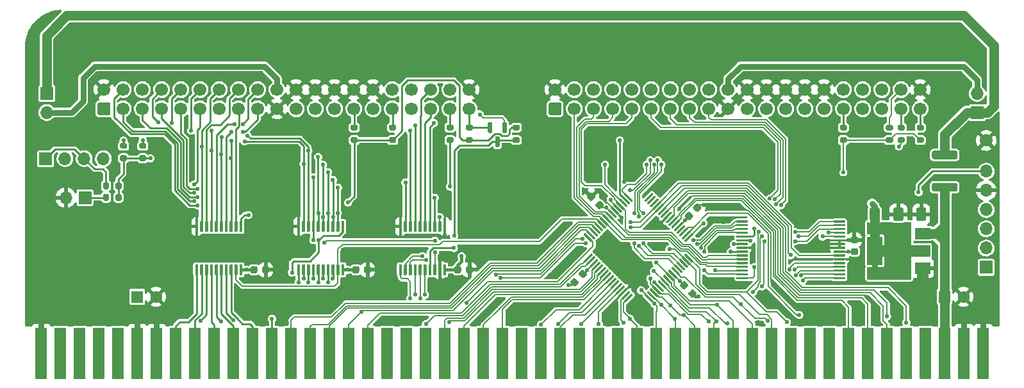
<source format=gtl>
G04 #@! TF.GenerationSoftware,KiCad,Pcbnew,6.0.11+dfsg-1~bpo11+1*
G04 #@! TF.CreationDate,2023-09-20T21:30:20+00:00*
G04 #@! TF.ProjectId,RIPPLE,52495050-4c45-42e6-9b69-6361645f7063,rev?*
G04 #@! TF.SameCoordinates,Original*
G04 #@! TF.FileFunction,Copper,L1,Top*
G04 #@! TF.FilePolarity,Positive*
%FSLAX46Y46*%
G04 Gerber Fmt 4.6, Leading zero omitted, Abs format (unit mm)*
G04 Created by KiCad (PCBNEW 6.0.11+dfsg-1~bpo11+1) date 2023-09-20 21:30:20*
%MOMM*%
%LPD*%
G01*
G04 APERTURE LIST*
G04 #@! TA.AperFunction,ComponentPad*
%ADD10R,1.700000X1.700000*%
G04 #@! TD*
G04 #@! TA.AperFunction,ComponentPad*
%ADD11O,1.700000X1.700000*%
G04 #@! TD*
G04 #@! TA.AperFunction,ComponentPad*
%ADD12C,1.700000*%
G04 #@! TD*
G04 #@! TA.AperFunction,ComponentPad*
%ADD13R,1.600000X1.600000*%
G04 #@! TD*
G04 #@! TA.AperFunction,ComponentPad*
%ADD14C,1.600000*%
G04 #@! TD*
G04 #@! TA.AperFunction,SMDPad,CuDef*
%ADD15R,2.000000X1.500000*%
G04 #@! TD*
G04 #@! TA.AperFunction,SMDPad,CuDef*
%ADD16R,2.000000X3.800000*%
G04 #@! TD*
G04 #@! TA.AperFunction,ConnectorPad*
%ADD17R,1.524000X6.754000*%
G04 #@! TD*
G04 #@! TA.AperFunction,ViaPad*
%ADD18C,0.558800*%
G04 #@! TD*
G04 #@! TA.AperFunction,Conductor*
%ADD19C,0.381000*%
G04 #@! TD*
G04 #@! TA.AperFunction,Conductor*
%ADD20C,0.203200*%
G04 #@! TD*
G04 #@! TA.AperFunction,Conductor*
%ADD21C,0.762000*%
G04 #@! TD*
G04 #@! TA.AperFunction,Conductor*
%ADD22C,0.127000*%
G04 #@! TD*
G04 #@! TA.AperFunction,Conductor*
%ADD23C,0.254000*%
G04 #@! TD*
G04 #@! TA.AperFunction,Conductor*
%ADD24C,0.177800*%
G04 #@! TD*
G04 #@! TA.AperFunction,Conductor*
%ADD25C,1.524000*%
G04 #@! TD*
G04 #@! TA.AperFunction,Conductor*
%ADD26C,1.270000*%
G04 #@! TD*
G04 APERTURE END LIST*
D10*
X8166372Y24901945D03*
D11*
X5626372Y24901945D03*
G04 #@! TA.AperFunction,SMDPad,CuDef*
G36*
G01*
X58665972Y34559745D02*
X59215972Y34559745D01*
G75*
G02*
X59415972Y34359745I0J-200000D01*
G01*
X59415972Y33959745D01*
G75*
G02*
X59215972Y33759745I-200000J0D01*
G01*
X58665972Y33759745D01*
G75*
G02*
X58465972Y33959745I0J200000D01*
G01*
X58465972Y34359745D01*
G75*
G02*
X58665972Y34559745I200000J0D01*
G01*
G37*
G04 #@! TD.AperFunction*
G04 #@! TA.AperFunction,SMDPad,CuDef*
G36*
G01*
X58665972Y32909745D02*
X59215972Y32909745D01*
G75*
G02*
X59415972Y32709745I0J-200000D01*
G01*
X59415972Y32309745D01*
G75*
G02*
X59215972Y32109745I-200000J0D01*
G01*
X58665972Y32109745D01*
G75*
G02*
X58465972Y32309745I0J200000D01*
G01*
X58465972Y32709745D01*
G75*
G02*
X58665972Y32909745I200000J0D01*
G01*
G37*
G04 #@! TD.AperFunction*
G04 #@! TA.AperFunction,SMDPad,CuDef*
G36*
G01*
X111858400Y22042145D02*
X111858400Y23342145D01*
G75*
G02*
X112108400Y23592145I250000J0D01*
G01*
X112933400Y23592145D01*
G75*
G02*
X113183400Y23342145I0J-250000D01*
G01*
X113183400Y22042145D01*
G75*
G02*
X112933400Y21792145I-250000J0D01*
G01*
X112108400Y21792145D01*
G75*
G02*
X111858400Y22042145I0J250000D01*
G01*
G37*
G04 #@! TD.AperFunction*
G04 #@! TA.AperFunction,SMDPad,CuDef*
G36*
G01*
X114983400Y22042145D02*
X114983400Y23342145D01*
G75*
G02*
X115233400Y23592145I250000J0D01*
G01*
X116058400Y23592145D01*
G75*
G02*
X116308400Y23342145I0J-250000D01*
G01*
X116308400Y22042145D01*
G75*
G02*
X116058400Y21792145I-250000J0D01*
G01*
X115233400Y21792145D01*
G75*
G02*
X114983400Y22042145I0J250000D01*
G01*
G37*
G04 #@! TD.AperFunction*
G04 #@! TA.AperFunction,SMDPad,CuDef*
G36*
G01*
X48543800Y34559745D02*
X49093800Y34559745D01*
G75*
G02*
X49293800Y34359745I0J-200000D01*
G01*
X49293800Y33959745D01*
G75*
G02*
X49093800Y33759745I-200000J0D01*
G01*
X48543800Y33759745D01*
G75*
G02*
X48343800Y33959745I0J200000D01*
G01*
X48343800Y34359745D01*
G75*
G02*
X48543800Y34559745I200000J0D01*
G01*
G37*
G04 #@! TD.AperFunction*
G04 #@! TA.AperFunction,SMDPad,CuDef*
G36*
G01*
X48543800Y32909745D02*
X49093800Y32909745D01*
G75*
G02*
X49293800Y32709745I0J-200000D01*
G01*
X49293800Y32309745D01*
G75*
G02*
X49093800Y32109745I-200000J0D01*
G01*
X48543800Y32109745D01*
G75*
G02*
X48343800Y32309745I0J200000D01*
G01*
X48343800Y32709745D01*
G75*
G02*
X48543800Y32909745I200000J0D01*
G01*
G37*
G04 #@! TD.AperFunction*
G04 #@! TA.AperFunction,SMDPad,CuDef*
G36*
G01*
X56675972Y32109745D02*
X56125972Y32109745D01*
G75*
G02*
X55925972Y32309745I0J200000D01*
G01*
X55925972Y32709745D01*
G75*
G02*
X56125972Y32909745I200000J0D01*
G01*
X56675972Y32909745D01*
G75*
G02*
X56875972Y32709745I0J-200000D01*
G01*
X56875972Y32309745D01*
G75*
G02*
X56675972Y32109745I-200000J0D01*
G01*
G37*
G04 #@! TD.AperFunction*
G04 #@! TA.AperFunction,SMDPad,CuDef*
G36*
G01*
X56675972Y33759745D02*
X56125972Y33759745D01*
G75*
G02*
X55925972Y33959745I0J200000D01*
G01*
X55925972Y34359745D01*
G75*
G02*
X56125972Y34559745I200000J0D01*
G01*
X56675972Y34559745D01*
G75*
G02*
X56875972Y34359745I0J-200000D01*
G01*
X56875972Y33959745D01*
G75*
G02*
X56675972Y33759745I-200000J0D01*
G01*
G37*
G04 #@! TD.AperFunction*
D10*
X2984772Y30052946D03*
D11*
X5524772Y30052946D03*
X8064772Y30052946D03*
X10604772Y30052946D03*
G04 #@! TA.AperFunction,SMDPad,CuDef*
G36*
G01*
X56961972Y15101545D02*
X56961972Y15601545D01*
G75*
G02*
X57186972Y15826545I225000J0D01*
G01*
X57636972Y15826545D01*
G75*
G02*
X57861972Y15601545I0J-225000D01*
G01*
X57861972Y15101545D01*
G75*
G02*
X57636972Y14876545I-225000J0D01*
G01*
X57186972Y14876545D01*
G75*
G02*
X56961972Y15101545I0J225000D01*
G01*
G37*
G04 #@! TD.AperFunction*
G04 #@! TA.AperFunction,SMDPad,CuDef*
G36*
G01*
X58511972Y15101545D02*
X58511972Y15601545D01*
G75*
G02*
X58736972Y15826545I225000J0D01*
G01*
X59186972Y15826545D01*
G75*
G02*
X59411972Y15601545I0J-225000D01*
G01*
X59411972Y15101545D01*
G75*
G02*
X59186972Y14876545I-225000J0D01*
G01*
X58736972Y14876545D01*
G75*
G02*
X58511972Y15101545I0J225000D01*
G01*
G37*
G04 #@! TD.AperFunction*
G04 #@! TA.AperFunction,ComponentPad*
G36*
G01*
X11280972Y35785845D02*
X10080972Y35785845D01*
G75*
G02*
X9830972Y36035845I0J250000D01*
G01*
X9830972Y37235845D01*
G75*
G02*
X10080972Y37485845I250000J0D01*
G01*
X11280972Y37485845D01*
G75*
G02*
X11530972Y37235845I0J-250000D01*
G01*
X11530972Y36035845D01*
G75*
G02*
X11280972Y35785845I-250000J0D01*
G01*
G37*
G04 #@! TD.AperFunction*
D12*
X10680972Y39175845D03*
X13220972Y36635845D03*
X13220972Y39175845D03*
X15760972Y36635845D03*
X15760972Y39175845D03*
X18300972Y36635845D03*
X18300972Y39175845D03*
X20840972Y36635845D03*
X20840972Y39175845D03*
X23380972Y36635845D03*
X23380972Y39175845D03*
X25920972Y36635845D03*
X25920972Y39175845D03*
X28460972Y36635845D03*
X28460972Y39175845D03*
X31000972Y36635845D03*
X31000972Y39175845D03*
X33540972Y36635845D03*
X33540972Y39175845D03*
X36080972Y36635845D03*
X36080972Y39175845D03*
X38620972Y36635845D03*
X38620972Y39175845D03*
X41160972Y36635845D03*
X41160972Y39175845D03*
X43700972Y36635845D03*
X43700972Y39175845D03*
X46240972Y36635845D03*
X46240972Y39175845D03*
X48780972Y36635845D03*
X48780972Y39175845D03*
X51320972Y36635845D03*
X51320972Y39175845D03*
X53860972Y36635845D03*
X53860972Y39175845D03*
X56400972Y36635845D03*
X56400972Y39175845D03*
X58940972Y36635845D03*
X58940972Y39175845D03*
G04 #@! TA.AperFunction,SMDPad,CuDef*
G36*
G01*
X118270800Y34559745D02*
X118820800Y34559745D01*
G75*
G02*
X119020800Y34359745I0J-200000D01*
G01*
X119020800Y33959745D01*
G75*
G02*
X118820800Y33759745I-200000J0D01*
G01*
X118270800Y33759745D01*
G75*
G02*
X118070800Y33959745I0J200000D01*
G01*
X118070800Y34359745D01*
G75*
G02*
X118270800Y34559745I200000J0D01*
G01*
G37*
G04 #@! TD.AperFunction*
G04 #@! TA.AperFunction,SMDPad,CuDef*
G36*
G01*
X118270800Y32909745D02*
X118820800Y32909745D01*
G75*
G02*
X119020800Y32709745I0J-200000D01*
G01*
X119020800Y32309745D01*
G75*
G02*
X118820800Y32109745I-200000J0D01*
G01*
X118270800Y32109745D01*
G75*
G02*
X118070800Y32309745I0J200000D01*
G01*
X118070800Y32709745D01*
G75*
G02*
X118270800Y32909745I200000J0D01*
G01*
G37*
G04 #@! TD.AperFunction*
G04 #@! TA.AperFunction,SMDPad,CuDef*
G36*
G01*
X15523800Y32146745D02*
X16073800Y32146745D01*
G75*
G02*
X16273800Y31946745I0J-200000D01*
G01*
X16273800Y31546745D01*
G75*
G02*
X16073800Y31346745I-200000J0D01*
G01*
X15523800Y31346745D01*
G75*
G02*
X15323800Y31546745I0J200000D01*
G01*
X15323800Y31946745D01*
G75*
G02*
X15523800Y32146745I200000J0D01*
G01*
G37*
G04 #@! TD.AperFunction*
G04 #@! TA.AperFunction,SMDPad,CuDef*
G36*
G01*
X15523800Y30496745D02*
X16073800Y30496745D01*
G75*
G02*
X16273800Y30296745I0J-200000D01*
G01*
X16273800Y29896745D01*
G75*
G02*
X16073800Y29696745I-200000J0D01*
G01*
X15523800Y29696745D01*
G75*
G02*
X15323800Y29896745I0J200000D01*
G01*
X15323800Y30296745D01*
G75*
G02*
X15523800Y30496745I200000J0D01*
G01*
G37*
G04 #@! TD.AperFunction*
G04 #@! TA.AperFunction,SMDPad,CuDef*
G36*
G01*
X108110800Y34559745D02*
X108660800Y34559745D01*
G75*
G02*
X108860800Y34359745I0J-200000D01*
G01*
X108860800Y33959745D01*
G75*
G02*
X108660800Y33759745I-200000J0D01*
G01*
X108110800Y33759745D01*
G75*
G02*
X107910800Y33959745I0J200000D01*
G01*
X107910800Y34359745D01*
G75*
G02*
X108110800Y34559745I200000J0D01*
G01*
G37*
G04 #@! TD.AperFunction*
G04 #@! TA.AperFunction,SMDPad,CuDef*
G36*
G01*
X108110800Y32909745D02*
X108660800Y32909745D01*
G75*
G02*
X108860800Y32709745I0J-200000D01*
G01*
X108860800Y32309745D01*
G75*
G02*
X108660800Y32109745I-200000J0D01*
G01*
X108110800Y32109745D01*
G75*
G02*
X107910800Y32309745I0J200000D01*
G01*
X107910800Y32709745D01*
G75*
G02*
X108110800Y32909745I200000J0D01*
G01*
G37*
G04 #@! TD.AperFunction*
G04 #@! TA.AperFunction,ComponentPad*
G36*
G01*
X70885800Y35785845D02*
X69685800Y35785845D01*
G75*
G02*
X69435800Y36035845I0J250000D01*
G01*
X69435800Y37235845D01*
G75*
G02*
X69685800Y37485845I250000J0D01*
G01*
X70885800Y37485845D01*
G75*
G02*
X71135800Y37235845I0J-250000D01*
G01*
X71135800Y36035845D01*
G75*
G02*
X70885800Y35785845I-250000J0D01*
G01*
G37*
G04 #@! TD.AperFunction*
X70285800Y39175845D03*
X72825800Y36635845D03*
X72825800Y39175845D03*
X75365800Y36635845D03*
X75365800Y39175845D03*
X77905800Y36635845D03*
X77905800Y39175845D03*
X80445800Y36635845D03*
X80445800Y39175845D03*
X82985800Y36635845D03*
X82985800Y39175845D03*
X85525800Y36635845D03*
X85525800Y39175845D03*
X88065800Y36635845D03*
X88065800Y39175845D03*
X90605800Y36635845D03*
X90605800Y39175845D03*
X93145800Y36635845D03*
X93145800Y39175845D03*
X95685800Y36635845D03*
X95685800Y39175845D03*
X98225800Y36635845D03*
X98225800Y39175845D03*
X100765800Y36635845D03*
X100765800Y39175845D03*
X103305800Y36635845D03*
X103305800Y39175845D03*
X105845800Y36635845D03*
X105845800Y39175845D03*
X108385800Y36635845D03*
X108385800Y39175845D03*
X110925800Y36635845D03*
X110925800Y39175845D03*
X113465800Y36635845D03*
X113465800Y39175845D03*
X116005800Y36635845D03*
X116005800Y39175845D03*
X118545800Y36635845D03*
X118545800Y39175845D03*
G04 #@! TA.AperFunction,SMDPad,CuDef*
G36*
G01*
X28673772Y21814045D02*
X28873772Y21814045D01*
G75*
G02*
X28973772Y21714045I0J-100000D01*
G01*
X28973772Y20439045D01*
G75*
G02*
X28873772Y20339045I-100000J0D01*
G01*
X28673772Y20339045D01*
G75*
G02*
X28573772Y20439045I0J100000D01*
G01*
X28573772Y21714045D01*
G75*
G02*
X28673772Y21814045I100000J0D01*
G01*
G37*
G04 #@! TD.AperFunction*
G04 #@! TA.AperFunction,SMDPad,CuDef*
G36*
G01*
X28023772Y21814045D02*
X28223772Y21814045D01*
G75*
G02*
X28323772Y21714045I0J-100000D01*
G01*
X28323772Y20439045D01*
G75*
G02*
X28223772Y20339045I-100000J0D01*
G01*
X28023772Y20339045D01*
G75*
G02*
X27923772Y20439045I0J100000D01*
G01*
X27923772Y21714045D01*
G75*
G02*
X28023772Y21814045I100000J0D01*
G01*
G37*
G04 #@! TD.AperFunction*
G04 #@! TA.AperFunction,SMDPad,CuDef*
G36*
G01*
X27373772Y21814045D02*
X27573772Y21814045D01*
G75*
G02*
X27673772Y21714045I0J-100000D01*
G01*
X27673772Y20439045D01*
G75*
G02*
X27573772Y20339045I-100000J0D01*
G01*
X27373772Y20339045D01*
G75*
G02*
X27273772Y20439045I0J100000D01*
G01*
X27273772Y21714045D01*
G75*
G02*
X27373772Y21814045I100000J0D01*
G01*
G37*
G04 #@! TD.AperFunction*
G04 #@! TA.AperFunction,SMDPad,CuDef*
G36*
G01*
X26723772Y21814045D02*
X26923772Y21814045D01*
G75*
G02*
X27023772Y21714045I0J-100000D01*
G01*
X27023772Y20439045D01*
G75*
G02*
X26923772Y20339045I-100000J0D01*
G01*
X26723772Y20339045D01*
G75*
G02*
X26623772Y20439045I0J100000D01*
G01*
X26623772Y21714045D01*
G75*
G02*
X26723772Y21814045I100000J0D01*
G01*
G37*
G04 #@! TD.AperFunction*
G04 #@! TA.AperFunction,SMDPad,CuDef*
G36*
G01*
X26073772Y21814045D02*
X26273772Y21814045D01*
G75*
G02*
X26373772Y21714045I0J-100000D01*
G01*
X26373772Y20439045D01*
G75*
G02*
X26273772Y20339045I-100000J0D01*
G01*
X26073772Y20339045D01*
G75*
G02*
X25973772Y20439045I0J100000D01*
G01*
X25973772Y21714045D01*
G75*
G02*
X26073772Y21814045I100000J0D01*
G01*
G37*
G04 #@! TD.AperFunction*
G04 #@! TA.AperFunction,SMDPad,CuDef*
G36*
G01*
X25423772Y21814045D02*
X25623772Y21814045D01*
G75*
G02*
X25723772Y21714045I0J-100000D01*
G01*
X25723772Y20439045D01*
G75*
G02*
X25623772Y20339045I-100000J0D01*
G01*
X25423772Y20339045D01*
G75*
G02*
X25323772Y20439045I0J100000D01*
G01*
X25323772Y21714045D01*
G75*
G02*
X25423772Y21814045I100000J0D01*
G01*
G37*
G04 #@! TD.AperFunction*
G04 #@! TA.AperFunction,SMDPad,CuDef*
G36*
G01*
X24773772Y21814045D02*
X24973772Y21814045D01*
G75*
G02*
X25073772Y21714045I0J-100000D01*
G01*
X25073772Y20439045D01*
G75*
G02*
X24973772Y20339045I-100000J0D01*
G01*
X24773772Y20339045D01*
G75*
G02*
X24673772Y20439045I0J100000D01*
G01*
X24673772Y21714045D01*
G75*
G02*
X24773772Y21814045I100000J0D01*
G01*
G37*
G04 #@! TD.AperFunction*
G04 #@! TA.AperFunction,SMDPad,CuDef*
G36*
G01*
X24123772Y21814045D02*
X24323772Y21814045D01*
G75*
G02*
X24423772Y21714045I0J-100000D01*
G01*
X24423772Y20439045D01*
G75*
G02*
X24323772Y20339045I-100000J0D01*
G01*
X24123772Y20339045D01*
G75*
G02*
X24023772Y20439045I0J100000D01*
G01*
X24023772Y21714045D01*
G75*
G02*
X24123772Y21814045I100000J0D01*
G01*
G37*
G04 #@! TD.AperFunction*
G04 #@! TA.AperFunction,SMDPad,CuDef*
G36*
G01*
X23473772Y21814045D02*
X23673772Y21814045D01*
G75*
G02*
X23773772Y21714045I0J-100000D01*
G01*
X23773772Y20439045D01*
G75*
G02*
X23673772Y20339045I-100000J0D01*
G01*
X23473772Y20339045D01*
G75*
G02*
X23373772Y20439045I0J100000D01*
G01*
X23373772Y21714045D01*
G75*
G02*
X23473772Y21814045I100000J0D01*
G01*
G37*
G04 #@! TD.AperFunction*
G04 #@! TA.AperFunction,SMDPad,CuDef*
G36*
G01*
X22823772Y21814045D02*
X23023772Y21814045D01*
G75*
G02*
X23123772Y21714045I0J-100000D01*
G01*
X23123772Y20439045D01*
G75*
G02*
X23023772Y20339045I-100000J0D01*
G01*
X22823772Y20339045D01*
G75*
G02*
X22723772Y20439045I0J100000D01*
G01*
X22723772Y21714045D01*
G75*
G02*
X22823772Y21814045I100000J0D01*
G01*
G37*
G04 #@! TD.AperFunction*
G04 #@! TA.AperFunction,SMDPad,CuDef*
G36*
G01*
X22823772Y16089045D02*
X23023772Y16089045D01*
G75*
G02*
X23123772Y15989045I0J-100000D01*
G01*
X23123772Y14714045D01*
G75*
G02*
X23023772Y14614045I-100000J0D01*
G01*
X22823772Y14614045D01*
G75*
G02*
X22723772Y14714045I0J100000D01*
G01*
X22723772Y15989045D01*
G75*
G02*
X22823772Y16089045I100000J0D01*
G01*
G37*
G04 #@! TD.AperFunction*
G04 #@! TA.AperFunction,SMDPad,CuDef*
G36*
G01*
X23473772Y16089045D02*
X23673772Y16089045D01*
G75*
G02*
X23773772Y15989045I0J-100000D01*
G01*
X23773772Y14714045D01*
G75*
G02*
X23673772Y14614045I-100000J0D01*
G01*
X23473772Y14614045D01*
G75*
G02*
X23373772Y14714045I0J100000D01*
G01*
X23373772Y15989045D01*
G75*
G02*
X23473772Y16089045I100000J0D01*
G01*
G37*
G04 #@! TD.AperFunction*
G04 #@! TA.AperFunction,SMDPad,CuDef*
G36*
G01*
X24123772Y16089045D02*
X24323772Y16089045D01*
G75*
G02*
X24423772Y15989045I0J-100000D01*
G01*
X24423772Y14714045D01*
G75*
G02*
X24323772Y14614045I-100000J0D01*
G01*
X24123772Y14614045D01*
G75*
G02*
X24023772Y14714045I0J100000D01*
G01*
X24023772Y15989045D01*
G75*
G02*
X24123772Y16089045I100000J0D01*
G01*
G37*
G04 #@! TD.AperFunction*
G04 #@! TA.AperFunction,SMDPad,CuDef*
G36*
G01*
X24773772Y16089045D02*
X24973772Y16089045D01*
G75*
G02*
X25073772Y15989045I0J-100000D01*
G01*
X25073772Y14714045D01*
G75*
G02*
X24973772Y14614045I-100000J0D01*
G01*
X24773772Y14614045D01*
G75*
G02*
X24673772Y14714045I0J100000D01*
G01*
X24673772Y15989045D01*
G75*
G02*
X24773772Y16089045I100000J0D01*
G01*
G37*
G04 #@! TD.AperFunction*
G04 #@! TA.AperFunction,SMDPad,CuDef*
G36*
G01*
X25423772Y16089045D02*
X25623772Y16089045D01*
G75*
G02*
X25723772Y15989045I0J-100000D01*
G01*
X25723772Y14714045D01*
G75*
G02*
X25623772Y14614045I-100000J0D01*
G01*
X25423772Y14614045D01*
G75*
G02*
X25323772Y14714045I0J100000D01*
G01*
X25323772Y15989045D01*
G75*
G02*
X25423772Y16089045I100000J0D01*
G01*
G37*
G04 #@! TD.AperFunction*
G04 #@! TA.AperFunction,SMDPad,CuDef*
G36*
G01*
X26073772Y16089045D02*
X26273772Y16089045D01*
G75*
G02*
X26373772Y15989045I0J-100000D01*
G01*
X26373772Y14714045D01*
G75*
G02*
X26273772Y14614045I-100000J0D01*
G01*
X26073772Y14614045D01*
G75*
G02*
X25973772Y14714045I0J100000D01*
G01*
X25973772Y15989045D01*
G75*
G02*
X26073772Y16089045I100000J0D01*
G01*
G37*
G04 #@! TD.AperFunction*
G04 #@! TA.AperFunction,SMDPad,CuDef*
G36*
G01*
X26723772Y16089045D02*
X26923772Y16089045D01*
G75*
G02*
X27023772Y15989045I0J-100000D01*
G01*
X27023772Y14714045D01*
G75*
G02*
X26923772Y14614045I-100000J0D01*
G01*
X26723772Y14614045D01*
G75*
G02*
X26623772Y14714045I0J100000D01*
G01*
X26623772Y15989045D01*
G75*
G02*
X26723772Y16089045I100000J0D01*
G01*
G37*
G04 #@! TD.AperFunction*
G04 #@! TA.AperFunction,SMDPad,CuDef*
G36*
G01*
X27373772Y16089045D02*
X27573772Y16089045D01*
G75*
G02*
X27673772Y15989045I0J-100000D01*
G01*
X27673772Y14714045D01*
G75*
G02*
X27573772Y14614045I-100000J0D01*
G01*
X27373772Y14614045D01*
G75*
G02*
X27273772Y14714045I0J100000D01*
G01*
X27273772Y15989045D01*
G75*
G02*
X27373772Y16089045I100000J0D01*
G01*
G37*
G04 #@! TD.AperFunction*
G04 #@! TA.AperFunction,SMDPad,CuDef*
G36*
G01*
X28023772Y16089045D02*
X28223772Y16089045D01*
G75*
G02*
X28323772Y15989045I0J-100000D01*
G01*
X28323772Y14714045D01*
G75*
G02*
X28223772Y14614045I-100000J0D01*
G01*
X28023772Y14614045D01*
G75*
G02*
X27923772Y14714045I0J100000D01*
G01*
X27923772Y15989045D01*
G75*
G02*
X28023772Y16089045I100000J0D01*
G01*
G37*
G04 #@! TD.AperFunction*
G04 #@! TA.AperFunction,SMDPad,CuDef*
G36*
G01*
X28673772Y16089045D02*
X28873772Y16089045D01*
G75*
G02*
X28973772Y15989045I0J-100000D01*
G01*
X28973772Y14714045D01*
G75*
G02*
X28873772Y14614045I-100000J0D01*
G01*
X28673772Y14614045D01*
G75*
G02*
X28573772Y14714045I0J100000D01*
G01*
X28573772Y15989045D01*
G75*
G02*
X28673772Y16089045I100000J0D01*
G01*
G37*
G04 #@! TD.AperFunction*
G04 #@! TA.AperFunction,SMDPad,CuDef*
G36*
G01*
X115730800Y34559745D02*
X116280800Y34559745D01*
G75*
G02*
X116480800Y34359745I0J-200000D01*
G01*
X116480800Y33959745D01*
G75*
G02*
X116280800Y33759745I-200000J0D01*
G01*
X115730800Y33759745D01*
G75*
G02*
X115530800Y33959745I0J200000D01*
G01*
X115530800Y34359745D01*
G75*
G02*
X115730800Y34559745I200000J0D01*
G01*
G37*
G04 #@! TD.AperFunction*
G04 #@! TA.AperFunction,SMDPad,CuDef*
G36*
G01*
X115730800Y32909745D02*
X116280800Y32909745D01*
G75*
G02*
X116480800Y32709745I0J-200000D01*
G01*
X116480800Y32309745D01*
G75*
G02*
X116280800Y32109745I-200000J0D01*
G01*
X115730800Y32109745D01*
G75*
G02*
X115530800Y32309745I0J200000D01*
G01*
X115530800Y32709745D01*
G75*
G02*
X115730800Y32909745I200000J0D01*
G01*
G37*
G04 #@! TD.AperFunction*
G04 #@! TA.AperFunction,SMDPad,CuDef*
G36*
G01*
X65431394Y32109745D02*
X64881394Y32109745D01*
G75*
G02*
X64681394Y32309745I0J200000D01*
G01*
X64681394Y32709745D01*
G75*
G02*
X64881394Y32909745I200000J0D01*
G01*
X65431394Y32909745D01*
G75*
G02*
X65631394Y32709745I0J-200000D01*
G01*
X65631394Y32309745D01*
G75*
G02*
X65431394Y32109745I-200000J0D01*
G01*
G37*
G04 #@! TD.AperFunction*
G04 #@! TA.AperFunction,SMDPad,CuDef*
G36*
G01*
X65431394Y33759745D02*
X64881394Y33759745D01*
G75*
G02*
X64681394Y33959745I0J200000D01*
G01*
X64681394Y34359745D01*
G75*
G02*
X64881394Y34559745I200000J0D01*
G01*
X65431394Y34559745D01*
G75*
G02*
X65631394Y34359745I0J-200000D01*
G01*
X65631394Y33959745D01*
G75*
G02*
X65431394Y33759745I-200000J0D01*
G01*
G37*
G04 #@! TD.AperFunction*
G04 #@! TA.AperFunction,SMDPad,CuDef*
G36*
G01*
X74194271Y16345679D02*
X74088205Y16451745D01*
G75*
G02*
X74088205Y16557811I53033J53033D01*
G01*
X75025121Y17494727D01*
G75*
G02*
X75131187Y17494727I53033J-53033D01*
G01*
X75237253Y17388661D01*
G75*
G02*
X75237253Y17282595I-53033J-53033D01*
G01*
X74300337Y16345679D01*
G75*
G02*
X74194271Y16345679I-53033J53033D01*
G01*
G37*
G04 #@! TD.AperFunction*
G04 #@! TA.AperFunction,SMDPad,CuDef*
G36*
G01*
X74547825Y15992126D02*
X74441759Y16098192D01*
G75*
G02*
X74441759Y16204258I53033J53033D01*
G01*
X75378675Y17141174D01*
G75*
G02*
X75484741Y17141174I53033J-53033D01*
G01*
X75590807Y17035108D01*
G75*
G02*
X75590807Y16929042I-53033J-53033D01*
G01*
X74653891Y15992126D01*
G75*
G02*
X74547825Y15992126I-53033J53033D01*
G01*
G37*
G04 #@! TD.AperFunction*
G04 #@! TA.AperFunction,SMDPad,CuDef*
G36*
G01*
X74901378Y15638572D02*
X74795312Y15744638D01*
G75*
G02*
X74795312Y15850704I53033J53033D01*
G01*
X75732228Y16787620D01*
G75*
G02*
X75838294Y16787620I53033J-53033D01*
G01*
X75944360Y16681554D01*
G75*
G02*
X75944360Y16575488I-53033J-53033D01*
G01*
X75007444Y15638572D01*
G75*
G02*
X74901378Y15638572I-53033J53033D01*
G01*
G37*
G04 #@! TD.AperFunction*
G04 #@! TA.AperFunction,SMDPad,CuDef*
G36*
G01*
X75254932Y15285019D02*
X75148866Y15391085D01*
G75*
G02*
X75148866Y15497151I53033J53033D01*
G01*
X76085782Y16434067D01*
G75*
G02*
X76191848Y16434067I53033J-53033D01*
G01*
X76297914Y16328001D01*
G75*
G02*
X76297914Y16221935I-53033J-53033D01*
G01*
X75360998Y15285019D01*
G75*
G02*
X75254932Y15285019I-53033J53033D01*
G01*
G37*
G04 #@! TD.AperFunction*
G04 #@! TA.AperFunction,SMDPad,CuDef*
G36*
G01*
X75608485Y14931466D02*
X75502419Y15037532D01*
G75*
G02*
X75502419Y15143598I53033J53033D01*
G01*
X76439335Y16080514D01*
G75*
G02*
X76545401Y16080514I53033J-53033D01*
G01*
X76651467Y15974448D01*
G75*
G02*
X76651467Y15868382I-53033J-53033D01*
G01*
X75714551Y14931466D01*
G75*
G02*
X75608485Y14931466I-53033J53033D01*
G01*
G37*
G04 #@! TD.AperFunction*
G04 #@! TA.AperFunction,SMDPad,CuDef*
G36*
G01*
X75962038Y14577912D02*
X75855972Y14683978D01*
G75*
G02*
X75855972Y14790044I53033J53033D01*
G01*
X76792888Y15726960D01*
G75*
G02*
X76898954Y15726960I53033J-53033D01*
G01*
X77005020Y15620894D01*
G75*
G02*
X77005020Y15514828I-53033J-53033D01*
G01*
X76068104Y14577912D01*
G75*
G02*
X75962038Y14577912I-53033J53033D01*
G01*
G37*
G04 #@! TD.AperFunction*
G04 #@! TA.AperFunction,SMDPad,CuDef*
G36*
G01*
X76315592Y14224359D02*
X76209526Y14330425D01*
G75*
G02*
X76209526Y14436491I53033J53033D01*
G01*
X77146442Y15373407D01*
G75*
G02*
X77252508Y15373407I53033J-53033D01*
G01*
X77358574Y15267341D01*
G75*
G02*
X77358574Y15161275I-53033J-53033D01*
G01*
X76421658Y14224359D01*
G75*
G02*
X76315592Y14224359I-53033J53033D01*
G01*
G37*
G04 #@! TD.AperFunction*
G04 #@! TA.AperFunction,SMDPad,CuDef*
G36*
G01*
X76669145Y13870806D02*
X76563079Y13976872D01*
G75*
G02*
X76563079Y14082938I53033J53033D01*
G01*
X77499995Y15019854D01*
G75*
G02*
X77606061Y15019854I53033J-53033D01*
G01*
X77712127Y14913788D01*
G75*
G02*
X77712127Y14807722I-53033J-53033D01*
G01*
X76775211Y13870806D01*
G75*
G02*
X76669145Y13870806I-53033J53033D01*
G01*
G37*
G04 #@! TD.AperFunction*
G04 #@! TA.AperFunction,SMDPad,CuDef*
G36*
G01*
X77022699Y13517252D02*
X76916633Y13623318D01*
G75*
G02*
X76916633Y13729384I53033J53033D01*
G01*
X77853549Y14666300D01*
G75*
G02*
X77959615Y14666300I53033J-53033D01*
G01*
X78065681Y14560234D01*
G75*
G02*
X78065681Y14454168I-53033J-53033D01*
G01*
X77128765Y13517252D01*
G75*
G02*
X77022699Y13517252I-53033J53033D01*
G01*
G37*
G04 #@! TD.AperFunction*
G04 #@! TA.AperFunction,SMDPad,CuDef*
G36*
G01*
X77376252Y13163699D02*
X77270186Y13269765D01*
G75*
G02*
X77270186Y13375831I53033J53033D01*
G01*
X78207102Y14312747D01*
G75*
G02*
X78313168Y14312747I53033J-53033D01*
G01*
X78419234Y14206681D01*
G75*
G02*
X78419234Y14100615I-53033J-53033D01*
G01*
X77482318Y13163699D01*
G75*
G02*
X77376252Y13163699I-53033J53033D01*
G01*
G37*
G04 #@! TD.AperFunction*
G04 #@! TA.AperFunction,SMDPad,CuDef*
G36*
G01*
X77729805Y12810145D02*
X77623739Y12916211D01*
G75*
G02*
X77623739Y13022277I53033J53033D01*
G01*
X78560655Y13959193D01*
G75*
G02*
X78666721Y13959193I53033J-53033D01*
G01*
X78772787Y13853127D01*
G75*
G02*
X78772787Y13747061I-53033J-53033D01*
G01*
X77835871Y12810145D01*
G75*
G02*
X77729805Y12810145I-53033J53033D01*
G01*
G37*
G04 #@! TD.AperFunction*
G04 #@! TA.AperFunction,SMDPad,CuDef*
G36*
G01*
X78083359Y12456592D02*
X77977293Y12562658D01*
G75*
G02*
X77977293Y12668724I53033J53033D01*
G01*
X78914209Y13605640D01*
G75*
G02*
X79020275Y13605640I53033J-53033D01*
G01*
X79126341Y13499574D01*
G75*
G02*
X79126341Y13393508I-53033J-53033D01*
G01*
X78189425Y12456592D01*
G75*
G02*
X78083359Y12456592I-53033J53033D01*
G01*
G37*
G04 #@! TD.AperFunction*
G04 #@! TA.AperFunction,SMDPad,CuDef*
G36*
G01*
X78436912Y12103039D02*
X78330846Y12209105D01*
G75*
G02*
X78330846Y12315171I53033J53033D01*
G01*
X79267762Y13252087D01*
G75*
G02*
X79373828Y13252087I53033J-53033D01*
G01*
X79479894Y13146021D01*
G75*
G02*
X79479894Y13039955I-53033J-53033D01*
G01*
X78542978Y12103039D01*
G75*
G02*
X78436912Y12103039I-53033J53033D01*
G01*
G37*
G04 #@! TD.AperFunction*
G04 #@! TA.AperFunction,SMDPad,CuDef*
G36*
G01*
X78790465Y11749485D02*
X78684399Y11855551D01*
G75*
G02*
X78684399Y11961617I53033J53033D01*
G01*
X79621315Y12898533D01*
G75*
G02*
X79727381Y12898533I53033J-53033D01*
G01*
X79833447Y12792467D01*
G75*
G02*
X79833447Y12686401I-53033J-53033D01*
G01*
X78896531Y11749485D01*
G75*
G02*
X78790465Y11749485I-53033J53033D01*
G01*
G37*
G04 #@! TD.AperFunction*
G04 #@! TA.AperFunction,SMDPad,CuDef*
G36*
G01*
X79144019Y11395932D02*
X79037953Y11501998D01*
G75*
G02*
X79037953Y11608064I53033J53033D01*
G01*
X79974869Y12544980D01*
G75*
G02*
X80080935Y12544980I53033J-53033D01*
G01*
X80187001Y12438914D01*
G75*
G02*
X80187001Y12332848I-53033J-53033D01*
G01*
X79250085Y11395932D01*
G75*
G02*
X79144019Y11395932I-53033J53033D01*
G01*
G37*
G04 #@! TD.AperFunction*
G04 #@! TA.AperFunction,SMDPad,CuDef*
G36*
G01*
X79497572Y11042378D02*
X79391506Y11148444D01*
G75*
G02*
X79391506Y11254510I53033J53033D01*
G01*
X80328422Y12191426D01*
G75*
G02*
X80434488Y12191426I53033J-53033D01*
G01*
X80540554Y12085360D01*
G75*
G02*
X80540554Y11979294I-53033J-53033D01*
G01*
X79603638Y11042378D01*
G75*
G02*
X79497572Y11042378I-53033J53033D01*
G01*
G37*
G04 #@! TD.AperFunction*
G04 #@! TA.AperFunction,SMDPad,CuDef*
G36*
G01*
X83033106Y11042378D02*
X82096190Y11979294D01*
G75*
G02*
X82096190Y12085360I53033J53033D01*
G01*
X82202256Y12191426D01*
G75*
G02*
X82308322Y12191426I53033J-53033D01*
G01*
X83245238Y11254510D01*
G75*
G02*
X83245238Y11148444I-53033J-53033D01*
G01*
X83139172Y11042378D01*
G75*
G02*
X83033106Y11042378I-53033J53033D01*
G01*
G37*
G04 #@! TD.AperFunction*
G04 #@! TA.AperFunction,SMDPad,CuDef*
G36*
G01*
X83386659Y11395932D02*
X82449743Y12332848D01*
G75*
G02*
X82449743Y12438914I53033J53033D01*
G01*
X82555809Y12544980D01*
G75*
G02*
X82661875Y12544980I53033J-53033D01*
G01*
X83598791Y11608064D01*
G75*
G02*
X83598791Y11501998I-53033J-53033D01*
G01*
X83492725Y11395932D01*
G75*
G02*
X83386659Y11395932I-53033J53033D01*
G01*
G37*
G04 #@! TD.AperFunction*
G04 #@! TA.AperFunction,SMDPad,CuDef*
G36*
G01*
X83740213Y11749485D02*
X82803297Y12686401D01*
G75*
G02*
X82803297Y12792467I53033J53033D01*
G01*
X82909363Y12898533D01*
G75*
G02*
X83015429Y12898533I53033J-53033D01*
G01*
X83952345Y11961617D01*
G75*
G02*
X83952345Y11855551I-53033J-53033D01*
G01*
X83846279Y11749485D01*
G75*
G02*
X83740213Y11749485I-53033J53033D01*
G01*
G37*
G04 #@! TD.AperFunction*
G04 #@! TA.AperFunction,SMDPad,CuDef*
G36*
G01*
X84093766Y12103039D02*
X83156850Y13039955D01*
G75*
G02*
X83156850Y13146021I53033J53033D01*
G01*
X83262916Y13252087D01*
G75*
G02*
X83368982Y13252087I53033J-53033D01*
G01*
X84305898Y12315171D01*
G75*
G02*
X84305898Y12209105I-53033J-53033D01*
G01*
X84199832Y12103039D01*
G75*
G02*
X84093766Y12103039I-53033J53033D01*
G01*
G37*
G04 #@! TD.AperFunction*
G04 #@! TA.AperFunction,SMDPad,CuDef*
G36*
G01*
X84447319Y12456592D02*
X83510403Y13393508D01*
G75*
G02*
X83510403Y13499574I53033J53033D01*
G01*
X83616469Y13605640D01*
G75*
G02*
X83722535Y13605640I53033J-53033D01*
G01*
X84659451Y12668724D01*
G75*
G02*
X84659451Y12562658I-53033J-53033D01*
G01*
X84553385Y12456592D01*
G75*
G02*
X84447319Y12456592I-53033J53033D01*
G01*
G37*
G04 #@! TD.AperFunction*
G04 #@! TA.AperFunction,SMDPad,CuDef*
G36*
G01*
X84800873Y12810145D02*
X83863957Y13747061D01*
G75*
G02*
X83863957Y13853127I53033J53033D01*
G01*
X83970023Y13959193D01*
G75*
G02*
X84076089Y13959193I53033J-53033D01*
G01*
X85013005Y13022277D01*
G75*
G02*
X85013005Y12916211I-53033J-53033D01*
G01*
X84906939Y12810145D01*
G75*
G02*
X84800873Y12810145I-53033J53033D01*
G01*
G37*
G04 #@! TD.AperFunction*
G04 #@! TA.AperFunction,SMDPad,CuDef*
G36*
G01*
X85154426Y13163699D02*
X84217510Y14100615D01*
G75*
G02*
X84217510Y14206681I53033J53033D01*
G01*
X84323576Y14312747D01*
G75*
G02*
X84429642Y14312747I53033J-53033D01*
G01*
X85366558Y13375831D01*
G75*
G02*
X85366558Y13269765I-53033J-53033D01*
G01*
X85260492Y13163699D01*
G75*
G02*
X85154426Y13163699I-53033J53033D01*
G01*
G37*
G04 #@! TD.AperFunction*
G04 #@! TA.AperFunction,SMDPad,CuDef*
G36*
G01*
X85507979Y13517252D02*
X84571063Y14454168D01*
G75*
G02*
X84571063Y14560234I53033J53033D01*
G01*
X84677129Y14666300D01*
G75*
G02*
X84783195Y14666300I53033J-53033D01*
G01*
X85720111Y13729384D01*
G75*
G02*
X85720111Y13623318I-53033J-53033D01*
G01*
X85614045Y13517252D01*
G75*
G02*
X85507979Y13517252I-53033J53033D01*
G01*
G37*
G04 #@! TD.AperFunction*
G04 #@! TA.AperFunction,SMDPad,CuDef*
G36*
G01*
X85861533Y13870806D02*
X84924617Y14807722D01*
G75*
G02*
X84924617Y14913788I53033J53033D01*
G01*
X85030683Y15019854D01*
G75*
G02*
X85136749Y15019854I53033J-53033D01*
G01*
X86073665Y14082938D01*
G75*
G02*
X86073665Y13976872I-53033J-53033D01*
G01*
X85967599Y13870806D01*
G75*
G02*
X85861533Y13870806I-53033J53033D01*
G01*
G37*
G04 #@! TD.AperFunction*
G04 #@! TA.AperFunction,SMDPad,CuDef*
G36*
G01*
X86215086Y14224359D02*
X85278170Y15161275D01*
G75*
G02*
X85278170Y15267341I53033J53033D01*
G01*
X85384236Y15373407D01*
G75*
G02*
X85490302Y15373407I53033J-53033D01*
G01*
X86427218Y14436491D01*
G75*
G02*
X86427218Y14330425I-53033J-53033D01*
G01*
X86321152Y14224359D01*
G75*
G02*
X86215086Y14224359I-53033J53033D01*
G01*
G37*
G04 #@! TD.AperFunction*
G04 #@! TA.AperFunction,SMDPad,CuDef*
G36*
G01*
X86568640Y14577912D02*
X85631724Y15514828D01*
G75*
G02*
X85631724Y15620894I53033J53033D01*
G01*
X85737790Y15726960D01*
G75*
G02*
X85843856Y15726960I53033J-53033D01*
G01*
X86780772Y14790044D01*
G75*
G02*
X86780772Y14683978I-53033J-53033D01*
G01*
X86674706Y14577912D01*
G75*
G02*
X86568640Y14577912I-53033J53033D01*
G01*
G37*
G04 #@! TD.AperFunction*
G04 #@! TA.AperFunction,SMDPad,CuDef*
G36*
G01*
X86922193Y14931466D02*
X85985277Y15868382D01*
G75*
G02*
X85985277Y15974448I53033J53033D01*
G01*
X86091343Y16080514D01*
G75*
G02*
X86197409Y16080514I53033J-53033D01*
G01*
X87134325Y15143598D01*
G75*
G02*
X87134325Y15037532I-53033J-53033D01*
G01*
X87028259Y14931466D01*
G75*
G02*
X86922193Y14931466I-53033J53033D01*
G01*
G37*
G04 #@! TD.AperFunction*
G04 #@! TA.AperFunction,SMDPad,CuDef*
G36*
G01*
X87275746Y15285019D02*
X86338830Y16221935D01*
G75*
G02*
X86338830Y16328001I53033J53033D01*
G01*
X86444896Y16434067D01*
G75*
G02*
X86550962Y16434067I53033J-53033D01*
G01*
X87487878Y15497151D01*
G75*
G02*
X87487878Y15391085I-53033J-53033D01*
G01*
X87381812Y15285019D01*
G75*
G02*
X87275746Y15285019I-53033J53033D01*
G01*
G37*
G04 #@! TD.AperFunction*
G04 #@! TA.AperFunction,SMDPad,CuDef*
G36*
G01*
X87629300Y15638572D02*
X86692384Y16575488D01*
G75*
G02*
X86692384Y16681554I53033J53033D01*
G01*
X86798450Y16787620D01*
G75*
G02*
X86904516Y16787620I53033J-53033D01*
G01*
X87841432Y15850704D01*
G75*
G02*
X87841432Y15744638I-53033J-53033D01*
G01*
X87735366Y15638572D01*
G75*
G02*
X87629300Y15638572I-53033J53033D01*
G01*
G37*
G04 #@! TD.AperFunction*
G04 #@! TA.AperFunction,SMDPad,CuDef*
G36*
G01*
X87982853Y15992126D02*
X87045937Y16929042D01*
G75*
G02*
X87045937Y17035108I53033J53033D01*
G01*
X87152003Y17141174D01*
G75*
G02*
X87258069Y17141174I53033J-53033D01*
G01*
X88194985Y16204258D01*
G75*
G02*
X88194985Y16098192I-53033J-53033D01*
G01*
X88088919Y15992126D01*
G75*
G02*
X87982853Y15992126I-53033J53033D01*
G01*
G37*
G04 #@! TD.AperFunction*
G04 #@! TA.AperFunction,SMDPad,CuDef*
G36*
G01*
X88336407Y16345679D02*
X87399491Y17282595D01*
G75*
G02*
X87399491Y17388661I53033J53033D01*
G01*
X87505557Y17494727D01*
G75*
G02*
X87611623Y17494727I53033J-53033D01*
G01*
X88548539Y16557811D01*
G75*
G02*
X88548539Y16451745I-53033J-53033D01*
G01*
X88442473Y16345679D01*
G75*
G02*
X88336407Y16345679I-53033J53033D01*
G01*
G37*
G04 #@! TD.AperFunction*
G04 #@! TA.AperFunction,SMDPad,CuDef*
G36*
G01*
X87505557Y19050363D02*
X87399491Y19156429D01*
G75*
G02*
X87399491Y19262495I53033J53033D01*
G01*
X88336407Y20199411D01*
G75*
G02*
X88442473Y20199411I53033J-53033D01*
G01*
X88548539Y20093345D01*
G75*
G02*
X88548539Y19987279I-53033J-53033D01*
G01*
X87611623Y19050363D01*
G75*
G02*
X87505557Y19050363I-53033J53033D01*
G01*
G37*
G04 #@! TD.AperFunction*
G04 #@! TA.AperFunction,SMDPad,CuDef*
G36*
G01*
X87152003Y19403916D02*
X87045937Y19509982D01*
G75*
G02*
X87045937Y19616048I53033J53033D01*
G01*
X87982853Y20552964D01*
G75*
G02*
X88088919Y20552964I53033J-53033D01*
G01*
X88194985Y20446898D01*
G75*
G02*
X88194985Y20340832I-53033J-53033D01*
G01*
X87258069Y19403916D01*
G75*
G02*
X87152003Y19403916I-53033J53033D01*
G01*
G37*
G04 #@! TD.AperFunction*
G04 #@! TA.AperFunction,SMDPad,CuDef*
G36*
G01*
X86798450Y19757470D02*
X86692384Y19863536D01*
G75*
G02*
X86692384Y19969602I53033J53033D01*
G01*
X87629300Y20906518D01*
G75*
G02*
X87735366Y20906518I53033J-53033D01*
G01*
X87841432Y20800452D01*
G75*
G02*
X87841432Y20694386I-53033J-53033D01*
G01*
X86904516Y19757470D01*
G75*
G02*
X86798450Y19757470I-53033J53033D01*
G01*
G37*
G04 #@! TD.AperFunction*
G04 #@! TA.AperFunction,SMDPad,CuDef*
G36*
G01*
X86444896Y20111023D02*
X86338830Y20217089D01*
G75*
G02*
X86338830Y20323155I53033J53033D01*
G01*
X87275746Y21260071D01*
G75*
G02*
X87381812Y21260071I53033J-53033D01*
G01*
X87487878Y21154005D01*
G75*
G02*
X87487878Y21047939I-53033J-53033D01*
G01*
X86550962Y20111023D01*
G75*
G02*
X86444896Y20111023I-53033J53033D01*
G01*
G37*
G04 #@! TD.AperFunction*
G04 #@! TA.AperFunction,SMDPad,CuDef*
G36*
G01*
X86091343Y20464576D02*
X85985277Y20570642D01*
G75*
G02*
X85985277Y20676708I53033J53033D01*
G01*
X86922193Y21613624D01*
G75*
G02*
X87028259Y21613624I53033J-53033D01*
G01*
X87134325Y21507558D01*
G75*
G02*
X87134325Y21401492I-53033J-53033D01*
G01*
X86197409Y20464576D01*
G75*
G02*
X86091343Y20464576I-53033J53033D01*
G01*
G37*
G04 #@! TD.AperFunction*
G04 #@! TA.AperFunction,SMDPad,CuDef*
G36*
G01*
X85737790Y20818130D02*
X85631724Y20924196D01*
G75*
G02*
X85631724Y21030262I53033J53033D01*
G01*
X86568640Y21967178D01*
G75*
G02*
X86674706Y21967178I53033J-53033D01*
G01*
X86780772Y21861112D01*
G75*
G02*
X86780772Y21755046I-53033J-53033D01*
G01*
X85843856Y20818130D01*
G75*
G02*
X85737790Y20818130I-53033J53033D01*
G01*
G37*
G04 #@! TD.AperFunction*
G04 #@! TA.AperFunction,SMDPad,CuDef*
G36*
G01*
X85384236Y21171683D02*
X85278170Y21277749D01*
G75*
G02*
X85278170Y21383815I53033J53033D01*
G01*
X86215086Y22320731D01*
G75*
G02*
X86321152Y22320731I53033J-53033D01*
G01*
X86427218Y22214665D01*
G75*
G02*
X86427218Y22108599I-53033J-53033D01*
G01*
X85490302Y21171683D01*
G75*
G02*
X85384236Y21171683I-53033J53033D01*
G01*
G37*
G04 #@! TD.AperFunction*
G04 #@! TA.AperFunction,SMDPad,CuDef*
G36*
G01*
X85030683Y21525236D02*
X84924617Y21631302D01*
G75*
G02*
X84924617Y21737368I53033J53033D01*
G01*
X85861533Y22674284D01*
G75*
G02*
X85967599Y22674284I53033J-53033D01*
G01*
X86073665Y22568218D01*
G75*
G02*
X86073665Y22462152I-53033J-53033D01*
G01*
X85136749Y21525236D01*
G75*
G02*
X85030683Y21525236I-53033J53033D01*
G01*
G37*
G04 #@! TD.AperFunction*
G04 #@! TA.AperFunction,SMDPad,CuDef*
G36*
G01*
X84677129Y21878790D02*
X84571063Y21984856D01*
G75*
G02*
X84571063Y22090922I53033J53033D01*
G01*
X85507979Y23027838D01*
G75*
G02*
X85614045Y23027838I53033J-53033D01*
G01*
X85720111Y22921772D01*
G75*
G02*
X85720111Y22815706I-53033J-53033D01*
G01*
X84783195Y21878790D01*
G75*
G02*
X84677129Y21878790I-53033J53033D01*
G01*
G37*
G04 #@! TD.AperFunction*
G04 #@! TA.AperFunction,SMDPad,CuDef*
G36*
G01*
X84323576Y22232343D02*
X84217510Y22338409D01*
G75*
G02*
X84217510Y22444475I53033J53033D01*
G01*
X85154426Y23381391D01*
G75*
G02*
X85260492Y23381391I53033J-53033D01*
G01*
X85366558Y23275325D01*
G75*
G02*
X85366558Y23169259I-53033J-53033D01*
G01*
X84429642Y22232343D01*
G75*
G02*
X84323576Y22232343I-53033J53033D01*
G01*
G37*
G04 #@! TD.AperFunction*
G04 #@! TA.AperFunction,SMDPad,CuDef*
G36*
G01*
X83970023Y22585897D02*
X83863957Y22691963D01*
G75*
G02*
X83863957Y22798029I53033J53033D01*
G01*
X84800873Y23734945D01*
G75*
G02*
X84906939Y23734945I53033J-53033D01*
G01*
X85013005Y23628879D01*
G75*
G02*
X85013005Y23522813I-53033J-53033D01*
G01*
X84076089Y22585897D01*
G75*
G02*
X83970023Y22585897I-53033J53033D01*
G01*
G37*
G04 #@! TD.AperFunction*
G04 #@! TA.AperFunction,SMDPad,CuDef*
G36*
G01*
X83616469Y22939450D02*
X83510403Y23045516D01*
G75*
G02*
X83510403Y23151582I53033J53033D01*
G01*
X84447319Y24088498D01*
G75*
G02*
X84553385Y24088498I53033J-53033D01*
G01*
X84659451Y23982432D01*
G75*
G02*
X84659451Y23876366I-53033J-53033D01*
G01*
X83722535Y22939450D01*
G75*
G02*
X83616469Y22939450I-53033J53033D01*
G01*
G37*
G04 #@! TD.AperFunction*
G04 #@! TA.AperFunction,SMDPad,CuDef*
G36*
G01*
X83262916Y23293003D02*
X83156850Y23399069D01*
G75*
G02*
X83156850Y23505135I53033J53033D01*
G01*
X84093766Y24442051D01*
G75*
G02*
X84199832Y24442051I53033J-53033D01*
G01*
X84305898Y24335985D01*
G75*
G02*
X84305898Y24229919I-53033J-53033D01*
G01*
X83368982Y23293003D01*
G75*
G02*
X83262916Y23293003I-53033J53033D01*
G01*
G37*
G04 #@! TD.AperFunction*
G04 #@! TA.AperFunction,SMDPad,CuDef*
G36*
G01*
X82909363Y23646557D02*
X82803297Y23752623D01*
G75*
G02*
X82803297Y23858689I53033J53033D01*
G01*
X83740213Y24795605D01*
G75*
G02*
X83846279Y24795605I53033J-53033D01*
G01*
X83952345Y24689539D01*
G75*
G02*
X83952345Y24583473I-53033J-53033D01*
G01*
X83015429Y23646557D01*
G75*
G02*
X82909363Y23646557I-53033J53033D01*
G01*
G37*
G04 #@! TD.AperFunction*
G04 #@! TA.AperFunction,SMDPad,CuDef*
G36*
G01*
X82555809Y24000110D02*
X82449743Y24106176D01*
G75*
G02*
X82449743Y24212242I53033J53033D01*
G01*
X83386659Y25149158D01*
G75*
G02*
X83492725Y25149158I53033J-53033D01*
G01*
X83598791Y25043092D01*
G75*
G02*
X83598791Y24937026I-53033J-53033D01*
G01*
X82661875Y24000110D01*
G75*
G02*
X82555809Y24000110I-53033J53033D01*
G01*
G37*
G04 #@! TD.AperFunction*
G04 #@! TA.AperFunction,SMDPad,CuDef*
G36*
G01*
X82202256Y24353664D02*
X82096190Y24459730D01*
G75*
G02*
X82096190Y24565796I53033J53033D01*
G01*
X83033106Y25502712D01*
G75*
G02*
X83139172Y25502712I53033J-53033D01*
G01*
X83245238Y25396646D01*
G75*
G02*
X83245238Y25290580I-53033J-53033D01*
G01*
X82308322Y24353664D01*
G75*
G02*
X82202256Y24353664I-53033J53033D01*
G01*
G37*
G04 #@! TD.AperFunction*
G04 #@! TA.AperFunction,SMDPad,CuDef*
G36*
G01*
X80328422Y24353664D02*
X79391506Y25290580D01*
G75*
G02*
X79391506Y25396646I53033J53033D01*
G01*
X79497572Y25502712D01*
G75*
G02*
X79603638Y25502712I53033J-53033D01*
G01*
X80540554Y24565796D01*
G75*
G02*
X80540554Y24459730I-53033J-53033D01*
G01*
X80434488Y24353664D01*
G75*
G02*
X80328422Y24353664I-53033J53033D01*
G01*
G37*
G04 #@! TD.AperFunction*
G04 #@! TA.AperFunction,SMDPad,CuDef*
G36*
G01*
X79974869Y24000110D02*
X79037953Y24937026D01*
G75*
G02*
X79037953Y25043092I53033J53033D01*
G01*
X79144019Y25149158D01*
G75*
G02*
X79250085Y25149158I53033J-53033D01*
G01*
X80187001Y24212242D01*
G75*
G02*
X80187001Y24106176I-53033J-53033D01*
G01*
X80080935Y24000110D01*
G75*
G02*
X79974869Y24000110I-53033J53033D01*
G01*
G37*
G04 #@! TD.AperFunction*
G04 #@! TA.AperFunction,SMDPad,CuDef*
G36*
G01*
X79621315Y23646557D02*
X78684399Y24583473D01*
G75*
G02*
X78684399Y24689539I53033J53033D01*
G01*
X78790465Y24795605D01*
G75*
G02*
X78896531Y24795605I53033J-53033D01*
G01*
X79833447Y23858689D01*
G75*
G02*
X79833447Y23752623I-53033J-53033D01*
G01*
X79727381Y23646557D01*
G75*
G02*
X79621315Y23646557I-53033J53033D01*
G01*
G37*
G04 #@! TD.AperFunction*
G04 #@! TA.AperFunction,SMDPad,CuDef*
G36*
G01*
X79267762Y23293003D02*
X78330846Y24229919D01*
G75*
G02*
X78330846Y24335985I53033J53033D01*
G01*
X78436912Y24442051D01*
G75*
G02*
X78542978Y24442051I53033J-53033D01*
G01*
X79479894Y23505135D01*
G75*
G02*
X79479894Y23399069I-53033J-53033D01*
G01*
X79373828Y23293003D01*
G75*
G02*
X79267762Y23293003I-53033J53033D01*
G01*
G37*
G04 #@! TD.AperFunction*
G04 #@! TA.AperFunction,SMDPad,CuDef*
G36*
G01*
X78914209Y22939450D02*
X77977293Y23876366D01*
G75*
G02*
X77977293Y23982432I53033J53033D01*
G01*
X78083359Y24088498D01*
G75*
G02*
X78189425Y24088498I53033J-53033D01*
G01*
X79126341Y23151582D01*
G75*
G02*
X79126341Y23045516I-53033J-53033D01*
G01*
X79020275Y22939450D01*
G75*
G02*
X78914209Y22939450I-53033J53033D01*
G01*
G37*
G04 #@! TD.AperFunction*
G04 #@! TA.AperFunction,SMDPad,CuDef*
G36*
G01*
X78560655Y22585897D02*
X77623739Y23522813D01*
G75*
G02*
X77623739Y23628879I53033J53033D01*
G01*
X77729805Y23734945D01*
G75*
G02*
X77835871Y23734945I53033J-53033D01*
G01*
X78772787Y22798029D01*
G75*
G02*
X78772787Y22691963I-53033J-53033D01*
G01*
X78666721Y22585897D01*
G75*
G02*
X78560655Y22585897I-53033J53033D01*
G01*
G37*
G04 #@! TD.AperFunction*
G04 #@! TA.AperFunction,SMDPad,CuDef*
G36*
G01*
X78207102Y22232343D02*
X77270186Y23169259D01*
G75*
G02*
X77270186Y23275325I53033J53033D01*
G01*
X77376252Y23381391D01*
G75*
G02*
X77482318Y23381391I53033J-53033D01*
G01*
X78419234Y22444475D01*
G75*
G02*
X78419234Y22338409I-53033J-53033D01*
G01*
X78313168Y22232343D01*
G75*
G02*
X78207102Y22232343I-53033J53033D01*
G01*
G37*
G04 #@! TD.AperFunction*
G04 #@! TA.AperFunction,SMDPad,CuDef*
G36*
G01*
X77853549Y21878790D02*
X76916633Y22815706D01*
G75*
G02*
X76916633Y22921772I53033J53033D01*
G01*
X77022699Y23027838D01*
G75*
G02*
X77128765Y23027838I53033J-53033D01*
G01*
X78065681Y22090922D01*
G75*
G02*
X78065681Y21984856I-53033J-53033D01*
G01*
X77959615Y21878790D01*
G75*
G02*
X77853549Y21878790I-53033J53033D01*
G01*
G37*
G04 #@! TD.AperFunction*
G04 #@! TA.AperFunction,SMDPad,CuDef*
G36*
G01*
X77499995Y21525236D02*
X76563079Y22462152D01*
G75*
G02*
X76563079Y22568218I53033J53033D01*
G01*
X76669145Y22674284D01*
G75*
G02*
X76775211Y22674284I53033J-53033D01*
G01*
X77712127Y21737368D01*
G75*
G02*
X77712127Y21631302I-53033J-53033D01*
G01*
X77606061Y21525236D01*
G75*
G02*
X77499995Y21525236I-53033J53033D01*
G01*
G37*
G04 #@! TD.AperFunction*
G04 #@! TA.AperFunction,SMDPad,CuDef*
G36*
G01*
X77146442Y21171683D02*
X76209526Y22108599D01*
G75*
G02*
X76209526Y22214665I53033J53033D01*
G01*
X76315592Y22320731D01*
G75*
G02*
X76421658Y22320731I53033J-53033D01*
G01*
X77358574Y21383815D01*
G75*
G02*
X77358574Y21277749I-53033J-53033D01*
G01*
X77252508Y21171683D01*
G75*
G02*
X77146442Y21171683I-53033J53033D01*
G01*
G37*
G04 #@! TD.AperFunction*
G04 #@! TA.AperFunction,SMDPad,CuDef*
G36*
G01*
X76792888Y20818130D02*
X75855972Y21755046D01*
G75*
G02*
X75855972Y21861112I53033J53033D01*
G01*
X75962038Y21967178D01*
G75*
G02*
X76068104Y21967178I53033J-53033D01*
G01*
X77005020Y21030262D01*
G75*
G02*
X77005020Y20924196I-53033J-53033D01*
G01*
X76898954Y20818130D01*
G75*
G02*
X76792888Y20818130I-53033J53033D01*
G01*
G37*
G04 #@! TD.AperFunction*
G04 #@! TA.AperFunction,SMDPad,CuDef*
G36*
G01*
X76439335Y20464576D02*
X75502419Y21401492D01*
G75*
G02*
X75502419Y21507558I53033J53033D01*
G01*
X75608485Y21613624D01*
G75*
G02*
X75714551Y21613624I53033J-53033D01*
G01*
X76651467Y20676708D01*
G75*
G02*
X76651467Y20570642I-53033J-53033D01*
G01*
X76545401Y20464576D01*
G75*
G02*
X76439335Y20464576I-53033J53033D01*
G01*
G37*
G04 #@! TD.AperFunction*
G04 #@! TA.AperFunction,SMDPad,CuDef*
G36*
G01*
X76085782Y20111023D02*
X75148866Y21047939D01*
G75*
G02*
X75148866Y21154005I53033J53033D01*
G01*
X75254932Y21260071D01*
G75*
G02*
X75360998Y21260071I53033J-53033D01*
G01*
X76297914Y20323155D01*
G75*
G02*
X76297914Y20217089I-53033J-53033D01*
G01*
X76191848Y20111023D01*
G75*
G02*
X76085782Y20111023I-53033J53033D01*
G01*
G37*
G04 #@! TD.AperFunction*
G04 #@! TA.AperFunction,SMDPad,CuDef*
G36*
G01*
X75732228Y19757470D02*
X74795312Y20694386D01*
G75*
G02*
X74795312Y20800452I53033J53033D01*
G01*
X74901378Y20906518D01*
G75*
G02*
X75007444Y20906518I53033J-53033D01*
G01*
X75944360Y19969602D01*
G75*
G02*
X75944360Y19863536I-53033J-53033D01*
G01*
X75838294Y19757470D01*
G75*
G02*
X75732228Y19757470I-53033J53033D01*
G01*
G37*
G04 #@! TD.AperFunction*
G04 #@! TA.AperFunction,SMDPad,CuDef*
G36*
G01*
X75378675Y19403916D02*
X74441759Y20340832D01*
G75*
G02*
X74441759Y20446898I53033J53033D01*
G01*
X74547825Y20552964D01*
G75*
G02*
X74653891Y20552964I53033J-53033D01*
G01*
X75590807Y19616048D01*
G75*
G02*
X75590807Y19509982I-53033J-53033D01*
G01*
X75484741Y19403916D01*
G75*
G02*
X75378675Y19403916I-53033J53033D01*
G01*
G37*
G04 #@! TD.AperFunction*
G04 #@! TA.AperFunction,SMDPad,CuDef*
G36*
G01*
X75025121Y19050363D02*
X74088205Y19987279D01*
G75*
G02*
X74088205Y20093345I53033J53033D01*
G01*
X74194271Y20199411D01*
G75*
G02*
X74300337Y20199411I53033J-53033D01*
G01*
X75237253Y19262495D01*
G75*
G02*
X75237253Y19156429I-53033J-53033D01*
G01*
X75131187Y19050363D01*
G75*
G02*
X75025121Y19050363I-53033J53033D01*
G01*
G37*
G04 #@! TD.AperFunction*
X127241572Y32445745D03*
G04 #@! TA.AperFunction,SMDPad,CuDef*
G36*
G01*
X10548172Y26176345D02*
X10548172Y26726345D01*
G75*
G02*
X10748172Y26926345I200000J0D01*
G01*
X11148172Y26926345D01*
G75*
G02*
X11348172Y26726345I0J-200000D01*
G01*
X11348172Y26176345D01*
G75*
G02*
X11148172Y25976345I-200000J0D01*
G01*
X10748172Y25976345D01*
G75*
G02*
X10548172Y26176345I0J200000D01*
G01*
G37*
G04 #@! TD.AperFunction*
G04 #@! TA.AperFunction,SMDPad,CuDef*
G36*
G01*
X12198172Y26176345D02*
X12198172Y26726345D01*
G75*
G02*
X12398172Y26926345I200000J0D01*
G01*
X12798172Y26926345D01*
G75*
G02*
X12998172Y26726345I0J-200000D01*
G01*
X12998172Y26176345D01*
G75*
G02*
X12798172Y25976345I-200000J0D01*
G01*
X12398172Y25976345D01*
G75*
G02*
X12198172Y26176345I0J200000D01*
G01*
G37*
G04 #@! TD.AperFunction*
D13*
X121742888Y11770145D03*
D14*
X124242888Y11770145D03*
G04 #@! TA.AperFunction,SMDPad,CuDef*
G36*
G01*
X122447172Y23342145D02*
X122447172Y22042145D01*
G75*
G02*
X122197172Y21792145I-250000J0D01*
G01*
X121372172Y21792145D01*
G75*
G02*
X121122172Y22042145I0J250000D01*
G01*
X121122172Y23342145D01*
G75*
G02*
X121372172Y23592145I250000J0D01*
G01*
X122197172Y23592145D01*
G75*
G02*
X122447172Y23342145I0J-250000D01*
G01*
G37*
G04 #@! TD.AperFunction*
G04 #@! TA.AperFunction,SMDPad,CuDef*
G36*
G01*
X119322172Y23342145D02*
X119322172Y22042145D01*
G75*
G02*
X119072172Y21792145I-250000J0D01*
G01*
X118247172Y21792145D01*
G75*
G02*
X117997172Y22042145I0J250000D01*
G01*
X117997172Y23342145D01*
G75*
G02*
X118247172Y23592145I250000J0D01*
G01*
X119072172Y23592145D01*
G75*
G02*
X119322172Y23342145I0J-250000D01*
G01*
G37*
G04 #@! TD.AperFunction*
G04 #@! TA.AperFunction,SMDPad,CuDef*
G36*
G01*
X114191400Y34559745D02*
X114741400Y34559745D01*
G75*
G02*
X114941400Y34359745I0J-200000D01*
G01*
X114941400Y33959745D01*
G75*
G02*
X114741400Y33759745I-200000J0D01*
G01*
X114191400Y33759745D01*
G75*
G02*
X113991400Y33959745I0J200000D01*
G01*
X113991400Y34359745D01*
G75*
G02*
X114191400Y34559745I200000J0D01*
G01*
G37*
G04 #@! TD.AperFunction*
G04 #@! TA.AperFunction,SMDPad,CuDef*
G36*
G01*
X114191400Y32909745D02*
X114741400Y32909745D01*
G75*
G02*
X114941400Y32709745I0J-200000D01*
G01*
X114941400Y32309745D01*
G75*
G02*
X114741400Y32109745I-200000J0D01*
G01*
X114191400Y32109745D01*
G75*
G02*
X113991400Y32309745I0J200000D01*
G01*
X113991400Y32709745D01*
G75*
G02*
X114191400Y32909745I200000J0D01*
G01*
G37*
G04 #@! TD.AperFunction*
G04 #@! TA.AperFunction,SMDPad,CuDef*
G36*
G01*
X123221572Y25707145D02*
X120321572Y25707145D01*
G75*
G02*
X120071572Y25957145I0J250000D01*
G01*
X120071572Y26582145D01*
G75*
G02*
X120321572Y26832145I250000J0D01*
G01*
X123221572Y26832145D01*
G75*
G02*
X123471572Y26582145I0J-250000D01*
G01*
X123471572Y25957145D01*
G75*
G02*
X123221572Y25707145I-250000J0D01*
G01*
G37*
G04 #@! TD.AperFunction*
G04 #@! TA.AperFunction,SMDPad,CuDef*
G36*
G01*
X123221572Y29982145D02*
X120321572Y29982145D01*
G75*
G02*
X120071572Y30232145I0J250000D01*
G01*
X120071572Y30857145D01*
G75*
G02*
X120321572Y31107145I250000J0D01*
G01*
X123221572Y31107145D01*
G75*
G02*
X123471572Y30857145I0J-250000D01*
G01*
X123471572Y30232145D01*
G75*
G02*
X123221572Y29982145I-250000J0D01*
G01*
G37*
G04 #@! TD.AperFunction*
D13*
X15062888Y11770145D03*
D14*
X17562888Y11770145D03*
G04 #@! TA.AperFunction,SMDPad,CuDef*
G36*
G01*
X42135772Y21814045D02*
X42335772Y21814045D01*
G75*
G02*
X42435772Y21714045I0J-100000D01*
G01*
X42435772Y20439045D01*
G75*
G02*
X42335772Y20339045I-100000J0D01*
G01*
X42135772Y20339045D01*
G75*
G02*
X42035772Y20439045I0J100000D01*
G01*
X42035772Y21714045D01*
G75*
G02*
X42135772Y21814045I100000J0D01*
G01*
G37*
G04 #@! TD.AperFunction*
G04 #@! TA.AperFunction,SMDPad,CuDef*
G36*
G01*
X41485772Y21814045D02*
X41685772Y21814045D01*
G75*
G02*
X41785772Y21714045I0J-100000D01*
G01*
X41785772Y20439045D01*
G75*
G02*
X41685772Y20339045I-100000J0D01*
G01*
X41485772Y20339045D01*
G75*
G02*
X41385772Y20439045I0J100000D01*
G01*
X41385772Y21714045D01*
G75*
G02*
X41485772Y21814045I100000J0D01*
G01*
G37*
G04 #@! TD.AperFunction*
G04 #@! TA.AperFunction,SMDPad,CuDef*
G36*
G01*
X40835772Y21814045D02*
X41035772Y21814045D01*
G75*
G02*
X41135772Y21714045I0J-100000D01*
G01*
X41135772Y20439045D01*
G75*
G02*
X41035772Y20339045I-100000J0D01*
G01*
X40835772Y20339045D01*
G75*
G02*
X40735772Y20439045I0J100000D01*
G01*
X40735772Y21714045D01*
G75*
G02*
X40835772Y21814045I100000J0D01*
G01*
G37*
G04 #@! TD.AperFunction*
G04 #@! TA.AperFunction,SMDPad,CuDef*
G36*
G01*
X40185772Y21814045D02*
X40385772Y21814045D01*
G75*
G02*
X40485772Y21714045I0J-100000D01*
G01*
X40485772Y20439045D01*
G75*
G02*
X40385772Y20339045I-100000J0D01*
G01*
X40185772Y20339045D01*
G75*
G02*
X40085772Y20439045I0J100000D01*
G01*
X40085772Y21714045D01*
G75*
G02*
X40185772Y21814045I100000J0D01*
G01*
G37*
G04 #@! TD.AperFunction*
G04 #@! TA.AperFunction,SMDPad,CuDef*
G36*
G01*
X39535772Y21814045D02*
X39735772Y21814045D01*
G75*
G02*
X39835772Y21714045I0J-100000D01*
G01*
X39835772Y20439045D01*
G75*
G02*
X39735772Y20339045I-100000J0D01*
G01*
X39535772Y20339045D01*
G75*
G02*
X39435772Y20439045I0J100000D01*
G01*
X39435772Y21714045D01*
G75*
G02*
X39535772Y21814045I100000J0D01*
G01*
G37*
G04 #@! TD.AperFunction*
G04 #@! TA.AperFunction,SMDPad,CuDef*
G36*
G01*
X38885772Y21814045D02*
X39085772Y21814045D01*
G75*
G02*
X39185772Y21714045I0J-100000D01*
G01*
X39185772Y20439045D01*
G75*
G02*
X39085772Y20339045I-100000J0D01*
G01*
X38885772Y20339045D01*
G75*
G02*
X38785772Y20439045I0J100000D01*
G01*
X38785772Y21714045D01*
G75*
G02*
X38885772Y21814045I100000J0D01*
G01*
G37*
G04 #@! TD.AperFunction*
G04 #@! TA.AperFunction,SMDPad,CuDef*
G36*
G01*
X38235772Y21814045D02*
X38435772Y21814045D01*
G75*
G02*
X38535772Y21714045I0J-100000D01*
G01*
X38535772Y20439045D01*
G75*
G02*
X38435772Y20339045I-100000J0D01*
G01*
X38235772Y20339045D01*
G75*
G02*
X38135772Y20439045I0J100000D01*
G01*
X38135772Y21714045D01*
G75*
G02*
X38235772Y21814045I100000J0D01*
G01*
G37*
G04 #@! TD.AperFunction*
G04 #@! TA.AperFunction,SMDPad,CuDef*
G36*
G01*
X37585772Y21814045D02*
X37785772Y21814045D01*
G75*
G02*
X37885772Y21714045I0J-100000D01*
G01*
X37885772Y20439045D01*
G75*
G02*
X37785772Y20339045I-100000J0D01*
G01*
X37585772Y20339045D01*
G75*
G02*
X37485772Y20439045I0J100000D01*
G01*
X37485772Y21714045D01*
G75*
G02*
X37585772Y21814045I100000J0D01*
G01*
G37*
G04 #@! TD.AperFunction*
G04 #@! TA.AperFunction,SMDPad,CuDef*
G36*
G01*
X36935772Y21814045D02*
X37135772Y21814045D01*
G75*
G02*
X37235772Y21714045I0J-100000D01*
G01*
X37235772Y20439045D01*
G75*
G02*
X37135772Y20339045I-100000J0D01*
G01*
X36935772Y20339045D01*
G75*
G02*
X36835772Y20439045I0J100000D01*
G01*
X36835772Y21714045D01*
G75*
G02*
X36935772Y21814045I100000J0D01*
G01*
G37*
G04 #@! TD.AperFunction*
G04 #@! TA.AperFunction,SMDPad,CuDef*
G36*
G01*
X36285772Y21814045D02*
X36485772Y21814045D01*
G75*
G02*
X36585772Y21714045I0J-100000D01*
G01*
X36585772Y20439045D01*
G75*
G02*
X36485772Y20339045I-100000J0D01*
G01*
X36285772Y20339045D01*
G75*
G02*
X36185772Y20439045I0J100000D01*
G01*
X36185772Y21714045D01*
G75*
G02*
X36285772Y21814045I100000J0D01*
G01*
G37*
G04 #@! TD.AperFunction*
G04 #@! TA.AperFunction,SMDPad,CuDef*
G36*
G01*
X36285772Y16089045D02*
X36485772Y16089045D01*
G75*
G02*
X36585772Y15989045I0J-100000D01*
G01*
X36585772Y14714045D01*
G75*
G02*
X36485772Y14614045I-100000J0D01*
G01*
X36285772Y14614045D01*
G75*
G02*
X36185772Y14714045I0J100000D01*
G01*
X36185772Y15989045D01*
G75*
G02*
X36285772Y16089045I100000J0D01*
G01*
G37*
G04 #@! TD.AperFunction*
G04 #@! TA.AperFunction,SMDPad,CuDef*
G36*
G01*
X36935772Y16089045D02*
X37135772Y16089045D01*
G75*
G02*
X37235772Y15989045I0J-100000D01*
G01*
X37235772Y14714045D01*
G75*
G02*
X37135772Y14614045I-100000J0D01*
G01*
X36935772Y14614045D01*
G75*
G02*
X36835772Y14714045I0J100000D01*
G01*
X36835772Y15989045D01*
G75*
G02*
X36935772Y16089045I100000J0D01*
G01*
G37*
G04 #@! TD.AperFunction*
G04 #@! TA.AperFunction,SMDPad,CuDef*
G36*
G01*
X37585772Y16089045D02*
X37785772Y16089045D01*
G75*
G02*
X37885772Y15989045I0J-100000D01*
G01*
X37885772Y14714045D01*
G75*
G02*
X37785772Y14614045I-100000J0D01*
G01*
X37585772Y14614045D01*
G75*
G02*
X37485772Y14714045I0J100000D01*
G01*
X37485772Y15989045D01*
G75*
G02*
X37585772Y16089045I100000J0D01*
G01*
G37*
G04 #@! TD.AperFunction*
G04 #@! TA.AperFunction,SMDPad,CuDef*
G36*
G01*
X38235772Y16089045D02*
X38435772Y16089045D01*
G75*
G02*
X38535772Y15989045I0J-100000D01*
G01*
X38535772Y14714045D01*
G75*
G02*
X38435772Y14614045I-100000J0D01*
G01*
X38235772Y14614045D01*
G75*
G02*
X38135772Y14714045I0J100000D01*
G01*
X38135772Y15989045D01*
G75*
G02*
X38235772Y16089045I100000J0D01*
G01*
G37*
G04 #@! TD.AperFunction*
G04 #@! TA.AperFunction,SMDPad,CuDef*
G36*
G01*
X38885772Y16089045D02*
X39085772Y16089045D01*
G75*
G02*
X39185772Y15989045I0J-100000D01*
G01*
X39185772Y14714045D01*
G75*
G02*
X39085772Y14614045I-100000J0D01*
G01*
X38885772Y14614045D01*
G75*
G02*
X38785772Y14714045I0J100000D01*
G01*
X38785772Y15989045D01*
G75*
G02*
X38885772Y16089045I100000J0D01*
G01*
G37*
G04 #@! TD.AperFunction*
G04 #@! TA.AperFunction,SMDPad,CuDef*
G36*
G01*
X39535772Y16089045D02*
X39735772Y16089045D01*
G75*
G02*
X39835772Y15989045I0J-100000D01*
G01*
X39835772Y14714045D01*
G75*
G02*
X39735772Y14614045I-100000J0D01*
G01*
X39535772Y14614045D01*
G75*
G02*
X39435772Y14714045I0J100000D01*
G01*
X39435772Y15989045D01*
G75*
G02*
X39535772Y16089045I100000J0D01*
G01*
G37*
G04 #@! TD.AperFunction*
G04 #@! TA.AperFunction,SMDPad,CuDef*
G36*
G01*
X40185772Y16089045D02*
X40385772Y16089045D01*
G75*
G02*
X40485772Y15989045I0J-100000D01*
G01*
X40485772Y14714045D01*
G75*
G02*
X40385772Y14614045I-100000J0D01*
G01*
X40185772Y14614045D01*
G75*
G02*
X40085772Y14714045I0J100000D01*
G01*
X40085772Y15989045D01*
G75*
G02*
X40185772Y16089045I100000J0D01*
G01*
G37*
G04 #@! TD.AperFunction*
G04 #@! TA.AperFunction,SMDPad,CuDef*
G36*
G01*
X40835772Y16089045D02*
X41035772Y16089045D01*
G75*
G02*
X41135772Y15989045I0J-100000D01*
G01*
X41135772Y14714045D01*
G75*
G02*
X41035772Y14614045I-100000J0D01*
G01*
X40835772Y14614045D01*
G75*
G02*
X40735772Y14714045I0J100000D01*
G01*
X40735772Y15989045D01*
G75*
G02*
X40835772Y16089045I100000J0D01*
G01*
G37*
G04 #@! TD.AperFunction*
G04 #@! TA.AperFunction,SMDPad,CuDef*
G36*
G01*
X41485772Y16089045D02*
X41685772Y16089045D01*
G75*
G02*
X41785772Y15989045I0J-100000D01*
G01*
X41785772Y14714045D01*
G75*
G02*
X41685772Y14614045I-100000J0D01*
G01*
X41485772Y14614045D01*
G75*
G02*
X41385772Y14714045I0J100000D01*
G01*
X41385772Y15989045D01*
G75*
G02*
X41485772Y16089045I100000J0D01*
G01*
G37*
G04 #@! TD.AperFunction*
G04 #@! TA.AperFunction,SMDPad,CuDef*
G36*
G01*
X42135772Y16089045D02*
X42335772Y16089045D01*
G75*
G02*
X42435772Y15989045I0J-100000D01*
G01*
X42435772Y14714045D01*
G75*
G02*
X42335772Y14614045I-100000J0D01*
G01*
X42135772Y14614045D01*
G75*
G02*
X42035772Y14714045I0J100000D01*
G01*
X42035772Y15989045D01*
G75*
G02*
X42135772Y16089045I100000J0D01*
G01*
G37*
G04 #@! TD.AperFunction*
G04 #@! TA.AperFunction,SMDPad,CuDef*
G36*
G01*
X10548172Y24652345D02*
X10548172Y25202345D01*
G75*
G02*
X10748172Y25402345I200000J0D01*
G01*
X11148172Y25402345D01*
G75*
G02*
X11348172Y25202345I0J-200000D01*
G01*
X11348172Y24652345D01*
G75*
G02*
X11148172Y24452345I-200000J0D01*
G01*
X10748172Y24452345D01*
G75*
G02*
X10548172Y24652345I0J200000D01*
G01*
G37*
G04 #@! TD.AperFunction*
G04 #@! TA.AperFunction,SMDPad,CuDef*
G36*
G01*
X12198172Y24652345D02*
X12198172Y25202345D01*
G75*
G02*
X12398172Y25402345I200000J0D01*
G01*
X12798172Y25402345D01*
G75*
G02*
X12998172Y25202345I0J-200000D01*
G01*
X12998172Y24652345D01*
G75*
G02*
X12798172Y24452345I-200000J0D01*
G01*
X12398172Y24452345D01*
G75*
G02*
X12198172Y24652345I0J200000D01*
G01*
G37*
G04 #@! TD.AperFunction*
G04 #@! TA.AperFunction,SMDPad,CuDef*
G36*
G01*
X43463800Y34559745D02*
X44013800Y34559745D01*
G75*
G02*
X44213800Y34359745I0J-200000D01*
G01*
X44213800Y33959745D01*
G75*
G02*
X44013800Y33759745I-200000J0D01*
G01*
X43463800Y33759745D01*
G75*
G02*
X43263800Y33959745I0J200000D01*
G01*
X43263800Y34359745D01*
G75*
G02*
X43463800Y34559745I200000J0D01*
G01*
G37*
G04 #@! TD.AperFunction*
G04 #@! TA.AperFunction,SMDPad,CuDef*
G36*
G01*
X43463800Y32909745D02*
X44013800Y32909745D01*
G75*
G02*
X44213800Y32709745I0J-200000D01*
G01*
X44213800Y32309745D01*
G75*
G02*
X44013800Y32109745I-200000J0D01*
G01*
X43463800Y32109745D01*
G75*
G02*
X43263800Y32309745I0J200000D01*
G01*
X43263800Y32709745D01*
G75*
G02*
X43463800Y32909745I200000J0D01*
G01*
G37*
G04 #@! TD.AperFunction*
G04 #@! TA.AperFunction,SMDPad,CuDef*
G36*
G01*
X110092000Y17318445D02*
X109592000Y17318445D01*
G75*
G02*
X109367000Y17543445I0J225000D01*
G01*
X109367000Y17993445D01*
G75*
G02*
X109592000Y18218445I225000J0D01*
G01*
X110092000Y18218445D01*
G75*
G02*
X110317000Y17993445I0J-225000D01*
G01*
X110317000Y17543445D01*
G75*
G02*
X110092000Y17318445I-225000J0D01*
G01*
G37*
G04 #@! TD.AperFunction*
G04 #@! TA.AperFunction,SMDPad,CuDef*
G36*
G01*
X110092000Y18868445D02*
X109592000Y18868445D01*
G75*
G02*
X109367000Y19093445I0J225000D01*
G01*
X109367000Y19543445D01*
G75*
G02*
X109592000Y19768445I225000J0D01*
G01*
X110092000Y19768445D01*
G75*
G02*
X110317000Y19543445I0J-225000D01*
G01*
X110317000Y19093445D01*
G75*
G02*
X110092000Y18868445I-225000J0D01*
G01*
G37*
G04 #@! TD.AperFunction*
G04 #@! TA.AperFunction,SMDPad,CuDef*
G36*
G01*
X12983800Y32146745D02*
X13533800Y32146745D01*
G75*
G02*
X13733800Y31946745I0J-200000D01*
G01*
X13733800Y31546745D01*
G75*
G02*
X13533800Y31346745I-200000J0D01*
G01*
X12983800Y31346745D01*
G75*
G02*
X12783800Y31546745I0J200000D01*
G01*
X12783800Y31946745D01*
G75*
G02*
X12983800Y32146745I200000J0D01*
G01*
G37*
G04 #@! TD.AperFunction*
G04 #@! TA.AperFunction,SMDPad,CuDef*
G36*
G01*
X12983800Y30496745D02*
X13533800Y30496745D01*
G75*
G02*
X13733800Y30296745I0J-200000D01*
G01*
X13733800Y29896745D01*
G75*
G02*
X13533800Y29696745I-200000J0D01*
G01*
X12983800Y29696745D01*
G75*
G02*
X12783800Y29896745I0J200000D01*
G01*
X12783800Y30296745D01*
G75*
G02*
X12983800Y30496745I200000J0D01*
G01*
G37*
G04 #@! TD.AperFunction*
D10*
X3111116Y38688946D03*
D11*
X3111116Y36148946D03*
G04 #@! TA.AperFunction,SMDPad,CuDef*
G36*
G01*
X87816300Y21973220D02*
X87462746Y22326774D01*
G75*
G02*
X87462746Y22644972I159099J159099D01*
G01*
X87780944Y22963170D01*
G75*
G02*
X88099142Y22963170I159099J-159099D01*
G01*
X88452696Y22609616D01*
G75*
G02*
X88452696Y22291418I-159099J-159099D01*
G01*
X88134498Y21973220D01*
G75*
G02*
X87816300Y21973220I-159099J159099D01*
G01*
G37*
G04 #@! TD.AperFunction*
G04 #@! TA.AperFunction,SMDPad,CuDef*
G36*
G01*
X88912316Y23069236D02*
X88558762Y23422790D01*
G75*
G02*
X88558762Y23740988I159099J159099D01*
G01*
X88876960Y24059186D01*
G75*
G02*
X89195158Y24059186I159099J-159099D01*
G01*
X89548712Y23705632D01*
G75*
G02*
X89548712Y23387434I-159099J-159099D01*
G01*
X89230514Y23069236D01*
G75*
G02*
X88912316Y23069236I-159099J159099D01*
G01*
G37*
G04 #@! TD.AperFunction*
G04 #@! TA.AperFunction,SMDPad,CuDef*
G36*
G01*
X108624772Y14327545D02*
X108624772Y14177545D01*
G75*
G02*
X108549772Y14102545I-75000J0D01*
G01*
X107149772Y14102545D01*
G75*
G02*
X107074772Y14177545I0J75000D01*
G01*
X107074772Y14327545D01*
G75*
G02*
X107149772Y14402545I75000J0D01*
G01*
X108549772Y14402545D01*
G75*
G02*
X108624772Y14327545I0J-75000D01*
G01*
G37*
G04 #@! TD.AperFunction*
G04 #@! TA.AperFunction,SMDPad,CuDef*
G36*
G01*
X108624772Y14827545D02*
X108624772Y14677545D01*
G75*
G02*
X108549772Y14602545I-75000J0D01*
G01*
X107149772Y14602545D01*
G75*
G02*
X107074772Y14677545I0J75000D01*
G01*
X107074772Y14827545D01*
G75*
G02*
X107149772Y14902545I75000J0D01*
G01*
X108549772Y14902545D01*
G75*
G02*
X108624772Y14827545I0J-75000D01*
G01*
G37*
G04 #@! TD.AperFunction*
G04 #@! TA.AperFunction,SMDPad,CuDef*
G36*
G01*
X108624772Y15327545D02*
X108624772Y15177545D01*
G75*
G02*
X108549772Y15102545I-75000J0D01*
G01*
X107149772Y15102545D01*
G75*
G02*
X107074772Y15177545I0J75000D01*
G01*
X107074772Y15327545D01*
G75*
G02*
X107149772Y15402545I75000J0D01*
G01*
X108549772Y15402545D01*
G75*
G02*
X108624772Y15327545I0J-75000D01*
G01*
G37*
G04 #@! TD.AperFunction*
G04 #@! TA.AperFunction,SMDPad,CuDef*
G36*
G01*
X108624772Y15827545D02*
X108624772Y15677545D01*
G75*
G02*
X108549772Y15602545I-75000J0D01*
G01*
X107149772Y15602545D01*
G75*
G02*
X107074772Y15677545I0J75000D01*
G01*
X107074772Y15827545D01*
G75*
G02*
X107149772Y15902545I75000J0D01*
G01*
X108549772Y15902545D01*
G75*
G02*
X108624772Y15827545I0J-75000D01*
G01*
G37*
G04 #@! TD.AperFunction*
G04 #@! TA.AperFunction,SMDPad,CuDef*
G36*
G01*
X108624772Y16327545D02*
X108624772Y16177545D01*
G75*
G02*
X108549772Y16102545I-75000J0D01*
G01*
X107149772Y16102545D01*
G75*
G02*
X107074772Y16177545I0J75000D01*
G01*
X107074772Y16327545D01*
G75*
G02*
X107149772Y16402545I75000J0D01*
G01*
X108549772Y16402545D01*
G75*
G02*
X108624772Y16327545I0J-75000D01*
G01*
G37*
G04 #@! TD.AperFunction*
G04 #@! TA.AperFunction,SMDPad,CuDef*
G36*
G01*
X108624772Y16827545D02*
X108624772Y16677545D01*
G75*
G02*
X108549772Y16602545I-75000J0D01*
G01*
X107149772Y16602545D01*
G75*
G02*
X107074772Y16677545I0J75000D01*
G01*
X107074772Y16827545D01*
G75*
G02*
X107149772Y16902545I75000J0D01*
G01*
X108549772Y16902545D01*
G75*
G02*
X108624772Y16827545I0J-75000D01*
G01*
G37*
G04 #@! TD.AperFunction*
G04 #@! TA.AperFunction,SMDPad,CuDef*
G36*
G01*
X108624772Y17327545D02*
X108624772Y17177545D01*
G75*
G02*
X108549772Y17102545I-75000J0D01*
G01*
X107149772Y17102545D01*
G75*
G02*
X107074772Y17177545I0J75000D01*
G01*
X107074772Y17327545D01*
G75*
G02*
X107149772Y17402545I75000J0D01*
G01*
X108549772Y17402545D01*
G75*
G02*
X108624772Y17327545I0J-75000D01*
G01*
G37*
G04 #@! TD.AperFunction*
G04 #@! TA.AperFunction,SMDPad,CuDef*
G36*
G01*
X108624772Y17827545D02*
X108624772Y17677545D01*
G75*
G02*
X108549772Y17602545I-75000J0D01*
G01*
X107149772Y17602545D01*
G75*
G02*
X107074772Y17677545I0J75000D01*
G01*
X107074772Y17827545D01*
G75*
G02*
X107149772Y17902545I75000J0D01*
G01*
X108549772Y17902545D01*
G75*
G02*
X108624772Y17827545I0J-75000D01*
G01*
G37*
G04 #@! TD.AperFunction*
G04 #@! TA.AperFunction,SMDPad,CuDef*
G36*
G01*
X108624772Y18327545D02*
X108624772Y18177545D01*
G75*
G02*
X108549772Y18102545I-75000J0D01*
G01*
X107149772Y18102545D01*
G75*
G02*
X107074772Y18177545I0J75000D01*
G01*
X107074772Y18327545D01*
G75*
G02*
X107149772Y18402545I75000J0D01*
G01*
X108549772Y18402545D01*
G75*
G02*
X108624772Y18327545I0J-75000D01*
G01*
G37*
G04 #@! TD.AperFunction*
G04 #@! TA.AperFunction,SMDPad,CuDef*
G36*
G01*
X108624772Y18827545D02*
X108624772Y18677545D01*
G75*
G02*
X108549772Y18602545I-75000J0D01*
G01*
X107149772Y18602545D01*
G75*
G02*
X107074772Y18677545I0J75000D01*
G01*
X107074772Y18827545D01*
G75*
G02*
X107149772Y18902545I75000J0D01*
G01*
X108549772Y18902545D01*
G75*
G02*
X108624772Y18827545I0J-75000D01*
G01*
G37*
G04 #@! TD.AperFunction*
G04 #@! TA.AperFunction,SMDPad,CuDef*
G36*
G01*
X108624772Y19327545D02*
X108624772Y19177545D01*
G75*
G02*
X108549772Y19102545I-75000J0D01*
G01*
X107149772Y19102545D01*
G75*
G02*
X107074772Y19177545I0J75000D01*
G01*
X107074772Y19327545D01*
G75*
G02*
X107149772Y19402545I75000J0D01*
G01*
X108549772Y19402545D01*
G75*
G02*
X108624772Y19327545I0J-75000D01*
G01*
G37*
G04 #@! TD.AperFunction*
G04 #@! TA.AperFunction,SMDPad,CuDef*
G36*
G01*
X108624772Y19827545D02*
X108624772Y19677545D01*
G75*
G02*
X108549772Y19602545I-75000J0D01*
G01*
X107149772Y19602545D01*
G75*
G02*
X107074772Y19677545I0J75000D01*
G01*
X107074772Y19827545D01*
G75*
G02*
X107149772Y19902545I75000J0D01*
G01*
X108549772Y19902545D01*
G75*
G02*
X108624772Y19827545I0J-75000D01*
G01*
G37*
G04 #@! TD.AperFunction*
G04 #@! TA.AperFunction,SMDPad,CuDef*
G36*
G01*
X108624772Y20327545D02*
X108624772Y20177545D01*
G75*
G02*
X108549772Y20102545I-75000J0D01*
G01*
X107149772Y20102545D01*
G75*
G02*
X107074772Y20177545I0J75000D01*
G01*
X107074772Y20327545D01*
G75*
G02*
X107149772Y20402545I75000J0D01*
G01*
X108549772Y20402545D01*
G75*
G02*
X108624772Y20327545I0J-75000D01*
G01*
G37*
G04 #@! TD.AperFunction*
G04 #@! TA.AperFunction,SMDPad,CuDef*
G36*
G01*
X108624772Y20827545D02*
X108624772Y20677545D01*
G75*
G02*
X108549772Y20602545I-75000J0D01*
G01*
X107149772Y20602545D01*
G75*
G02*
X107074772Y20677545I0J75000D01*
G01*
X107074772Y20827545D01*
G75*
G02*
X107149772Y20902545I75000J0D01*
G01*
X108549772Y20902545D01*
G75*
G02*
X108624772Y20827545I0J-75000D01*
G01*
G37*
G04 #@! TD.AperFunction*
G04 #@! TA.AperFunction,SMDPad,CuDef*
G36*
G01*
X108624772Y21327545D02*
X108624772Y21177545D01*
G75*
G02*
X108549772Y21102545I-75000J0D01*
G01*
X107149772Y21102545D01*
G75*
G02*
X107074772Y21177545I0J75000D01*
G01*
X107074772Y21327545D01*
G75*
G02*
X107149772Y21402545I75000J0D01*
G01*
X108549772Y21402545D01*
G75*
G02*
X108624772Y21327545I0J-75000D01*
G01*
G37*
G04 #@! TD.AperFunction*
G04 #@! TA.AperFunction,SMDPad,CuDef*
G36*
G01*
X108624772Y21827545D02*
X108624772Y21677545D01*
G75*
G02*
X108549772Y21602545I-75000J0D01*
G01*
X107149772Y21602545D01*
G75*
G02*
X107074772Y21677545I0J75000D01*
G01*
X107074772Y21827545D01*
G75*
G02*
X107149772Y21902545I75000J0D01*
G01*
X108549772Y21902545D01*
G75*
G02*
X108624772Y21827545I0J-75000D01*
G01*
G37*
G04 #@! TD.AperFunction*
G04 #@! TA.AperFunction,SMDPad,CuDef*
G36*
G01*
X95774772Y21827545D02*
X95774772Y21677545D01*
G75*
G02*
X95699772Y21602545I-75000J0D01*
G01*
X94299772Y21602545D01*
G75*
G02*
X94224772Y21677545I0J75000D01*
G01*
X94224772Y21827545D01*
G75*
G02*
X94299772Y21902545I75000J0D01*
G01*
X95699772Y21902545D01*
G75*
G02*
X95774772Y21827545I0J-75000D01*
G01*
G37*
G04 #@! TD.AperFunction*
G04 #@! TA.AperFunction,SMDPad,CuDef*
G36*
G01*
X95774772Y21327545D02*
X95774772Y21177545D01*
G75*
G02*
X95699772Y21102545I-75000J0D01*
G01*
X94299772Y21102545D01*
G75*
G02*
X94224772Y21177545I0J75000D01*
G01*
X94224772Y21327545D01*
G75*
G02*
X94299772Y21402545I75000J0D01*
G01*
X95699772Y21402545D01*
G75*
G02*
X95774772Y21327545I0J-75000D01*
G01*
G37*
G04 #@! TD.AperFunction*
G04 #@! TA.AperFunction,SMDPad,CuDef*
G36*
G01*
X95774772Y20827545D02*
X95774772Y20677545D01*
G75*
G02*
X95699772Y20602545I-75000J0D01*
G01*
X94299772Y20602545D01*
G75*
G02*
X94224772Y20677545I0J75000D01*
G01*
X94224772Y20827545D01*
G75*
G02*
X94299772Y20902545I75000J0D01*
G01*
X95699772Y20902545D01*
G75*
G02*
X95774772Y20827545I0J-75000D01*
G01*
G37*
G04 #@! TD.AperFunction*
G04 #@! TA.AperFunction,SMDPad,CuDef*
G36*
G01*
X95774772Y20327545D02*
X95774772Y20177545D01*
G75*
G02*
X95699772Y20102545I-75000J0D01*
G01*
X94299772Y20102545D01*
G75*
G02*
X94224772Y20177545I0J75000D01*
G01*
X94224772Y20327545D01*
G75*
G02*
X94299772Y20402545I75000J0D01*
G01*
X95699772Y20402545D01*
G75*
G02*
X95774772Y20327545I0J-75000D01*
G01*
G37*
G04 #@! TD.AperFunction*
G04 #@! TA.AperFunction,SMDPad,CuDef*
G36*
G01*
X95774772Y19827545D02*
X95774772Y19677545D01*
G75*
G02*
X95699772Y19602545I-75000J0D01*
G01*
X94299772Y19602545D01*
G75*
G02*
X94224772Y19677545I0J75000D01*
G01*
X94224772Y19827545D01*
G75*
G02*
X94299772Y19902545I75000J0D01*
G01*
X95699772Y19902545D01*
G75*
G02*
X95774772Y19827545I0J-75000D01*
G01*
G37*
G04 #@! TD.AperFunction*
G04 #@! TA.AperFunction,SMDPad,CuDef*
G36*
G01*
X95774772Y19327545D02*
X95774772Y19177545D01*
G75*
G02*
X95699772Y19102545I-75000J0D01*
G01*
X94299772Y19102545D01*
G75*
G02*
X94224772Y19177545I0J75000D01*
G01*
X94224772Y19327545D01*
G75*
G02*
X94299772Y19402545I75000J0D01*
G01*
X95699772Y19402545D01*
G75*
G02*
X95774772Y19327545I0J-75000D01*
G01*
G37*
G04 #@! TD.AperFunction*
G04 #@! TA.AperFunction,SMDPad,CuDef*
G36*
G01*
X95774772Y18827545D02*
X95774772Y18677545D01*
G75*
G02*
X95699772Y18602545I-75000J0D01*
G01*
X94299772Y18602545D01*
G75*
G02*
X94224772Y18677545I0J75000D01*
G01*
X94224772Y18827545D01*
G75*
G02*
X94299772Y18902545I75000J0D01*
G01*
X95699772Y18902545D01*
G75*
G02*
X95774772Y18827545I0J-75000D01*
G01*
G37*
G04 #@! TD.AperFunction*
G04 #@! TA.AperFunction,SMDPad,CuDef*
G36*
G01*
X95774772Y18327545D02*
X95774772Y18177545D01*
G75*
G02*
X95699772Y18102545I-75000J0D01*
G01*
X94299772Y18102545D01*
G75*
G02*
X94224772Y18177545I0J75000D01*
G01*
X94224772Y18327545D01*
G75*
G02*
X94299772Y18402545I75000J0D01*
G01*
X95699772Y18402545D01*
G75*
G02*
X95774772Y18327545I0J-75000D01*
G01*
G37*
G04 #@! TD.AperFunction*
G04 #@! TA.AperFunction,SMDPad,CuDef*
G36*
G01*
X95774772Y17827545D02*
X95774772Y17677545D01*
G75*
G02*
X95699772Y17602545I-75000J0D01*
G01*
X94299772Y17602545D01*
G75*
G02*
X94224772Y17677545I0J75000D01*
G01*
X94224772Y17827545D01*
G75*
G02*
X94299772Y17902545I75000J0D01*
G01*
X95699772Y17902545D01*
G75*
G02*
X95774772Y17827545I0J-75000D01*
G01*
G37*
G04 #@! TD.AperFunction*
G04 #@! TA.AperFunction,SMDPad,CuDef*
G36*
G01*
X95774772Y17327545D02*
X95774772Y17177545D01*
G75*
G02*
X95699772Y17102545I-75000J0D01*
G01*
X94299772Y17102545D01*
G75*
G02*
X94224772Y17177545I0J75000D01*
G01*
X94224772Y17327545D01*
G75*
G02*
X94299772Y17402545I75000J0D01*
G01*
X95699772Y17402545D01*
G75*
G02*
X95774772Y17327545I0J-75000D01*
G01*
G37*
G04 #@! TD.AperFunction*
G04 #@! TA.AperFunction,SMDPad,CuDef*
G36*
G01*
X95774772Y16827545D02*
X95774772Y16677545D01*
G75*
G02*
X95699772Y16602545I-75000J0D01*
G01*
X94299772Y16602545D01*
G75*
G02*
X94224772Y16677545I0J75000D01*
G01*
X94224772Y16827545D01*
G75*
G02*
X94299772Y16902545I75000J0D01*
G01*
X95699772Y16902545D01*
G75*
G02*
X95774772Y16827545I0J-75000D01*
G01*
G37*
G04 #@! TD.AperFunction*
G04 #@! TA.AperFunction,SMDPad,CuDef*
G36*
G01*
X95774772Y16327545D02*
X95774772Y16177545D01*
G75*
G02*
X95699772Y16102545I-75000J0D01*
G01*
X94299772Y16102545D01*
G75*
G02*
X94224772Y16177545I0J75000D01*
G01*
X94224772Y16327545D01*
G75*
G02*
X94299772Y16402545I75000J0D01*
G01*
X95699772Y16402545D01*
G75*
G02*
X95774772Y16327545I0J-75000D01*
G01*
G37*
G04 #@! TD.AperFunction*
G04 #@! TA.AperFunction,SMDPad,CuDef*
G36*
G01*
X95774772Y15827545D02*
X95774772Y15677545D01*
G75*
G02*
X95699772Y15602545I-75000J0D01*
G01*
X94299772Y15602545D01*
G75*
G02*
X94224772Y15677545I0J75000D01*
G01*
X94224772Y15827545D01*
G75*
G02*
X94299772Y15902545I75000J0D01*
G01*
X95699772Y15902545D01*
G75*
G02*
X95774772Y15827545I0J-75000D01*
G01*
G37*
G04 #@! TD.AperFunction*
G04 #@! TA.AperFunction,SMDPad,CuDef*
G36*
G01*
X95774772Y15327545D02*
X95774772Y15177545D01*
G75*
G02*
X95699772Y15102545I-75000J0D01*
G01*
X94299772Y15102545D01*
G75*
G02*
X94224772Y15177545I0J75000D01*
G01*
X94224772Y15327545D01*
G75*
G02*
X94299772Y15402545I75000J0D01*
G01*
X95699772Y15402545D01*
G75*
G02*
X95774772Y15327545I0J-75000D01*
G01*
G37*
G04 #@! TD.AperFunction*
G04 #@! TA.AperFunction,SMDPad,CuDef*
G36*
G01*
X95774772Y14827545D02*
X95774772Y14677545D01*
G75*
G02*
X95699772Y14602545I-75000J0D01*
G01*
X94299772Y14602545D01*
G75*
G02*
X94224772Y14677545I0J75000D01*
G01*
X94224772Y14827545D01*
G75*
G02*
X94299772Y14902545I75000J0D01*
G01*
X95699772Y14902545D01*
G75*
G02*
X95774772Y14827545I0J-75000D01*
G01*
G37*
G04 #@! TD.AperFunction*
G04 #@! TA.AperFunction,SMDPad,CuDef*
G36*
G01*
X95774772Y14327545D02*
X95774772Y14177545D01*
G75*
G02*
X95699772Y14102545I-75000J0D01*
G01*
X94299772Y14102545D01*
G75*
G02*
X94224772Y14177545I0J75000D01*
G01*
X94224772Y14327545D01*
G75*
G02*
X94299772Y14402545I75000J0D01*
G01*
X95699772Y14402545D01*
G75*
G02*
X95774772Y14327545I0J-75000D01*
G01*
G37*
G04 #@! TD.AperFunction*
D15*
X118834000Y15566145D03*
D16*
X112534000Y17866145D03*
D15*
X118834000Y17866145D03*
X118834000Y20166145D03*
D10*
X127241572Y15681745D03*
D11*
X127241572Y18221745D03*
X127241572Y20761745D03*
X127241572Y23301745D03*
X127241572Y25841745D03*
X127241572Y28381745D03*
G04 #@! TA.AperFunction,SMDPad,CuDef*
G36*
G01*
X76647383Y23768716D02*
X76293829Y23415162D01*
G75*
G02*
X75975631Y23415162I-159099J159099D01*
G01*
X75657433Y23733360D01*
G75*
G02*
X75657433Y24051558I159099J159099D01*
G01*
X76010987Y24405112D01*
G75*
G02*
X76329185Y24405112I159099J-159099D01*
G01*
X76647383Y24086914D01*
G75*
G02*
X76647383Y23768716I-159099J-159099D01*
G01*
G37*
G04 #@! TD.AperFunction*
G04 #@! TA.AperFunction,SMDPad,CuDef*
G36*
G01*
X75551367Y24864732D02*
X75197813Y24511178D01*
G75*
G02*
X74879615Y24511178I-159099J159099D01*
G01*
X74561417Y24829376D01*
G75*
G02*
X74561417Y25147574I159099J159099D01*
G01*
X74914971Y25501128D01*
G75*
G02*
X75233169Y25501128I159099J-159099D01*
G01*
X75551367Y25182930D01*
G75*
G02*
X75551367Y24864732I-159099J-159099D01*
G01*
G37*
G04 #@! TD.AperFunction*
G04 #@! TA.AperFunction,SMDPad,CuDef*
G36*
G01*
X30037972Y15101545D02*
X30037972Y15601545D01*
G75*
G02*
X30262972Y15826545I225000J0D01*
G01*
X30712972Y15826545D01*
G75*
G02*
X30937972Y15601545I0J-225000D01*
G01*
X30937972Y15101545D01*
G75*
G02*
X30712972Y14876545I-225000J0D01*
G01*
X30262972Y14876545D01*
G75*
G02*
X30037972Y15101545I0J225000D01*
G01*
G37*
G04 #@! TD.AperFunction*
G04 #@! TA.AperFunction,SMDPad,CuDef*
G36*
G01*
X31587972Y15101545D02*
X31587972Y15601545D01*
G75*
G02*
X31812972Y15826545I225000J0D01*
G01*
X32262972Y15826545D01*
G75*
G02*
X32487972Y15601545I0J-225000D01*
G01*
X32487972Y15101545D01*
G75*
G02*
X32262972Y14876545I-225000J0D01*
G01*
X31812972Y14876545D01*
G75*
G02*
X31587972Y15101545I0J225000D01*
G01*
G37*
G04 #@! TD.AperFunction*
D17*
X126860000Y4319445D03*
X124320000Y4319445D03*
X121780000Y4319445D03*
X119240000Y4319445D03*
X116700000Y4319445D03*
X114160000Y4319445D03*
X111620000Y4319445D03*
X109080000Y4319445D03*
X106540000Y4319445D03*
X104000000Y4319445D03*
X101460000Y4319445D03*
X98920000Y4319445D03*
X96380000Y4319445D03*
X93840000Y4319445D03*
X91300000Y4319445D03*
X88760000Y4319445D03*
X86220000Y4319445D03*
X83680000Y4319445D03*
X81140000Y4319445D03*
X78600000Y4319445D03*
X76060000Y4319445D03*
X73520000Y4319445D03*
X70980000Y4319445D03*
X68440000Y4319445D03*
X65900000Y4319445D03*
X63360000Y4319445D03*
X60820000Y4319445D03*
X58280000Y4319445D03*
X55740000Y4319445D03*
X53200000Y4319445D03*
X50660000Y4319445D03*
X48120000Y4319445D03*
X45580000Y4319445D03*
X43040000Y4319445D03*
X40500000Y4319445D03*
X37960000Y4319445D03*
X35420000Y4319445D03*
X32880000Y4319445D03*
X30340000Y4319445D03*
X27800000Y4319445D03*
X25260000Y4319445D03*
X22720000Y4319445D03*
X20180000Y4319445D03*
X17640000Y4319445D03*
X15100000Y4319445D03*
X12560000Y4319445D03*
X10020000Y4319445D03*
X7480000Y4319445D03*
X4940000Y4319445D03*
X2400000Y4319445D03*
G04 #@! TA.AperFunction,SMDPad,CuDef*
G36*
G01*
X63449372Y34894945D02*
X63749372Y34894945D01*
G75*
G02*
X63899372Y34744945I0J-150000D01*
G01*
X63899372Y33569945D01*
G75*
G02*
X63749372Y33419945I-150000J0D01*
G01*
X63449372Y33419945D01*
G75*
G02*
X63299372Y33569945I0J150000D01*
G01*
X63299372Y34744945D01*
G75*
G02*
X63449372Y34894945I150000J0D01*
G01*
G37*
G04 #@! TD.AperFunction*
G04 #@! TA.AperFunction,SMDPad,CuDef*
G36*
G01*
X61549372Y34894945D02*
X61849372Y34894945D01*
G75*
G02*
X61999372Y34744945I0J-150000D01*
G01*
X61999372Y33569945D01*
G75*
G02*
X61849372Y33419945I-150000J0D01*
G01*
X61549372Y33419945D01*
G75*
G02*
X61399372Y33569945I0J150000D01*
G01*
X61399372Y34744945D01*
G75*
G02*
X61549372Y34894945I150000J0D01*
G01*
G37*
G04 #@! TD.AperFunction*
G04 #@! TA.AperFunction,SMDPad,CuDef*
G36*
G01*
X62499372Y33019945D02*
X62799372Y33019945D01*
G75*
G02*
X62949372Y32869945I0J-150000D01*
G01*
X62949372Y31694945D01*
G75*
G02*
X62799372Y31544945I-150000J0D01*
G01*
X62499372Y31544945D01*
G75*
G02*
X62349372Y31694945I0J150000D01*
G01*
X62349372Y32869945D01*
G75*
G02*
X62499372Y33019945I150000J0D01*
G01*
G37*
G04 #@! TD.AperFunction*
G04 #@! TA.AperFunction,SMDPad,CuDef*
G36*
G01*
X55597772Y21814045D02*
X55797772Y21814045D01*
G75*
G02*
X55897772Y21714045I0J-100000D01*
G01*
X55897772Y20439045D01*
G75*
G02*
X55797772Y20339045I-100000J0D01*
G01*
X55597772Y20339045D01*
G75*
G02*
X55497772Y20439045I0J100000D01*
G01*
X55497772Y21714045D01*
G75*
G02*
X55597772Y21814045I100000J0D01*
G01*
G37*
G04 #@! TD.AperFunction*
G04 #@! TA.AperFunction,SMDPad,CuDef*
G36*
G01*
X54947772Y21814045D02*
X55147772Y21814045D01*
G75*
G02*
X55247772Y21714045I0J-100000D01*
G01*
X55247772Y20439045D01*
G75*
G02*
X55147772Y20339045I-100000J0D01*
G01*
X54947772Y20339045D01*
G75*
G02*
X54847772Y20439045I0J100000D01*
G01*
X54847772Y21714045D01*
G75*
G02*
X54947772Y21814045I100000J0D01*
G01*
G37*
G04 #@! TD.AperFunction*
G04 #@! TA.AperFunction,SMDPad,CuDef*
G36*
G01*
X54297772Y21814045D02*
X54497772Y21814045D01*
G75*
G02*
X54597772Y21714045I0J-100000D01*
G01*
X54597772Y20439045D01*
G75*
G02*
X54497772Y20339045I-100000J0D01*
G01*
X54297772Y20339045D01*
G75*
G02*
X54197772Y20439045I0J100000D01*
G01*
X54197772Y21714045D01*
G75*
G02*
X54297772Y21814045I100000J0D01*
G01*
G37*
G04 #@! TD.AperFunction*
G04 #@! TA.AperFunction,SMDPad,CuDef*
G36*
G01*
X53647772Y21814045D02*
X53847772Y21814045D01*
G75*
G02*
X53947772Y21714045I0J-100000D01*
G01*
X53947772Y20439045D01*
G75*
G02*
X53847772Y20339045I-100000J0D01*
G01*
X53647772Y20339045D01*
G75*
G02*
X53547772Y20439045I0J100000D01*
G01*
X53547772Y21714045D01*
G75*
G02*
X53647772Y21814045I100000J0D01*
G01*
G37*
G04 #@! TD.AperFunction*
G04 #@! TA.AperFunction,SMDPad,CuDef*
G36*
G01*
X52997772Y21814045D02*
X53197772Y21814045D01*
G75*
G02*
X53297772Y21714045I0J-100000D01*
G01*
X53297772Y20439045D01*
G75*
G02*
X53197772Y20339045I-100000J0D01*
G01*
X52997772Y20339045D01*
G75*
G02*
X52897772Y20439045I0J100000D01*
G01*
X52897772Y21714045D01*
G75*
G02*
X52997772Y21814045I100000J0D01*
G01*
G37*
G04 #@! TD.AperFunction*
G04 #@! TA.AperFunction,SMDPad,CuDef*
G36*
G01*
X52347772Y21814045D02*
X52547772Y21814045D01*
G75*
G02*
X52647772Y21714045I0J-100000D01*
G01*
X52647772Y20439045D01*
G75*
G02*
X52547772Y20339045I-100000J0D01*
G01*
X52347772Y20339045D01*
G75*
G02*
X52247772Y20439045I0J100000D01*
G01*
X52247772Y21714045D01*
G75*
G02*
X52347772Y21814045I100000J0D01*
G01*
G37*
G04 #@! TD.AperFunction*
G04 #@! TA.AperFunction,SMDPad,CuDef*
G36*
G01*
X51697772Y21814045D02*
X51897772Y21814045D01*
G75*
G02*
X51997772Y21714045I0J-100000D01*
G01*
X51997772Y20439045D01*
G75*
G02*
X51897772Y20339045I-100000J0D01*
G01*
X51697772Y20339045D01*
G75*
G02*
X51597772Y20439045I0J100000D01*
G01*
X51597772Y21714045D01*
G75*
G02*
X51697772Y21814045I100000J0D01*
G01*
G37*
G04 #@! TD.AperFunction*
G04 #@! TA.AperFunction,SMDPad,CuDef*
G36*
G01*
X51047772Y21814045D02*
X51247772Y21814045D01*
G75*
G02*
X51347772Y21714045I0J-100000D01*
G01*
X51347772Y20439045D01*
G75*
G02*
X51247772Y20339045I-100000J0D01*
G01*
X51047772Y20339045D01*
G75*
G02*
X50947772Y20439045I0J100000D01*
G01*
X50947772Y21714045D01*
G75*
G02*
X51047772Y21814045I100000J0D01*
G01*
G37*
G04 #@! TD.AperFunction*
G04 #@! TA.AperFunction,SMDPad,CuDef*
G36*
G01*
X50397772Y21814045D02*
X50597772Y21814045D01*
G75*
G02*
X50697772Y21714045I0J-100000D01*
G01*
X50697772Y20439045D01*
G75*
G02*
X50597772Y20339045I-100000J0D01*
G01*
X50397772Y20339045D01*
G75*
G02*
X50297772Y20439045I0J100000D01*
G01*
X50297772Y21714045D01*
G75*
G02*
X50397772Y21814045I100000J0D01*
G01*
G37*
G04 #@! TD.AperFunction*
G04 #@! TA.AperFunction,SMDPad,CuDef*
G36*
G01*
X49747772Y21814045D02*
X49947772Y21814045D01*
G75*
G02*
X50047772Y21714045I0J-100000D01*
G01*
X50047772Y20439045D01*
G75*
G02*
X49947772Y20339045I-100000J0D01*
G01*
X49747772Y20339045D01*
G75*
G02*
X49647772Y20439045I0J100000D01*
G01*
X49647772Y21714045D01*
G75*
G02*
X49747772Y21814045I100000J0D01*
G01*
G37*
G04 #@! TD.AperFunction*
G04 #@! TA.AperFunction,SMDPad,CuDef*
G36*
G01*
X49747772Y16089045D02*
X49947772Y16089045D01*
G75*
G02*
X50047772Y15989045I0J-100000D01*
G01*
X50047772Y14714045D01*
G75*
G02*
X49947772Y14614045I-100000J0D01*
G01*
X49747772Y14614045D01*
G75*
G02*
X49647772Y14714045I0J100000D01*
G01*
X49647772Y15989045D01*
G75*
G02*
X49747772Y16089045I100000J0D01*
G01*
G37*
G04 #@! TD.AperFunction*
G04 #@! TA.AperFunction,SMDPad,CuDef*
G36*
G01*
X50397772Y16089045D02*
X50597772Y16089045D01*
G75*
G02*
X50697772Y15989045I0J-100000D01*
G01*
X50697772Y14714045D01*
G75*
G02*
X50597772Y14614045I-100000J0D01*
G01*
X50397772Y14614045D01*
G75*
G02*
X50297772Y14714045I0J100000D01*
G01*
X50297772Y15989045D01*
G75*
G02*
X50397772Y16089045I100000J0D01*
G01*
G37*
G04 #@! TD.AperFunction*
G04 #@! TA.AperFunction,SMDPad,CuDef*
G36*
G01*
X51047772Y16089045D02*
X51247772Y16089045D01*
G75*
G02*
X51347772Y15989045I0J-100000D01*
G01*
X51347772Y14714045D01*
G75*
G02*
X51247772Y14614045I-100000J0D01*
G01*
X51047772Y14614045D01*
G75*
G02*
X50947772Y14714045I0J100000D01*
G01*
X50947772Y15989045D01*
G75*
G02*
X51047772Y16089045I100000J0D01*
G01*
G37*
G04 #@! TD.AperFunction*
G04 #@! TA.AperFunction,SMDPad,CuDef*
G36*
G01*
X51697772Y16089045D02*
X51897772Y16089045D01*
G75*
G02*
X51997772Y15989045I0J-100000D01*
G01*
X51997772Y14714045D01*
G75*
G02*
X51897772Y14614045I-100000J0D01*
G01*
X51697772Y14614045D01*
G75*
G02*
X51597772Y14714045I0J100000D01*
G01*
X51597772Y15989045D01*
G75*
G02*
X51697772Y16089045I100000J0D01*
G01*
G37*
G04 #@! TD.AperFunction*
G04 #@! TA.AperFunction,SMDPad,CuDef*
G36*
G01*
X52347772Y16089045D02*
X52547772Y16089045D01*
G75*
G02*
X52647772Y15989045I0J-100000D01*
G01*
X52647772Y14714045D01*
G75*
G02*
X52547772Y14614045I-100000J0D01*
G01*
X52347772Y14614045D01*
G75*
G02*
X52247772Y14714045I0J100000D01*
G01*
X52247772Y15989045D01*
G75*
G02*
X52347772Y16089045I100000J0D01*
G01*
G37*
G04 #@! TD.AperFunction*
G04 #@! TA.AperFunction,SMDPad,CuDef*
G36*
G01*
X52997772Y16089045D02*
X53197772Y16089045D01*
G75*
G02*
X53297772Y15989045I0J-100000D01*
G01*
X53297772Y14714045D01*
G75*
G02*
X53197772Y14614045I-100000J0D01*
G01*
X52997772Y14614045D01*
G75*
G02*
X52897772Y14714045I0J100000D01*
G01*
X52897772Y15989045D01*
G75*
G02*
X52997772Y16089045I100000J0D01*
G01*
G37*
G04 #@! TD.AperFunction*
G04 #@! TA.AperFunction,SMDPad,CuDef*
G36*
G01*
X53647772Y16089045D02*
X53847772Y16089045D01*
G75*
G02*
X53947772Y15989045I0J-100000D01*
G01*
X53947772Y14714045D01*
G75*
G02*
X53847772Y14614045I-100000J0D01*
G01*
X53647772Y14614045D01*
G75*
G02*
X53547772Y14714045I0J100000D01*
G01*
X53547772Y15989045D01*
G75*
G02*
X53647772Y16089045I100000J0D01*
G01*
G37*
G04 #@! TD.AperFunction*
G04 #@! TA.AperFunction,SMDPad,CuDef*
G36*
G01*
X54297772Y16089045D02*
X54497772Y16089045D01*
G75*
G02*
X54597772Y15989045I0J-100000D01*
G01*
X54597772Y14714045D01*
G75*
G02*
X54497772Y14614045I-100000J0D01*
G01*
X54297772Y14614045D01*
G75*
G02*
X54197772Y14714045I0J100000D01*
G01*
X54197772Y15989045D01*
G75*
G02*
X54297772Y16089045I100000J0D01*
G01*
G37*
G04 #@! TD.AperFunction*
G04 #@! TA.AperFunction,SMDPad,CuDef*
G36*
G01*
X54947772Y16089045D02*
X55147772Y16089045D01*
G75*
G02*
X55247772Y15989045I0J-100000D01*
G01*
X55247772Y14714045D01*
G75*
G02*
X55147772Y14614045I-100000J0D01*
G01*
X54947772Y14614045D01*
G75*
G02*
X54847772Y14714045I0J100000D01*
G01*
X54847772Y15989045D01*
G75*
G02*
X54947772Y16089045I100000J0D01*
G01*
G37*
G04 #@! TD.AperFunction*
G04 #@! TA.AperFunction,SMDPad,CuDef*
G36*
G01*
X55597772Y16089045D02*
X55797772Y16089045D01*
G75*
G02*
X55897772Y15989045I0J-100000D01*
G01*
X55897772Y14714045D01*
G75*
G02*
X55797772Y14614045I-100000J0D01*
G01*
X55597772Y14614045D01*
G75*
G02*
X55497772Y14714045I0J100000D01*
G01*
X55497772Y15989045D01*
G75*
G02*
X55597772Y16089045I100000J0D01*
G01*
G37*
G04 #@! TD.AperFunction*
D10*
X126034800Y36148946D03*
D11*
X126034800Y38688946D03*
G04 #@! TA.AperFunction,SMDPad,CuDef*
G36*
G01*
X74089139Y15289206D02*
X74442693Y14935652D01*
G75*
G02*
X74442693Y14617454I-159099J-159099D01*
G01*
X74124495Y14299256D01*
G75*
G02*
X73806297Y14299256I-159099J159099D01*
G01*
X73452743Y14652810D01*
G75*
G02*
X73452743Y14971008I159099J159099D01*
G01*
X73770941Y15289206D01*
G75*
G02*
X74089139Y15289206I159099J-159099D01*
G01*
G37*
G04 #@! TD.AperFunction*
G04 #@! TA.AperFunction,SMDPad,CuDef*
G36*
G01*
X72993123Y14193190D02*
X73346677Y13839636D01*
G75*
G02*
X73346677Y13521438I-159099J-159099D01*
G01*
X73028479Y13203240D01*
G75*
G02*
X72710281Y13203240I-159099J159099D01*
G01*
X72356727Y13556794D01*
G75*
G02*
X72356727Y13874992I159099J159099D01*
G01*
X72674925Y14193190D01*
G75*
G02*
X72993123Y14193190I159099J-159099D01*
G01*
G37*
G04 #@! TD.AperFunction*
G04 #@! TA.AperFunction,SMDPad,CuDef*
G36*
G01*
X86827746Y13456312D02*
X87181300Y13809866D01*
G75*
G02*
X87499498Y13809866I159099J-159099D01*
G01*
X87817696Y13491668D01*
G75*
G02*
X87817696Y13173470I-159099J-159099D01*
G01*
X87464142Y12819916D01*
G75*
G02*
X87145944Y12819916I-159099J159099D01*
G01*
X86827746Y13138114D01*
G75*
G02*
X86827746Y13456312I159099J159099D01*
G01*
G37*
G04 #@! TD.AperFunction*
G04 #@! TA.AperFunction,SMDPad,CuDef*
G36*
G01*
X87923762Y12360296D02*
X88277316Y12713850D01*
G75*
G02*
X88595514Y12713850I159099J-159099D01*
G01*
X88913712Y12395652D01*
G75*
G02*
X88913712Y12077454I-159099J-159099D01*
G01*
X88560158Y11723900D01*
G75*
G02*
X88241960Y11723900I-159099J159099D01*
G01*
X87923762Y12042098D01*
G75*
G02*
X87923762Y12360296I159099J159099D01*
G01*
G37*
G04 #@! TD.AperFunction*
G04 #@! TA.AperFunction,SMDPad,CuDef*
G36*
G01*
X43499972Y15101545D02*
X43499972Y15601545D01*
G75*
G02*
X43724972Y15826545I225000J0D01*
G01*
X44174972Y15826545D01*
G75*
G02*
X44399972Y15601545I0J-225000D01*
G01*
X44399972Y15101545D01*
G75*
G02*
X44174972Y14876545I-225000J0D01*
G01*
X43724972Y14876545D01*
G75*
G02*
X43499972Y15101545I0J225000D01*
G01*
G37*
G04 #@! TD.AperFunction*
G04 #@! TA.AperFunction,SMDPad,CuDef*
G36*
G01*
X45049972Y15101545D02*
X45049972Y15601545D01*
G75*
G02*
X45274972Y15826545I225000J0D01*
G01*
X45724972Y15826545D01*
G75*
G02*
X45949972Y15601545I0J-225000D01*
G01*
X45949972Y15101545D01*
G75*
G02*
X45724972Y14876545I-225000J0D01*
G01*
X45274972Y14876545D01*
G75*
G02*
X45049972Y15101545I0J225000D01*
G01*
G37*
G04 #@! TD.AperFunction*
D18*
X114089308Y25100089D03*
X56172372Y25448045D03*
X36405372Y22514345D03*
X110298572Y9915945D03*
X105333572Y27035545D03*
X123174442Y24787223D03*
X34839772Y8376545D03*
X123174442Y23771223D03*
X69603172Y14614945D03*
X65922842Y10767345D03*
X64802572Y16850145D03*
X22275800Y28191745D03*
X86707695Y23448422D03*
X105333572Y31998545D03*
X75910217Y17814345D03*
X92545000Y21690145D03*
X62881400Y11349490D03*
X71733272Y26474045D03*
X42250506Y18015965D03*
X114089308Y22712489D03*
X64652842Y8277223D03*
X79099372Y22220145D03*
X83936617Y18779545D03*
X117165772Y22717545D03*
X90822908Y13111289D03*
X89268000Y11812445D03*
X109864842Y20570823D03*
X65900000Y8256445D03*
X83425098Y13683592D03*
X80736217Y12785145D03*
X31071372Y10662545D03*
X59874972Y15376945D03*
X93640772Y23616545D03*
X56172372Y23162045D03*
X94779463Y40720946D03*
X32990172Y15351545D03*
X69129772Y29067545D03*
X96380572Y18261145D03*
X120126442Y11071223D03*
X50609116Y19887946D03*
X94836108Y13111289D03*
X117673772Y27036545D03*
X99498972Y10916545D03*
X44847372Y25750145D03*
X73895772Y18069345D03*
X126860000Y8383445D03*
X107797094Y9928223D03*
X48759000Y15388090D03*
X67243642Y8277223D03*
X120380442Y21739223D03*
X100619242Y23110823D03*
X114365817Y27035545D03*
X120126442Y12341223D03*
X107528042Y23110823D03*
X84284372Y21599945D03*
X77273972Y20152145D03*
X111925372Y31899145D03*
X104020172Y8579745D03*
X81902000Y8383445D03*
X17640000Y8256445D03*
X46502972Y15351545D03*
X44847372Y24022945D03*
X120380442Y22755223D03*
X97142000Y8421936D03*
X80208041Y13262521D03*
X117336600Y31646345D03*
X82745708Y8386889D03*
X89864694Y23898223D03*
X55078972Y14081545D03*
X42545000Y23187945D03*
X112635372Y9915945D03*
X15100000Y8256445D03*
X63224272Y23162045D03*
X66972291Y10767345D03*
X47802800Y22603745D03*
X92545000Y18261145D03*
X51902042Y8277223D03*
X57797972Y23162045D03*
X28498800Y18158745D03*
X115467894Y9928223D03*
X70091000Y19686445D03*
X47815116Y19887946D03*
X76902977Y24639122D03*
X74436000Y25626545D03*
X120380442Y23771223D03*
X123174442Y22755223D03*
X96925894Y27047823D03*
X50660000Y8256445D03*
X57797972Y25448045D03*
X91985463Y40720946D03*
X124320000Y8383445D03*
X65827772Y20568545D03*
X49412842Y8277223D03*
X72060373Y13332172D03*
X55709372Y19933545D03*
X2400000Y8256445D03*
X96409372Y31998545D03*
X118834000Y13788145D03*
X64873393Y10767345D03*
X123174442Y21739223D03*
X79425572Y26960188D03*
X108370400Y28242745D03*
X16814800Y30096745D03*
X42921572Y15351545D03*
X57944572Y17129545D03*
X109027600Y17752545D03*
X121780000Y8383445D03*
X121780000Y17688745D03*
X29535772Y15351545D03*
X42926000Y24254745D03*
X116700000Y8383445D03*
X114146248Y9200654D03*
X102545772Y9392545D03*
X102005894Y20342223D03*
X100921372Y8427345D03*
X97190242Y20342223D03*
X94788118Y10784898D03*
X96439118Y12435898D03*
X97613241Y19770775D03*
X98404347Y8586622D03*
X102424572Y19770775D03*
X85397687Y18091630D03*
X88554017Y19268363D03*
X89045190Y18773563D03*
X83649034Y16278223D03*
X83331534Y15198723D03*
X93041241Y8235365D03*
X89540082Y18269106D03*
X91658588Y10753775D03*
X101980494Y19148423D03*
X97613241Y13166775D03*
X97921773Y19135775D03*
X90577772Y8506375D03*
X89952700Y17721945D03*
X82865600Y14196545D03*
X91593772Y8506375D03*
X106452772Y20257745D03*
X52447772Y11592345D03*
X85486017Y10676945D03*
X102081163Y14615488D03*
X87250474Y9348360D03*
X102817827Y14633814D03*
X84292297Y10690145D03*
X86119582Y8885745D03*
X53097772Y12049545D03*
X51797772Y12049545D03*
X89999034Y15262223D03*
X83400040Y10876968D03*
X81654714Y12632902D03*
X80181800Y8881362D03*
X103018373Y13944944D03*
X105614241Y19752545D03*
X79364617Y8314745D03*
X101955094Y15372945D03*
X76060000Y8154845D03*
X101259418Y15341101D03*
X73728259Y8210703D03*
X70652417Y8187745D03*
X68440000Y8102347D03*
X56264772Y8402545D03*
X53216772Y8148545D03*
X40905900Y14208545D03*
X40270900Y13700545D03*
X39635900Y14208545D03*
X39039800Y19273645D03*
X44729400Y9758846D03*
X29768800Y22603745D03*
X35516372Y14995945D03*
X38985772Y13685417D03*
X38335772Y14178417D03*
X37685772Y13700545D03*
X37035772Y14208545D03*
X32880000Y8874545D03*
X36385772Y13700545D03*
X27796118Y8667663D03*
X26111200Y8557545D03*
X23440018Y8637927D03*
X58567892Y10948225D03*
X51167372Y11592345D03*
X83844172Y29838035D03*
X81330680Y18479837D03*
X81330680Y22392794D03*
X80750572Y18849493D03*
X83349372Y29244845D03*
X80750572Y22812611D03*
X82854572Y29829958D03*
X80182911Y25862089D03*
X77620511Y24638885D03*
X84338972Y29244845D03*
X81932908Y22812611D03*
X81932908Y18851689D03*
X54388572Y24886545D03*
X50502372Y26908545D03*
X74467093Y15310352D03*
X86767566Y13884011D03*
X118305708Y25608089D03*
X112150842Y24126823D03*
X87428073Y21907372D03*
X77052066Y23599511D03*
X62439055Y14742445D03*
X73946572Y19415545D03*
X80245772Y21650745D03*
X52754628Y17184654D03*
X101396294Y17294223D03*
X96596400Y15719423D03*
X74353093Y18863838D03*
X53211316Y16673699D03*
X80245772Y20939545D03*
X63049972Y14248245D03*
X78829172Y32484345D03*
X56400972Y26375645D03*
X115711000Y31671745D03*
X82359772Y29244845D03*
X56935722Y19832795D03*
X56908972Y18233945D03*
X89871363Y21511628D03*
X91407785Y15283145D03*
X54286972Y34757145D03*
X51797772Y34401545D03*
X51137372Y33715745D03*
X39636316Y29261546D03*
X23040872Y26054945D03*
X39635772Y22346545D03*
X22587772Y25522045D03*
X40300390Y28262891D03*
X40285772Y22854545D03*
X15798800Y32445745D03*
X40925216Y27247391D03*
X40935772Y22346545D03*
X23040872Y24989145D03*
X41592116Y26231891D03*
X22583672Y24456245D03*
X13258800Y32445745D03*
X41585772Y22854545D03*
X100122266Y23902251D03*
X29069916Y33553146D03*
X27469716Y33553146D03*
X96596400Y20762717D03*
X96063000Y19219645D03*
X99445386Y24009361D03*
X29641800Y33100946D03*
X99338276Y24686241D03*
X93907572Y18752545D03*
X37680516Y31114746D03*
X38985772Y22854545D03*
X98649972Y24764945D03*
X93501172Y17752545D03*
X38975916Y30277046D03*
X22587772Y26613745D03*
X38340916Y27543545D03*
X23040872Y23870545D03*
X38335772Y19273645D03*
X37046603Y29378576D03*
X29247463Y32338946D03*
X17830800Y34823146D03*
X27464572Y30117300D03*
X27495116Y32359346D03*
X26169172Y30624800D03*
X19621116Y34772346D03*
X26199716Y32918146D03*
X24873772Y31132300D03*
X22203177Y33765085D03*
X24873772Y33777045D03*
X23583516Y31648146D03*
X27926916Y34619946D03*
X29019116Y34619946D03*
X76891772Y29244845D03*
X55047772Y22346545D03*
X54397772Y17692154D03*
X39792772Y18917545D03*
X54397772Y19211845D03*
X60315972Y35910145D03*
D19*
X32037972Y15351545D02*
X32990172Y15351545D01*
D20*
X80208041Y13262521D02*
X80279017Y13333496D01*
D21*
X126860000Y4319445D02*
X126860000Y8383445D01*
D22*
X79258923Y12324009D02*
X80197435Y13262521D01*
D20*
X99719894Y20598153D02*
X95187502Y25130545D01*
D21*
X124320000Y4319445D02*
X124320000Y8383445D01*
D23*
X55697772Y21076545D02*
X55697772Y19945145D01*
D24*
X96371972Y18252545D02*
X94999772Y18252545D01*
D20*
X111301872Y11960645D02*
X102520531Y11960645D01*
X112635372Y9915945D02*
X112635372Y10627145D01*
D23*
X55697772Y19945145D02*
X55709372Y19933545D01*
D20*
X74436000Y25626545D02*
X75056392Y25006153D01*
D22*
X80197435Y13262521D02*
X80208041Y13262521D01*
D24*
X96380572Y18261145D02*
X96371972Y18252545D01*
D23*
X85137741Y22453314D02*
X84284372Y21599945D01*
D25*
X118834000Y15566145D02*
X118834000Y13788145D01*
D21*
X2400000Y8256445D02*
X2400000Y4319445D01*
D20*
X88389818Y25130545D02*
X95187502Y25130545D01*
X79258923Y12313402D02*
X80208041Y13262521D01*
D19*
X45499972Y15351545D02*
X46502972Y15351545D01*
D20*
X98780094Y13763623D02*
X102615494Y9928223D01*
X76902977Y24491618D02*
X78198263Y23196332D01*
X98780094Y20208877D02*
X98780094Y13763623D01*
D23*
X72354127Y13332172D02*
X72060373Y13332172D01*
X72720170Y13698215D02*
X72354127Y13332172D01*
D20*
X112635372Y10627145D02*
X111301872Y11960645D01*
X83425098Y13683592D02*
X84077574Y13031116D01*
D19*
X88825167Y11812445D02*
X89268000Y11812445D01*
D20*
X89864694Y23898223D02*
X89350065Y23898223D01*
D21*
X15100000Y4319445D02*
X15100000Y8256445D01*
D20*
X93640772Y23616545D02*
X95172399Y23616545D01*
X95851826Y23137145D02*
X98780094Y20208877D01*
X102615494Y9928223D02*
X107797094Y9928223D01*
D19*
X88418737Y12218875D02*
X88825167Y11812445D01*
D20*
X95651799Y23137145D02*
X95851826Y23137145D01*
X102520531Y11960645D02*
X99719894Y14761282D01*
X78198263Y23121254D02*
X79099372Y22220145D01*
D21*
X17640000Y4319445D02*
X17640000Y8256445D01*
D20*
X88389818Y25130545D02*
X86707695Y23448422D01*
X95172399Y23616545D02*
X95651799Y23137145D01*
X89350065Y23898223D02*
X89053737Y23601895D01*
X76902977Y24639122D02*
X76902977Y24491618D01*
X99719894Y14761282D02*
X99719894Y20598153D01*
D23*
X56914804Y40416345D02*
X57641472Y39689677D01*
D24*
X108385800Y28258145D02*
X108370400Y28242745D01*
D26*
X121780000Y8383445D02*
X121780000Y17688745D01*
D23*
X50807140Y40416345D02*
X56914804Y40416345D01*
X63946952Y33092945D02*
X63250952Y33092945D01*
D24*
X118545800Y32509745D02*
X117682000Y33373545D01*
D23*
X57641472Y39689677D02*
X57641472Y32944645D01*
D26*
X121780000Y4319445D02*
X121780000Y8383445D01*
D23*
X64503572Y34159745D02*
X64226372Y33882545D01*
X64226372Y33882545D02*
X64226372Y33372365D01*
D26*
X118834000Y20166145D02*
X121244500Y20166145D01*
D23*
X61463752Y32509745D02*
X58940972Y32509745D01*
D19*
X43949972Y15351545D02*
X42921572Y15351545D01*
D23*
X13258800Y28038573D02*
X13258800Y30096745D01*
X109027600Y17752545D02*
X110042721Y17752545D01*
X42926000Y24254745D02*
X43738800Y25067545D01*
X15798800Y30096745D02*
X16814800Y30096745D01*
D24*
X115330000Y33373545D02*
X114466400Y32509945D01*
D23*
X57641472Y32944645D02*
X58076372Y32509745D01*
X107849772Y17752545D02*
X109027600Y17752545D01*
D24*
X114466400Y32509745D02*
X108385800Y32509745D01*
D23*
X50050972Y33741917D02*
X50050972Y39660177D01*
D19*
X57411972Y15936545D02*
X57411972Y15351545D01*
D23*
X50050972Y39660177D02*
X50807140Y40416345D01*
X12598172Y27377945D02*
X13258800Y28038573D01*
D19*
X28773772Y15351545D02*
X29535772Y15351545D01*
D23*
X62300952Y33346945D02*
X61463752Y32509745D01*
X63250952Y33092945D02*
X62996952Y33346945D01*
D24*
X108385800Y32509745D02*
X108385800Y28258145D01*
D23*
X64226372Y33372365D02*
X63946952Y33092945D01*
X48818800Y32509745D02*
X43738800Y32509745D01*
X43738800Y25067545D02*
X43738800Y32509745D01*
D26*
X121780000Y17688745D02*
X121780000Y25731717D01*
D23*
X12598172Y26451345D02*
X12598172Y27377945D01*
X65156394Y34159745D02*
X64503572Y34159745D01*
D19*
X57944572Y16469145D02*
X57411972Y15936545D01*
X30551772Y15351545D02*
X29535772Y15351545D01*
D23*
X12598172Y24927345D02*
X12598172Y26451345D01*
X48818800Y32509745D02*
X50050972Y33741917D01*
D24*
X117682000Y33373545D02*
X115330000Y33373545D01*
D23*
X58076372Y32509745D02*
X58940972Y32509745D01*
X62996952Y33346945D02*
X62300952Y33346945D01*
D26*
X121780000Y25731717D02*
X121771572Y25740145D01*
D19*
X57411972Y15351545D02*
X55697772Y15351545D01*
X42235772Y15351545D02*
X42921572Y15351545D01*
X57944572Y17129545D02*
X57944572Y16469145D01*
D23*
X13258800Y30096745D02*
X15798800Y30096745D01*
D20*
X100710494Y21008475D02*
X95597824Y26121145D01*
X95597824Y26121145D02*
X87399205Y26121145D01*
X87399205Y26121145D02*
X84438481Y23160421D01*
X101063416Y14833101D02*
X101048997Y14833101D01*
X100710494Y15171604D02*
X100710494Y21008475D01*
X114301772Y12973945D02*
X102922572Y12973945D01*
X101048997Y14833101D02*
X100710494Y15171604D01*
X116700000Y10575717D02*
X114301772Y12973945D01*
X116700000Y8383445D02*
X116700000Y10575717D01*
X102922572Y12973945D02*
X101063416Y14833101D01*
X95461050Y25790945D02*
X87776112Y25790945D01*
X100912223Y14502901D02*
X100380294Y15034831D01*
X100380294Y15034831D02*
X100380294Y20871701D01*
X114146248Y9200654D02*
X114146248Y10945069D01*
X87776112Y25790945D02*
X84792034Y22806867D01*
X100926642Y14502901D02*
X100912223Y14502901D01*
X100380294Y20871701D02*
X95461050Y25790945D01*
X114146248Y10945069D02*
X112447572Y12643745D01*
X102785798Y12643745D02*
X100926642Y14502901D01*
X112447572Y12643745D02*
X102785798Y12643745D01*
X87912886Y25460745D02*
X95324276Y25460745D01*
X102649024Y12313545D02*
X111914172Y12313545D01*
X113638248Y8648269D02*
X114160000Y8126517D01*
X100050094Y14898058D02*
X100775449Y14172701D01*
X85499141Y22099760D02*
X86043678Y22644297D01*
X114160000Y8126517D02*
X114160000Y4319445D01*
X113638248Y10589469D02*
X113638248Y8648269D01*
X86043678Y22644297D02*
X86043678Y23591537D01*
X100789868Y14172701D02*
X102649024Y12313545D01*
X100775449Y14172701D02*
X100789868Y14172701D01*
X100050094Y20734927D02*
X100050094Y14898058D01*
X86043678Y23591537D02*
X87912886Y25460745D01*
X95324276Y25460745D02*
X100050094Y20734927D01*
X111914172Y12313545D02*
X113638248Y10589469D01*
X90448966Y22806945D02*
X95715052Y22806945D01*
X87620461Y19978440D02*
X88639669Y20997648D01*
X88639669Y20997648D02*
X90448966Y22806945D01*
X88591566Y20949545D02*
X88639669Y20997648D01*
X95715052Y22806945D02*
X98429773Y20092224D01*
X87884459Y20949545D02*
X88591566Y20949545D01*
X98429773Y13148744D02*
X102185972Y9392545D01*
X98429773Y20092224D02*
X98429773Y13148744D01*
X102185972Y9392545D02*
X102545772Y9392545D01*
X87266908Y20331994D02*
X87884459Y20949545D01*
D24*
X97190242Y20342223D02*
X97091200Y20243181D01*
X105244400Y21752545D02*
X107849772Y21752545D01*
D20*
X95581241Y12404775D02*
X98218380Y9767636D01*
X89371015Y15523203D02*
X89371015Y13429617D01*
X89371015Y13429617D02*
X90395857Y12404775D01*
X87974015Y16920203D02*
X89371015Y15523203D01*
X100921372Y8427345D02*
X99581081Y9767636D01*
X99581081Y9767636D02*
X98218380Y9767636D01*
D24*
X97091200Y13914734D02*
X95581241Y12404775D01*
X103834078Y20342223D02*
X105244400Y21752545D01*
X102005894Y20342223D02*
X103834078Y20342223D01*
X97091200Y20243181D02*
X97091200Y13914734D01*
D20*
X90395857Y12404775D02*
X95581241Y12404775D01*
X90122310Y11744375D02*
X87476248Y14390436D01*
D24*
X97396000Y13649994D02*
X97396000Y19553534D01*
X97117941Y13114721D02*
X97117941Y13371935D01*
D20*
X98061533Y8929436D02*
X96643580Y8929436D01*
D24*
X102424572Y19770775D02*
X103692976Y19770775D01*
D20*
X87476248Y14390436D02*
X86968248Y14390436D01*
D24*
X97117941Y13371935D02*
X97396000Y13649994D01*
D20*
X98404347Y8586622D02*
X98061533Y8929436D01*
D24*
X105174746Y21252545D02*
X107849772Y21252545D01*
X96439118Y12435898D02*
X97117941Y13114721D01*
X103692976Y19770775D02*
X105174746Y21252545D01*
X97396000Y19553534D02*
X97613241Y19770775D01*
D20*
X96643580Y8929436D02*
X93828641Y11744375D01*
X86968248Y14390436D02*
X86206248Y15152436D01*
X93828641Y11744375D02*
X90122310Y11744375D01*
X88873248Y15279436D02*
X88873248Y13460410D01*
X98271248Y9437436D02*
X98920000Y8788684D01*
D24*
X91363644Y21166945D02*
X93495748Y21166945D01*
D20*
X87620461Y16532223D02*
X88873248Y15279436D01*
D24*
X89465062Y19268363D02*
X91363644Y21166945D01*
D20*
X97278580Y9437436D02*
X98271248Y9437436D01*
X94641441Y12074575D02*
X97278580Y9437436D01*
X88873248Y13460410D02*
X90259084Y12074575D01*
D24*
X85397687Y18091630D02*
X86095481Y18091630D01*
X88554017Y19268363D02*
X89465062Y19268363D01*
D20*
X90259084Y12074575D02*
X94641441Y12074575D01*
D24*
X93495748Y21166945D02*
X94081348Y21752545D01*
X86095481Y18091630D02*
X87620461Y16566650D01*
X94081348Y21752545D02*
X94999772Y21752545D01*
D20*
X98920000Y8788684D02*
X98920000Y4319445D01*
D24*
X94012400Y21252545D02*
X94999772Y21252545D01*
X91489896Y20862145D02*
X93622000Y20862145D01*
X93622000Y20862145D02*
X94012400Y21252545D01*
D20*
X96380000Y8177016D02*
X96380000Y4319445D01*
D24*
X89045190Y18773563D02*
X89401314Y18773563D01*
D20*
X86043678Y13265793D02*
X88047696Y11261775D01*
X88047696Y11261775D02*
X93295241Y11261775D01*
D24*
X83649034Y16278223D02*
X83666248Y16278223D01*
D20*
X85499141Y14445330D02*
X86043678Y13900793D01*
X86043678Y13900793D02*
X86043678Y13265793D01*
D24*
X89401314Y18773563D02*
X91489896Y20862145D01*
D20*
X93295241Y11261775D02*
X96380000Y8177016D01*
D24*
X83666248Y16278223D02*
X85499141Y14445330D01*
X93825200Y20557345D02*
X94020400Y20752545D01*
X89540082Y18481279D02*
X91616148Y20557345D01*
X94020400Y20752545D02*
X94999772Y20752545D01*
X83331534Y15198723D02*
X84792034Y13738223D01*
D20*
X92750388Y8235365D02*
X90649084Y10336669D01*
X85336572Y13193685D02*
X84792034Y13738223D01*
D24*
X91616148Y20557345D02*
X93825200Y20557345D01*
D20*
X85336572Y12984345D02*
X85336572Y13193685D01*
D24*
X89540082Y18269106D02*
X89540082Y18481279D01*
D20*
X90649084Y10336669D02*
X87984248Y10336669D01*
X93041241Y8235365D02*
X92750388Y8235365D01*
X87984248Y10336669D02*
X85336572Y12984345D01*
D24*
X103500970Y19148423D02*
X105105092Y20752545D01*
D20*
X88088723Y10753775D02*
X91658588Y10753775D01*
X85690125Y13547238D02*
X85690125Y13152373D01*
D24*
X105105092Y20752545D02*
X107849772Y20752545D01*
D20*
X85690125Y13152373D02*
X88088723Y10753775D01*
X91658588Y10753775D02*
X93840000Y8572363D01*
X85145587Y14091776D02*
X85690125Y13547238D01*
X93840000Y8572363D02*
X93840000Y4319445D01*
D24*
X97921773Y19135775D02*
X97904000Y19118002D01*
X101980494Y19148423D02*
X103500970Y19148423D01*
X97904000Y13457534D02*
X97613241Y13166775D01*
X97904000Y19118002D02*
X97904000Y13457534D01*
D20*
X85223151Y12133025D02*
X84275912Y12133025D01*
D24*
X91742400Y20252545D02*
X94999772Y20252545D01*
D20*
X89585678Y9498469D02*
X87857707Y9498469D01*
X90577772Y8506375D02*
X89585678Y9498469D01*
D24*
X82865600Y13543337D02*
X82865600Y14196545D01*
D20*
X87857707Y9498469D02*
X85223151Y12133025D01*
D24*
X83731374Y12677563D02*
X82865600Y13543337D01*
X90035382Y18545527D02*
X91742400Y20252545D01*
D20*
X84275912Y12133025D02*
X83731374Y12677563D01*
D24*
X89952700Y17721945D02*
X90035382Y17804627D01*
X90035382Y17804627D02*
X90035382Y18545527D01*
D20*
X91593772Y8506375D02*
X90271478Y9828669D01*
D22*
X91523602Y8506375D02*
X91593772Y8506375D01*
D20*
X90271478Y9828669D02*
X88025274Y9828669D01*
D22*
X106457972Y20252545D02*
X106452772Y20257745D01*
X91252358Y8235131D02*
X91523602Y8506375D01*
D20*
X88025274Y9828669D02*
X84469274Y13384669D01*
X91593772Y8506375D02*
X91300000Y8212603D01*
X91300000Y8212603D02*
X91300000Y4319445D01*
D24*
X107849772Y20252545D02*
X106457972Y20252545D01*
D20*
X87352256Y9348360D02*
X88760000Y7940616D01*
X83983485Y11718345D02*
X83377821Y12324009D01*
X84444617Y11718345D02*
X83983485Y11718345D01*
D24*
X102718220Y15252545D02*
X107849772Y15252545D01*
D20*
X87250474Y9348360D02*
X86814602Y9348360D01*
X88760000Y7940616D02*
X88760000Y4319445D01*
D24*
X102081163Y14615488D02*
X102718220Y15252545D01*
D20*
X86814602Y9348360D02*
X84444617Y11718345D01*
X87250474Y9348360D02*
X87352256Y9348360D01*
X52447772Y15351545D02*
X52447772Y11592345D01*
X83024267Y11970456D02*
X84114497Y10880225D01*
D22*
X84292297Y10690145D02*
X84114497Y10867945D01*
D24*
X102817827Y14633814D02*
X102936558Y14752545D01*
X102936558Y14752545D02*
X107849772Y14752545D01*
D20*
X84114497Y10880225D02*
X86220000Y8774723D01*
X53097772Y12049545D02*
X53097772Y15351545D01*
D22*
X84114497Y10867945D02*
X84114497Y10880225D01*
D20*
X86220000Y8774723D02*
X86220000Y4319445D01*
D24*
X94999772Y14752545D02*
X90508712Y14752545D01*
D20*
X82670714Y11616902D02*
X83532344Y10755272D01*
X83686714Y10600902D02*
X83686714Y9838902D01*
X83410648Y10876968D02*
X83532344Y10755272D01*
D24*
X90508712Y14752545D02*
X89999034Y15262223D01*
D20*
X51797772Y12049545D02*
X51797772Y15351545D01*
X83532344Y10755272D02*
X83686714Y10600902D01*
D24*
X81654714Y12632902D02*
X82670714Y11616902D01*
D20*
X83680000Y9832188D02*
X83680000Y4319445D01*
X83400040Y10876968D02*
X83410648Y10876968D01*
X83686714Y9838902D02*
X83680000Y9832188D01*
X79302743Y10953615D02*
X79966030Y11616902D01*
X81140000Y4319445D02*
X81140000Y7923162D01*
D24*
X103325974Y14252545D02*
X107849772Y14252545D01*
D20*
X79302743Y9760419D02*
X79302743Y10953615D01*
X81140000Y7923162D02*
X79302743Y9760419D01*
D24*
X103018373Y13944944D02*
X103325974Y14252545D01*
D20*
X78972543Y11330522D02*
X79612477Y11970456D01*
D24*
X105614241Y19752545D02*
X107849772Y19752545D01*
D20*
X78972543Y8706819D02*
X78972543Y11330522D01*
X79364617Y8314745D02*
X78972543Y8706819D01*
D24*
X101955094Y15372945D02*
X102334694Y15752545D01*
X102334694Y15752545D02*
X107849772Y15752545D01*
D20*
X76060000Y8154845D02*
X76060000Y9832193D01*
X76060000Y9832193D02*
X78905370Y12677563D01*
D24*
X101259418Y15575218D02*
X101936745Y16252545D01*
D20*
X73731404Y8210703D02*
X78551817Y13031116D01*
D24*
X101259418Y15341101D02*
X101259418Y15575218D01*
X101936745Y16252545D02*
X107849772Y16252545D01*
D20*
X73728259Y8210703D02*
X73731404Y8210703D01*
X72189695Y9725023D02*
X73831510Y9725023D01*
X73831510Y9725023D02*
X77844710Y13738223D01*
X70652417Y8187745D02*
X72189695Y9725023D01*
X70980000Y7753328D02*
X72621495Y9394823D01*
X72621495Y9394823D02*
X74208417Y9394823D01*
X74208417Y9394823D02*
X78198263Y13384669D01*
X70980000Y4319445D02*
X70980000Y7753328D01*
X73454604Y10055223D02*
X70392876Y10055223D01*
X70392876Y10055223D02*
X68440000Y8102347D01*
X77491157Y14091776D02*
X73454604Y10055223D01*
X74098318Y11406045D02*
X77137603Y14445330D01*
X63360000Y10163773D02*
X64602272Y11406045D01*
X64602272Y11406045D02*
X74098318Y11406045D01*
X63360000Y4319445D02*
X63360000Y10163773D01*
X73937731Y11736245D02*
X64465498Y11736245D01*
X76784050Y14798883D02*
X76239512Y14254345D01*
X63029800Y10288445D02*
X60820000Y8078645D01*
X76239512Y14038025D02*
X73937731Y11736245D01*
X76239512Y14254345D02*
X76239512Y14038025D01*
X64465498Y11736245D02*
X63029800Y10300547D01*
X60820000Y8078645D02*
X60820000Y4319445D01*
X63029800Y10300547D02*
X63029800Y10288445D01*
X75885959Y14151446D02*
X75885959Y14607899D01*
X58280000Y7938945D02*
X62407500Y12066445D01*
X58280000Y4319445D02*
X58280000Y7938945D01*
X62407500Y12066445D02*
X73800958Y12066445D01*
X73800958Y12066445D02*
X75885959Y14151446D01*
X75885959Y14607899D02*
X76430496Y15152436D01*
X75532405Y14961452D02*
X75532405Y14264866D01*
X56477573Y8615346D02*
X56264772Y8402545D01*
X76076943Y15505990D02*
X75532405Y14961452D01*
X73664184Y12396645D02*
X62134948Y12396645D01*
X62134948Y12396645D02*
X58353649Y8615346D01*
X75532405Y14264866D02*
X73664184Y12396645D01*
X58353649Y8615346D02*
X56477573Y8615346D01*
X75178852Y15315005D02*
X75178852Y14378287D01*
X56019737Y8945546D02*
X55740000Y8665809D01*
X73527410Y12726845D02*
X61998174Y12726845D01*
X75178852Y14378287D02*
X73527410Y12726845D01*
X55740000Y8665809D02*
X55740000Y4319445D01*
X75723390Y15859543D02*
X75178852Y15315005D01*
X58216875Y8945546D02*
X56019737Y8945546D01*
X61998174Y12726845D02*
X58216875Y8945546D01*
X58080100Y9275746D02*
X54343973Y9275746D01*
X61861400Y13057045D02*
X58080100Y9275746D01*
X74345229Y15895596D02*
X74333916Y15895596D01*
X73780710Y15770223D02*
X71067532Y13057045D01*
X75016283Y16566650D02*
X74345229Y15895596D01*
X74333916Y15895596D02*
X74208543Y15770223D01*
X71067532Y13057045D02*
X61861400Y13057045D01*
X74208543Y15770223D02*
X73780710Y15770223D01*
X54343973Y9275746D02*
X53216772Y8148545D01*
D23*
X40935772Y14238417D02*
X40905900Y14208545D01*
X40935772Y15351545D02*
X40935772Y14238417D01*
X40285772Y15351545D02*
X40285772Y13715417D01*
X40285772Y13715417D02*
X40270900Y13700545D01*
D20*
X61747926Y13410545D02*
X57943327Y9605946D01*
X45580000Y8011579D02*
X45580000Y4319445D01*
X47174367Y9605946D02*
X45580000Y8011579D01*
X73646729Y16158203D02*
X70899071Y13410545D01*
X70899071Y13410545D02*
X61747926Y13410545D01*
X57943327Y9605946D02*
X47174367Y9605946D01*
X74662729Y16920203D02*
X73900729Y16158203D01*
X73900729Y16158203D02*
X73646729Y16158203D01*
D23*
X39635772Y15351545D02*
X39635772Y14208673D01*
X39635772Y14208673D02*
X39635900Y14208545D01*
D20*
X74381283Y20613440D02*
X75016283Y19978440D01*
D23*
X35737800Y16507745D02*
X35516372Y16286317D01*
X37896800Y16507745D02*
X35737800Y16507745D01*
X28773772Y22116717D02*
X28773772Y21076545D01*
D20*
X43040000Y8069446D02*
X43040000Y4319445D01*
D23*
X39039800Y19273645D02*
X39662630Y19896475D01*
X42235772Y20385176D02*
X42235772Y21076545D01*
D20*
X44729400Y9758846D02*
X44906700Y9936146D01*
D23*
X39039800Y19273645D02*
X39039800Y17650745D01*
D20*
X73746283Y20613440D02*
X74381283Y20613440D01*
X44906700Y9936146D02*
X56770973Y9936146D01*
X62084772Y15249945D02*
X68382788Y15249945D01*
D23*
X35516372Y16286317D02*
X35516372Y14995945D01*
D20*
X44729400Y9758846D02*
X43040000Y8069446D01*
D23*
X39039800Y17650745D02*
X37896800Y16507745D01*
X41747070Y19896475D02*
X42235772Y20385176D01*
X29260800Y22603745D02*
X28773772Y22116717D01*
X29768800Y22603745D02*
X29260800Y22603745D01*
X39662630Y19896475D02*
X41747070Y19896475D01*
D20*
X68382788Y15249945D02*
X73746283Y20613440D01*
X56770973Y9936146D02*
X62084772Y15249945D01*
D23*
X38985772Y13685417D02*
X38985772Y15351545D01*
D20*
X68204988Y15580145D02*
X73568483Y20943640D01*
X74758190Y20943640D02*
X75369836Y20331994D01*
X40500000Y4319445D02*
X40500000Y7909979D01*
X73568483Y20943640D02*
X74758190Y20943640D01*
X56634199Y10266346D02*
X61947998Y15580145D01*
X61947998Y15580145D02*
X68204988Y15580145D01*
X40500000Y7909979D02*
X42856367Y10266346D01*
X42856367Y10266346D02*
X56634199Y10266346D01*
D23*
X38335772Y14178417D02*
X38335772Y15351545D01*
D20*
X75135097Y21273840D02*
X75723390Y20685547D01*
X42719593Y10596546D02*
X56497425Y10596546D01*
X38212836Y8130609D02*
X40253656Y8130609D01*
X37960000Y7877773D02*
X38212836Y8130609D01*
X37960000Y4319445D02*
X37960000Y7877773D01*
X68027187Y15910345D02*
X73390683Y21273840D01*
X73390683Y21273840D02*
X75135097Y21273840D01*
X40253656Y8130609D02*
X42719593Y10596546D01*
X61811224Y15910345D02*
X68027187Y15910345D01*
X56497425Y10596546D02*
X61811224Y15910345D01*
X42582819Y10926746D02*
X40743818Y9087745D01*
X35843572Y9087745D02*
X35420000Y8664173D01*
X56360653Y10926746D02*
X42582819Y10926746D01*
X61674452Y16240545D02*
X56360653Y10926746D01*
X35420000Y8664173D02*
X35420000Y4319445D01*
X40743818Y9087745D02*
X35843572Y9087745D01*
X75486603Y21629440D02*
X73279309Y21629440D01*
X73279309Y21629440D02*
X67890414Y16240545D01*
X67890414Y16240545D02*
X61674452Y16240545D01*
X76076943Y21039100D02*
X75486603Y21629440D01*
D23*
X37685772Y13700545D02*
X37685772Y15351545D01*
X37035772Y15351545D02*
X37035772Y14208545D01*
X32880000Y8874545D02*
X32880000Y4319445D01*
X36385772Y15351545D02*
X36385772Y13700545D01*
X28329518Y8888605D02*
X28329518Y8879227D01*
X28984600Y8224145D02*
X30004572Y8224145D01*
X28329518Y8879227D02*
X28984600Y8224145D01*
X28017060Y9201063D02*
X28329518Y8888605D01*
X28007682Y9201063D02*
X28017060Y9201063D01*
X30340000Y7888717D02*
X30340000Y4319445D01*
X30004572Y8224145D02*
X30340000Y7888717D01*
X27473772Y15351545D02*
X27473772Y9734973D01*
X27473772Y9734973D02*
X28007682Y9201063D01*
X26823772Y9640009D02*
X26823772Y15351545D01*
X27796118Y8667663D02*
X26823772Y9640009D01*
X26173772Y9536373D02*
X27800000Y7910145D01*
X27800000Y7910145D02*
X27800000Y4319445D01*
X26173772Y15351545D02*
X26173772Y9536373D01*
X26111200Y8557545D02*
X25523772Y9144973D01*
X25523772Y9144973D02*
X25523772Y15351545D01*
X25260000Y8062545D02*
X25260000Y4319445D01*
X24873772Y15351545D02*
X24873772Y8448773D01*
X24873772Y8448773D02*
X25260000Y8062545D01*
X23440018Y8637927D02*
X24223772Y9421681D01*
X24223772Y9421681D02*
X24223772Y15351545D01*
X23573772Y15351545D02*
X23573772Y9525317D01*
X22720000Y8671545D02*
X22720000Y4319445D01*
X23573772Y9525317D02*
X22720000Y8671545D01*
X21866200Y8478145D02*
X20708172Y8478145D01*
X22923772Y15351545D02*
X22923772Y9535717D01*
X22923772Y9535717D02*
X21866200Y8478145D01*
X20708172Y8478145D02*
X20180000Y7949973D01*
X20180000Y7949973D02*
X20180000Y4319445D01*
D20*
X61362972Y13740745D02*
X70594271Y13740745D01*
X58567892Y10948225D02*
X58570452Y10948225D01*
X75297729Y18444203D02*
X75297729Y18989887D01*
X58570452Y10948225D02*
X61362972Y13740745D01*
D24*
X51167372Y13777945D02*
X50787572Y14157745D01*
D20*
X75297729Y18989887D02*
X74662729Y19624887D01*
D24*
X50787572Y14157745D02*
X50025572Y14157745D01*
X49847772Y14335545D02*
X49847772Y15351545D01*
X51167372Y11592345D02*
X51167372Y13777945D01*
D20*
X70594271Y13740745D02*
X75297729Y18444203D01*
D24*
X50025572Y14157745D02*
X49847772Y14335545D01*
X85541752Y17231145D02*
X86913354Y15859543D01*
X81330680Y18479837D02*
X82579372Y17231145D01*
X81162842Y25566199D02*
X81162842Y23100801D01*
X81162842Y23100801D02*
X81330680Y22932963D01*
X81330680Y22932963D02*
X81330680Y22392794D01*
X82579372Y17231145D02*
X85541752Y17231145D01*
X83844172Y28247529D02*
X81162842Y25566199D01*
X83844172Y29838035D02*
X83844172Y28247529D01*
X83349372Y29244845D02*
X83349372Y28183781D01*
X83349372Y28183781D02*
X80858042Y25692451D01*
X80750572Y18849493D02*
X80750572Y18247145D01*
X82147572Y16850145D02*
X85215646Y16850145D01*
X80858042Y25692451D02*
X80858042Y22920081D01*
X85215646Y16850145D02*
X86559801Y15505990D01*
X80750572Y18247145D02*
X82147572Y16850145D01*
X80858042Y22920081D02*
X80750572Y22812611D01*
X80596628Y25862089D02*
X80182911Y25862089D01*
X77620511Y24434672D02*
X77620511Y24638885D01*
X82854572Y29829958D02*
X82854572Y28120033D01*
X78541209Y23513974D02*
X77620511Y24434672D01*
X82854572Y28120033D02*
X80596628Y25862089D01*
X84338972Y28311277D02*
X81467642Y25439947D01*
X81932908Y18851689D02*
X81932908Y18753096D01*
X81467642Y23277877D02*
X81932908Y22812611D01*
X84338972Y29244845D02*
X84338972Y28311277D01*
X85944059Y17535945D02*
X87266908Y16213096D01*
X81932908Y18753096D02*
X83150059Y17535945D01*
X81467642Y25439947D02*
X81467642Y23277877D01*
X83150059Y17535945D02*
X85944059Y17535945D01*
D23*
X54388572Y24886545D02*
X54388572Y21085745D01*
X50497772Y26903945D02*
X50502372Y26908545D01*
X50497772Y21076545D02*
X50497772Y26903945D01*
X73950972Y14794231D02*
X74467093Y15310352D01*
X118305708Y26533253D02*
X120154200Y28381745D01*
D20*
X74544337Y15387596D02*
X75369836Y16213096D01*
D21*
X112520900Y23756765D02*
X112150842Y24126823D01*
D23*
X87957721Y22437020D02*
X87428073Y21907372D01*
X74467093Y15310352D02*
X74544337Y15387596D01*
X118305708Y25608089D02*
X118305708Y26533253D01*
D20*
X77052066Y23599511D02*
X77844710Y22806867D01*
D23*
X73950971Y14794231D02*
X74467093Y15310352D01*
D26*
X112534000Y17866145D02*
X112534000Y22679045D01*
D21*
X112520900Y22692145D02*
X112520900Y23756765D01*
D20*
X77052066Y23599511D02*
X76463034Y23599511D01*
D25*
X118834000Y17866145D02*
X112534000Y17866145D01*
D23*
X86559801Y21039100D02*
X87428073Y21907372D01*
X87322721Y13328856D02*
X86767566Y13884011D01*
X120154200Y28381745D02*
X127241572Y28381745D01*
D20*
X85852694Y14798883D02*
X86767566Y13884011D01*
X76463034Y23599511D02*
X76152408Y23910137D01*
X102489720Y17252545D02*
X101472494Y18269771D01*
X81514592Y21650745D02*
X83731374Y23867527D01*
X107849772Y17252545D02*
X102489720Y17252545D01*
X101472494Y21180423D02*
X95871372Y26781545D01*
X62473955Y14777345D02*
X68377162Y14777345D01*
X80245772Y21650745D02*
X81514592Y21650745D01*
X50497772Y16185145D02*
X50497772Y15351545D01*
X101472494Y18269771D02*
X101472494Y21180423D01*
X73015362Y19415545D02*
X73946572Y19415545D01*
X52754628Y17184654D02*
X51497281Y17184654D01*
X95871372Y26781545D02*
X86645392Y26781545D01*
X62439055Y14742445D02*
X62473955Y14777345D01*
X86645392Y26781545D02*
X83731374Y23867527D01*
X68377162Y14777345D02*
X73015362Y19415545D01*
X51497281Y17184654D02*
X50497772Y16185145D01*
X51453300Y16673699D02*
X51147772Y16368171D01*
X101355842Y17294223D02*
X101040694Y17609371D01*
X63049972Y14248245D02*
X63061072Y14259345D01*
X51147772Y16368171D02*
X51147772Y15351545D01*
X96596400Y15719423D02*
X96596400Y14456373D01*
X81510498Y20939545D02*
X80245772Y20939545D01*
X63061072Y14259345D02*
X68326136Y14259345D01*
X95734598Y26451345D02*
X87022298Y26451345D01*
X53211316Y16673699D02*
X51453300Y16673699D01*
X101040694Y17609371D02*
X101040694Y21145249D01*
X72930629Y18863838D02*
X74353093Y18863838D01*
X101040694Y21145249D02*
X95734598Y26451345D01*
X87022298Y26451345D02*
X84084927Y23513974D01*
X84084927Y23513974D02*
X81510498Y20939545D01*
X101396294Y17294223D02*
X101355842Y17294223D01*
X96384572Y14244545D02*
X95007772Y14244545D01*
X68326136Y14259345D02*
X72930629Y18863838D01*
X96596400Y14456373D02*
X96384572Y14244545D01*
D23*
X43738800Y34159745D02*
X43738800Y36598017D01*
X48818800Y34159745D02*
X48818800Y36598017D01*
X53097772Y34787145D02*
X53860972Y35550345D01*
X53860972Y35550345D02*
X53860972Y36635845D01*
X53097772Y21076545D02*
X53097772Y34787145D01*
X52603400Y35765973D02*
X52603400Y37918273D01*
X52447772Y35610345D02*
X52603400Y35765973D01*
X52447772Y21076545D02*
X52447772Y35610345D01*
X52603400Y37918273D02*
X53860972Y39175845D01*
X56400972Y32509745D02*
X56400972Y26375645D01*
X78829172Y32484345D02*
X78828000Y32483173D01*
X78828000Y25359111D02*
X79612477Y24574634D01*
X78828000Y32483173D02*
X78828000Y25359111D01*
D24*
X80949572Y26653645D02*
X79819489Y26653645D01*
X79171572Y25722646D02*
X79966030Y24928188D01*
X82359772Y29244845D02*
X82359772Y28063845D01*
X79171572Y26005728D02*
X79171572Y25722646D01*
X82359772Y28063845D02*
X80949572Y26653645D01*
X79819489Y26653645D02*
X79171572Y26005728D01*
X115711000Y31671745D02*
X116005800Y31966545D01*
X116005800Y31966545D02*
X116005800Y32509745D01*
D23*
X54176830Y18225554D02*
X53747772Y17796496D01*
X61965872Y32282445D02*
X62649372Y32282445D01*
X56908972Y18233945D02*
X56900581Y18225554D01*
X61455572Y31772145D02*
X61965872Y32282445D01*
X57645572Y31772145D02*
X61455572Y31772145D01*
X56985172Y19882245D02*
X56985172Y31111745D01*
X56985172Y31111745D02*
X57645572Y31772145D01*
X56935722Y19832795D02*
X56985172Y19882245D01*
X62876672Y32509745D02*
X65156394Y32509745D01*
X56900581Y18225554D02*
X54176830Y18225554D01*
X53747772Y17796496D02*
X53747772Y15351545D01*
X62649372Y32282445D02*
X62876672Y32509745D01*
D20*
X91407785Y15283145D02*
X91438385Y15252545D01*
X89871363Y21511628D02*
X89860756Y21511628D01*
X89860756Y21511628D02*
X87974015Y19624887D01*
X91438385Y15252545D02*
X94999772Y15252545D01*
X28123772Y14016545D02*
X28123772Y15351545D01*
X42221172Y18704345D02*
X55048172Y18704345D01*
X41161388Y13160576D02*
X28979741Y13160576D01*
X68220068Y19069945D02*
X71205223Y22055100D01*
X41585772Y15351545D02*
X41585772Y13584960D01*
X28979741Y13160576D02*
X28123772Y14016545D01*
X55048172Y18704345D02*
X55413772Y19069945D01*
X41585772Y13584960D02*
X41161388Y13160576D01*
X75768050Y22055100D02*
X76430496Y21392654D01*
X41585772Y18068945D02*
X42221172Y18704345D01*
X41585772Y15351545D02*
X41585772Y18068945D01*
X55413772Y19069945D02*
X68220068Y19069945D01*
X71205223Y22055100D02*
X75768050Y22055100D01*
D23*
X56400972Y36207428D02*
X56400972Y34159745D01*
X53747772Y21076545D02*
X53747772Y34217945D01*
X53747772Y34217945D02*
X54286972Y34757145D01*
D26*
X121744116Y33227946D02*
X121744116Y31068946D01*
X3111116Y46303946D02*
X5783116Y48975946D01*
X126034800Y36148946D02*
X124665116Y36148946D01*
X3111116Y38688946D02*
X3111116Y46303946D01*
X128221116Y36994189D02*
X127375873Y36148946D01*
X128221116Y45038946D02*
X128221116Y36994189D01*
X124284116Y48975946D02*
X128221116Y45038946D01*
X127375873Y36148946D02*
X126034800Y36148946D01*
X5783116Y48975946D02*
X124284116Y48975946D01*
X121744116Y33227946D02*
X124665116Y36148946D01*
D21*
X7911463Y40720946D02*
X9435463Y42244946D01*
X33540972Y40576228D02*
X33540972Y39175845D01*
X31872254Y42244946D02*
X33540972Y40576228D01*
X9435463Y42244946D02*
X31872254Y42244946D01*
X3111116Y36148946D02*
X6387463Y36148946D01*
X6387463Y36148946D02*
X7911463Y37672946D01*
X7911463Y37672946D02*
X7911463Y40720946D01*
X93145800Y40611283D02*
X94779463Y42244946D01*
X94779463Y42244946D02*
X124243463Y42244946D01*
X124243463Y42244946D02*
X126034800Y40453609D01*
X126034800Y40453609D02*
X126034800Y38688946D01*
X93145800Y40611283D02*
X93145800Y39175845D01*
D23*
X51797772Y21076545D02*
X51797772Y34401545D01*
X51147772Y21076545D02*
X51147772Y33705345D01*
X51147772Y33705345D02*
X51137372Y33715745D01*
D20*
X114745800Y37915845D02*
X116005800Y39175845D01*
X114466400Y35481745D02*
X114745800Y35761145D01*
X114745800Y35761145D02*
X114745800Y37915845D01*
X114466400Y34159745D02*
X114466400Y35481745D01*
D23*
X108385800Y34159745D02*
X108385800Y36635845D01*
X116005800Y34159745D02*
X116005800Y36635845D01*
D24*
X80114134Y20261389D02*
X79616572Y20758951D01*
D23*
X21551516Y32626420D02*
X20840972Y33336964D01*
D24*
X90284572Y17015745D02*
X89792327Y17015745D01*
D23*
X21985272Y26054945D02*
X21551516Y26488701D01*
D24*
X73752900Y27009417D02*
X73752900Y33910473D01*
X89792327Y17015745D02*
X88088078Y18719994D01*
X74250172Y26512145D02*
X73752900Y27009417D01*
X74511172Y34668745D02*
X79641972Y34668745D01*
D23*
X39635772Y21076545D02*
X39635772Y22346545D01*
D24*
X90521372Y17252545D02*
X90284572Y17015745D01*
X79616572Y20758951D02*
X79616572Y23156325D01*
D23*
X21551516Y26488701D02*
X21551516Y32626420D01*
D20*
X39636316Y22347089D02*
X39635772Y22346545D01*
D23*
X23040872Y26054945D02*
X21985272Y26054945D01*
D24*
X78905370Y23867527D02*
X78115811Y24657086D01*
X79616572Y23156325D02*
X78905370Y23867527D01*
X87191325Y18719994D02*
X85649930Y20261389D01*
X85649930Y20261389D02*
X80114134Y20261389D01*
X79641972Y34668745D02*
X80445800Y35472573D01*
X78115811Y24844045D02*
X76447711Y26512145D01*
X78115811Y24657086D02*
X78115811Y24844045D01*
X73752900Y33910473D02*
X74511172Y34668745D01*
X88088078Y18719994D02*
X87191325Y18719994D01*
D23*
X39636316Y29261546D02*
X39636316Y22347089D01*
D24*
X80445800Y35472573D02*
X80445800Y36635845D01*
X94999772Y17252545D02*
X90521372Y17252545D01*
D23*
X20840972Y33336964D02*
X20840972Y36635845D01*
D24*
X76447711Y26512145D02*
X74250172Y26512145D01*
D23*
X21170516Y26330886D02*
X21170516Y32468604D01*
D24*
X74384920Y34973545D02*
X77355972Y34973545D01*
X89716875Y16660145D02*
X87961826Y18415194D01*
D20*
X40300390Y28038506D02*
X40285772Y28023888D01*
D24*
X75564524Y23022845D02*
X73448100Y25139269D01*
X90452424Y16752545D02*
X90360024Y16660145D01*
D23*
X21170516Y32468604D02*
X18300972Y35338148D01*
D24*
X73448100Y25139269D02*
X73448100Y34036725D01*
X77491157Y22453314D02*
X76921626Y23022845D01*
D23*
X22587772Y25522045D02*
X21979357Y25522045D01*
D24*
X77355972Y34973545D02*
X77905800Y35523373D01*
X73448100Y34036725D02*
X74384920Y34973545D01*
X79987882Y19956589D02*
X77491157Y22453314D01*
X87065073Y18415194D02*
X85523678Y19956589D01*
D23*
X21979357Y25522045D02*
X21170516Y26330886D01*
D24*
X76921626Y23022845D02*
X75564524Y23022845D01*
D23*
X18300972Y35338148D02*
X18300972Y36635845D01*
X40285772Y21076545D02*
X40285772Y22854545D01*
X40285772Y28023888D02*
X40285772Y22854545D01*
D24*
X94999772Y16752545D02*
X90452424Y16752545D01*
X90360024Y16660145D02*
X89716875Y16660145D01*
X77905800Y35523373D02*
X77905800Y36635845D01*
X85523678Y19956589D02*
X79987882Y19956589D01*
X87961826Y18415194D02*
X87065073Y18415194D01*
D20*
X40300390Y28262891D02*
X40300390Y28038506D01*
D24*
X73143300Y34162977D02*
X74258668Y35278345D01*
X76519318Y22718045D02*
X75438272Y22718045D01*
X75438272Y22718045D02*
X73143300Y25013017D01*
X79585574Y19651789D02*
X77137603Y22099760D01*
D20*
X40931716Y22350601D02*
X40935772Y22346545D01*
D24*
X85397426Y19651789D02*
X79585574Y19651789D01*
X90335372Y16355345D02*
X89590623Y16355345D01*
X86938821Y18110394D02*
X85397426Y19651789D01*
X73143300Y25013017D02*
X73143300Y34162977D01*
D23*
X40931716Y27240891D02*
X40931716Y22350601D01*
D24*
X87835574Y18110394D02*
X86938821Y18110394D01*
D23*
X20789516Y26173071D02*
X20789516Y32257746D01*
X21973441Y24989145D02*
X20789516Y26173071D01*
D24*
X89590623Y16355345D02*
X87835574Y18110394D01*
X90438172Y16252545D02*
X90335372Y16355345D01*
D23*
X23040872Y24989145D02*
X21973441Y24989145D01*
X20789516Y32257746D02*
X18986116Y34061146D01*
X40935772Y21076545D02*
X40935772Y22346545D01*
D24*
X75069972Y35278345D02*
X75365800Y35574173D01*
D23*
X18986116Y34061146D02*
X16842671Y34061146D01*
D24*
X94999772Y16252545D02*
X90438172Y16252545D01*
X77137603Y22099760D02*
X76519318Y22718045D01*
D23*
X15798800Y31746745D02*
X15798800Y32445745D01*
D24*
X75365800Y35574173D02*
X75365800Y36635845D01*
X74258668Y35278345D02*
X75069972Y35278345D01*
D23*
X16842671Y34061146D02*
X15760972Y35142845D01*
X40925216Y27247391D02*
X40931716Y27240891D01*
X15760972Y35142845D02*
X15760972Y36635845D01*
D24*
X76784050Y21746207D02*
X79183268Y19346989D01*
D23*
X13220972Y34888845D02*
X13220972Y36635845D01*
X21967525Y24456245D02*
X20408516Y26015256D01*
X13258800Y31746745D02*
X13258800Y32445745D01*
D24*
X89464371Y16050545D02*
X90157572Y16050545D01*
X85271174Y19346989D02*
X86812569Y17805594D01*
D23*
X41592116Y26231891D02*
X41585772Y26225547D01*
D24*
X90157572Y16050545D02*
X90429672Y15778445D01*
D23*
X18828300Y33680146D02*
X14429671Y33680146D01*
X41585772Y26225547D02*
X41585772Y22854545D01*
X20408516Y32099930D02*
X18828300Y33680146D01*
X20408516Y26015256D02*
X20408516Y32099930D01*
D20*
X75306760Y22400545D02*
X76129712Y22400545D01*
D23*
X14429671Y33680146D02*
X13220972Y34888845D01*
D24*
X79183268Y19346989D02*
X85271174Y19346989D01*
D23*
X22583672Y24456245D02*
X21967525Y24456245D01*
D24*
X87709322Y17805594D02*
X89464371Y16050545D01*
X90429672Y15778445D02*
X94973872Y15778445D01*
D20*
X72825800Y36635845D02*
X72825800Y24881505D01*
X76129712Y22400545D02*
X76784050Y21746207D01*
D24*
X86812569Y17805594D02*
X87709322Y17805594D01*
D23*
X41585772Y21076545D02*
X41585772Y22854545D01*
D20*
X72825800Y24881505D02*
X75306760Y22400545D01*
X90919572Y35176745D02*
X90605800Y35490517D01*
D23*
X96361972Y19752545D02*
X94999772Y19752545D01*
D20*
X100723972Y24503957D02*
X100723972Y32640667D01*
D23*
X29323916Y33553146D02*
X29069916Y33553146D01*
D20*
X100122266Y23902251D02*
X100723972Y24503957D01*
D23*
X31000972Y35230203D02*
X29323916Y33553146D01*
X96596400Y19986973D02*
X96596400Y20762717D01*
D20*
X100723972Y32640667D02*
X98187894Y35176745D01*
D23*
X26823772Y32907202D02*
X26823772Y21076545D01*
D20*
X98187894Y35176745D02*
X90919572Y35176745D01*
X90605800Y35490517D02*
X90605800Y36635845D01*
D23*
X27469716Y33553146D02*
X26823772Y32907202D01*
X96361972Y19752545D02*
X96596400Y19986973D01*
X31000972Y36635845D02*
X31000972Y35230203D01*
D20*
X100393772Y32503893D02*
X98051120Y34846545D01*
D23*
X96083659Y19252545D02*
X94999772Y19252545D01*
D20*
X88065800Y35465117D02*
X88065800Y36635845D01*
D22*
X96063000Y19219645D02*
X96063000Y19231886D01*
D23*
X28485716Y34315146D02*
X28485716Y36156516D01*
X28123772Y21076545D02*
X28123772Y33953202D01*
D20*
X99445386Y24009361D02*
X100393772Y24957747D01*
X88684372Y34846545D02*
X88065800Y35465117D01*
X100393772Y24957747D02*
X100393772Y32503893D01*
D23*
X28123772Y33953202D02*
X28485716Y34315146D01*
D22*
X96063000Y19231886D02*
X96083659Y19252545D01*
D20*
X98051120Y34846545D02*
X88684372Y34846545D01*
X100063572Y32367119D02*
X97914346Y34516345D01*
X85525800Y35363517D02*
X85525800Y36635845D01*
X99338276Y24686241D02*
X100063572Y25411537D01*
D23*
X37680516Y31645801D02*
X37680516Y31114746D01*
X29641800Y33100946D02*
X30022800Y32719946D01*
D20*
X97914346Y34516345D02*
X86372972Y34516345D01*
X37680516Y31114746D02*
X37685772Y31109490D01*
D23*
X36606371Y32719946D02*
X37680516Y31645801D01*
X37685772Y31109490D02*
X37685772Y21076545D01*
D20*
X100063572Y25411537D02*
X100063572Y32367119D01*
D23*
X30022800Y32719946D02*
X36606371Y32719946D01*
D20*
X86372972Y34516345D02*
X85525800Y35363517D01*
D23*
X93907572Y18752545D02*
X94999772Y18752545D01*
X23024716Y27050689D02*
X23024716Y33832989D01*
X22587772Y26613745D02*
X23024716Y27050689D01*
D20*
X82985800Y35439717D02*
X82985800Y36635845D01*
D23*
X38975916Y30277046D02*
X38975916Y22864401D01*
X94999772Y17752545D02*
X93501172Y17752545D01*
X38985772Y21076545D02*
X38985772Y22854545D01*
D20*
X97777572Y34186145D02*
X84239372Y34186145D01*
X99733372Y32230345D02*
X97777572Y34186145D01*
D23*
X23024716Y33832989D02*
X23380972Y34189245D01*
D20*
X99733372Y25848345D02*
X99733372Y32230345D01*
X98649972Y24764945D02*
X99733372Y25848345D01*
D23*
X23380972Y34189245D02*
X23380972Y36635845D01*
D20*
X84239372Y34186145D02*
X82985800Y35439717D01*
X38975916Y22864401D02*
X38985772Y22854545D01*
D23*
X14271855Y33299146D02*
X12001772Y35569229D01*
X12001772Y37956645D02*
X13220972Y39175845D01*
X22014410Y23870545D02*
X20027516Y25857441D01*
X38335772Y21076545D02*
X38335772Y19273645D01*
X18670484Y33299146D02*
X14271855Y33299146D01*
X38340916Y27543545D02*
X38340916Y21081689D01*
X20027516Y25857441D02*
X20027516Y31942114D01*
X23040872Y23870545D02*
X22014410Y23870545D01*
X20027516Y31942114D02*
X18670484Y33299146D01*
X12001772Y35569229D02*
X12001772Y37956645D01*
X37046603Y29378576D02*
X37040372Y29372345D01*
X37046603Y29378576D02*
X37046603Y31740898D01*
X37040372Y29372345D02*
X37040372Y27382352D01*
X37035772Y27365290D02*
X37035772Y21076545D01*
X37046603Y31740898D02*
X36448555Y32338946D01*
X36448555Y32338946D02*
X29247463Y32338946D01*
X17056372Y37931245D02*
X18300972Y39175845D01*
X27473772Y32338002D02*
X27495116Y32359346D01*
X17056372Y35597574D02*
X17056372Y37931245D01*
X27473772Y21076545D02*
X27473772Y32338002D01*
X17830800Y34823146D02*
X17056372Y35597574D01*
X26173772Y32892202D02*
X26199716Y32918146D01*
X26173772Y21076545D02*
X26173772Y32892202D01*
X19621116Y34772346D02*
X19621116Y37955989D01*
X19621116Y37955989D02*
X20840972Y39175845D01*
X22203177Y37998050D02*
X23380972Y39175845D01*
X24873772Y21076545D02*
X24873772Y33777045D01*
X22203177Y33765085D02*
X22203177Y37998050D01*
X24701772Y37956645D02*
X25920972Y39175845D01*
X24701772Y34905861D02*
X24701772Y37956645D01*
X23573772Y33777861D02*
X24701772Y34905861D01*
X23573772Y21076545D02*
X23573772Y33777861D01*
X24223772Y33889045D02*
X24873772Y34539045D01*
X24873772Y34539045D02*
X26033972Y34539045D01*
X27241772Y35746845D02*
X27241772Y37956645D01*
X26033972Y34539045D02*
X27241772Y35746845D01*
X27241772Y37956645D02*
X28460972Y39175845D01*
X24223772Y21076545D02*
X24223772Y33889045D01*
X27017489Y34619946D02*
X25523772Y33126229D01*
X25523772Y33126229D02*
X25523772Y21076545D01*
X29730972Y35331802D02*
X29730972Y37905845D01*
X27017489Y34619946D02*
X27926916Y34619946D01*
X29019116Y34619946D02*
X29730972Y35331802D01*
X29730972Y37905845D02*
X31000972Y39175845D01*
D20*
X76891772Y26606192D02*
X78433311Y25064653D01*
X55047772Y21076545D02*
X55047772Y22346545D01*
X78433311Y25064653D02*
X78433311Y25046693D01*
X78433311Y25046693D02*
X79258923Y24221081D01*
X76891772Y29244845D02*
X76891772Y26606192D01*
X54397772Y15351545D02*
X54397772Y17692154D01*
X40087072Y19211845D02*
X39792772Y18917545D01*
D23*
X10907372Y24886545D02*
X8181772Y24886545D01*
D20*
X40087072Y19211845D02*
X54397772Y19211845D01*
X39792772Y18917545D02*
X40046772Y19171545D01*
D23*
X58943272Y34157445D02*
X61699372Y34157445D01*
X58940972Y34159745D02*
X58940972Y36635845D01*
D20*
X63599372Y35114745D02*
X63599372Y34157445D01*
X60315972Y35910145D02*
X60796372Y35429745D01*
X63284372Y35429745D02*
X63599372Y35114745D01*
D23*
X118545800Y36635845D02*
X118545800Y34159745D01*
D20*
X60796372Y35429745D02*
X63284372Y35429745D01*
D23*
X10948172Y28292345D02*
X10553972Y28686545D01*
X8019171Y30052946D02*
X6794772Y31277345D01*
X10948172Y26451345D02*
X10948172Y28292345D01*
X9436372Y28686545D02*
X8069971Y30052946D01*
X6794772Y31277345D02*
X4209171Y31277345D01*
X10553972Y28686545D02*
X9436372Y28686545D01*
X4209171Y31277345D02*
X2984772Y30052946D01*
D24*
X99402394Y14629769D02*
X102389019Y11643145D01*
X85852694Y21746207D02*
X86676572Y22570085D01*
X111620000Y10829717D02*
X111620000Y4319445D01*
X99402394Y20466641D02*
X99402394Y14629769D01*
X86676572Y22570085D02*
X86676572Y22717545D01*
X86676572Y22717545D02*
X88771650Y24812623D01*
X95056412Y24812623D02*
X99402394Y20466641D01*
X88771650Y24812623D02*
X95056412Y24812623D01*
X102389019Y11643145D02*
X110806572Y11643145D01*
X110806572Y11643145D02*
X111620000Y10829717D01*
X88897902Y24507823D02*
X94930160Y24507823D01*
X99097594Y14503517D02*
X102262767Y11338345D01*
X86981372Y22167778D02*
X86981372Y22591293D01*
X109080000Y10423317D02*
X109080000Y4319445D01*
X86206248Y21392654D02*
X86981372Y22167778D01*
X94930160Y24507823D02*
X99097594Y20340389D01*
X102262767Y11338345D02*
X108164972Y11338345D01*
X99097594Y20340389D02*
X99097594Y14503517D01*
X108164972Y11338345D02*
X109080000Y10423317D01*
X86981372Y22591293D02*
X88897902Y24507823D01*
G04 #@! TA.AperFunction,Conductor*
G36*
X121872133Y21877032D02*
G01*
X121926344Y21831187D01*
X121947172Y21761798D01*
X121947172Y18430107D01*
X121927170Y18361986D01*
X121873514Y18315493D01*
X121803240Y18305389D01*
X121733838Y18339284D01*
X119932294Y20071627D01*
X119897055Y20133261D01*
X119900733Y20204163D01*
X119935977Y20256676D01*
X121737521Y21856024D01*
X121801743Y21886291D01*
X121872133Y21877032D01*
G37*
G04 #@! TD.AperFunction*
G04 #@! TA.AperFunction,Conductor*
G36*
X111782442Y21656143D02*
G01*
X111789886Y21650971D01*
X111856696Y21600899D01*
X111872282Y21592367D01*
X111991665Y21547612D01*
X112006910Y21543987D01*
X112057292Y21538514D01*
X112064106Y21538145D01*
X112121785Y21538145D01*
X112137024Y21542620D01*
X112138229Y21544010D01*
X112139900Y21551693D01*
X112139900Y21676145D01*
X112901900Y21676145D01*
X112901900Y21556261D01*
X112906375Y21541022D01*
X112907765Y21539817D01*
X112915448Y21538146D01*
X112977692Y21538146D01*
X112984510Y21538515D01*
X113034882Y21543986D01*
X113050141Y21547615D01*
X113169518Y21592367D01*
X113185104Y21600899D01*
X113251914Y21650971D01*
X113318420Y21675819D01*
X113327479Y21676145D01*
X114838488Y21676145D01*
X114906609Y21656143D01*
X114914046Y21650976D01*
X114940632Y21631051D01*
X114981454Y21600456D01*
X114981457Y21600454D01*
X114988636Y21595074D01*
X115078354Y21561441D01*
X115116557Y21547119D01*
X115116559Y21547119D01*
X115123952Y21544347D01*
X115131802Y21543494D01*
X115131803Y21543494D01*
X115181032Y21538146D01*
X115185644Y21537645D01*
X116106156Y21537645D01*
X116110768Y21538146D01*
X116159997Y21543494D01*
X116159998Y21543494D01*
X116167848Y21544347D01*
X116175241Y21547119D01*
X116175243Y21547119D01*
X116213446Y21561441D01*
X116303164Y21595074D01*
X116310343Y21600454D01*
X116310346Y21600456D01*
X116351168Y21631051D01*
X116377748Y21650971D01*
X116444253Y21675819D01*
X116453312Y21676145D01*
X117234000Y21676145D01*
X117302121Y21656143D01*
X117348614Y21602487D01*
X117360000Y21550145D01*
X117360000Y14182145D01*
X117339998Y14114024D01*
X117286342Y14067531D01*
X117234000Y14056145D01*
X111644000Y14056145D01*
X111575879Y14076147D01*
X111529386Y14129803D01*
X111518000Y14182145D01*
X111518000Y15586145D01*
X111538002Y15654266D01*
X111591658Y15700759D01*
X111644000Y15712145D01*
X112134885Y15712145D01*
X112150124Y15716620D01*
X112151329Y15718010D01*
X112153000Y15725693D01*
X112153000Y15730261D01*
X112915000Y15730261D01*
X112919475Y15715022D01*
X112920865Y15713817D01*
X112928548Y15712146D01*
X113552828Y15712146D01*
X113565088Y15713354D01*
X113620931Y15724460D01*
X113643427Y15733778D01*
X113706808Y15776128D01*
X113724017Y15793337D01*
X113766368Y15856720D01*
X113775684Y15879211D01*
X113786793Y15935060D01*
X113788000Y15947315D01*
X113788000Y17467030D01*
X113783525Y17482269D01*
X113782135Y17483474D01*
X113774452Y17485145D01*
X112933115Y17485145D01*
X112917876Y17480670D01*
X112916671Y17479280D01*
X112915000Y17471597D01*
X112915000Y15730261D01*
X112153000Y15730261D01*
X112153000Y18265260D01*
X112915000Y18265260D01*
X112919475Y18250021D01*
X112920865Y18248816D01*
X112928548Y18247145D01*
X113769884Y18247145D01*
X113785123Y18251620D01*
X113786328Y18253010D01*
X113787999Y18260693D01*
X113787999Y19784973D01*
X113786791Y19797233D01*
X113775685Y19853076D01*
X113766367Y19875572D01*
X113724017Y19938953D01*
X113706808Y19956162D01*
X113643425Y19998513D01*
X113620934Y20007829D01*
X113565085Y20018938D01*
X113552830Y20020145D01*
X112933115Y20020145D01*
X112917876Y20015670D01*
X112916671Y20014280D01*
X112915000Y20006597D01*
X112915000Y18265260D01*
X112153000Y18265260D01*
X112153000Y20002029D01*
X112148525Y20017268D01*
X112147135Y20018473D01*
X112139452Y20020144D01*
X111644000Y20020144D01*
X111575879Y20040146D01*
X111529386Y20093802D01*
X111518000Y20146144D01*
X111518000Y21550145D01*
X111538002Y21618266D01*
X111591658Y21664759D01*
X111644000Y21676145D01*
X111714321Y21676145D01*
X111782442Y21656143D01*
G37*
G04 #@! TD.AperFunction*
G04 #@! TA.AperFunction,Conductor*
G36*
X53578403Y9229844D02*
G01*
X53624896Y9176188D01*
X53635000Y9105914D01*
X53605506Y9041334D01*
X53599377Y9034751D01*
X53287215Y8722589D01*
X53224903Y8688563D01*
X53214567Y8686762D01*
X53096188Y8671177D01*
X53077396Y8668703D01*
X53069767Y8665543D01*
X53068258Y8664918D01*
X52947519Y8614906D01*
X52835990Y8529327D01*
X52830967Y8522781D01*
X52826006Y8516316D01*
X52750411Y8417798D01*
X52696614Y8287921D01*
X52695536Y8279733D01*
X52690318Y8240096D01*
X52678265Y8148545D01*
X52679343Y8140357D01*
X52685526Y8093390D01*
X52674586Y8023241D01*
X52627458Y7970143D01*
X52560604Y7950944D01*
X52412934Y7950944D01*
X52377182Y7943833D01*
X52350874Y7938601D01*
X52350872Y7938600D01*
X52338699Y7936179D01*
X52328379Y7929284D01*
X52328378Y7929283D01*
X52279585Y7896680D01*
X52209583Y7875445D01*
X51650417Y7875445D01*
X51580415Y7896680D01*
X51531620Y7929284D01*
X51521301Y7936179D01*
X51447067Y7950945D01*
X50660128Y7950945D01*
X49872934Y7950944D01*
X49837182Y7943833D01*
X49810874Y7938601D01*
X49810872Y7938600D01*
X49798699Y7936179D01*
X49788379Y7929284D01*
X49788378Y7929283D01*
X49739585Y7896680D01*
X49669583Y7875445D01*
X49110417Y7875445D01*
X49040415Y7896680D01*
X48991620Y7929284D01*
X48981301Y7936179D01*
X48907067Y7950945D01*
X48120128Y7950945D01*
X47332934Y7950944D01*
X47297182Y7943833D01*
X47270874Y7938601D01*
X47270872Y7938600D01*
X47258699Y7936179D01*
X47248379Y7929284D01*
X47248378Y7929283D01*
X47199585Y7896680D01*
X47129583Y7875445D01*
X46570417Y7875445D01*
X46500415Y7896680D01*
X46451620Y7929284D01*
X46441301Y7936179D01*
X46367067Y7950945D01*
X46327157Y7950945D01*
X46259036Y7970947D01*
X46212543Y8024603D01*
X46202439Y8094877D01*
X46231933Y8159457D01*
X46238062Y8166040D01*
X47284963Y9212941D01*
X47347275Y9246967D01*
X47374058Y9249846D01*
X53510282Y9249846D01*
X53578403Y9229844D01*
G37*
G04 #@! TD.AperFunction*
G04 #@! TA.AperFunction,Conductor*
G36*
X53523929Y18328243D02*
G01*
X53570422Y18274587D01*
X53580526Y18204313D01*
X53551032Y18139733D01*
X53544903Y18133150D01*
X53516293Y18104540D01*
X53497277Y18089181D01*
X53496216Y18088215D01*
X53487468Y18082567D01*
X53481022Y18074390D01*
X53466543Y18056024D01*
X53462566Y18051549D01*
X53462637Y18051488D01*
X53459284Y18047531D01*
X53455601Y18043848D01*
X53444526Y18028349D01*
X53444319Y18028060D01*
X53440756Y18023314D01*
X53408838Y17982826D01*
X53405787Y17974139D01*
X53400438Y17966653D01*
X53397455Y17956677D01*
X53397454Y17956676D01*
X53385674Y17917285D01*
X53383844Y17911653D01*
X53366756Y17862994D01*
X53366272Y17857405D01*
X53366272Y17854694D01*
X53366157Y17852027D01*
X53366138Y17851964D01*
X53365964Y17851971D01*
X53365917Y17851225D01*
X53364047Y17844972D01*
X53364838Y17824853D01*
X53366175Y17790818D01*
X53366272Y17785871D01*
X53366272Y17635755D01*
X53346270Y17567634D01*
X53292614Y17521141D01*
X53222340Y17511037D01*
X53157760Y17540531D01*
X53140963Y17558359D01*
X53140436Y17558886D01*
X53135410Y17565436D01*
X53128860Y17570462D01*
X53128857Y17570465D01*
X53073850Y17612673D01*
X53023882Y17651015D01*
X52944331Y17683966D01*
X52901634Y17701652D01*
X52901631Y17701653D01*
X52894004Y17704812D01*
X52754628Y17723161D01*
X52615252Y17704812D01*
X52607623Y17701652D01*
X52601368Y17699061D01*
X52485375Y17651015D01*
X52375612Y17566791D01*
X52309392Y17541191D01*
X52298908Y17540754D01*
X51548708Y17540754D01*
X51528659Y17542888D01*
X51524469Y17543086D01*
X51514287Y17545278D01*
X51503946Y17544054D01*
X51483442Y17541627D01*
X51478064Y17541310D01*
X51478075Y17541182D01*
X51472897Y17540754D01*
X51467697Y17540754D01*
X51462569Y17539900D01*
X51462565Y17539900D01*
X51450020Y17537812D01*
X51444142Y17536975D01*
X51425863Y17534811D01*
X51396558Y17531343D01*
X51388815Y17527625D01*
X51380339Y17526214D01*
X51371178Y17521271D01*
X51338167Y17503460D01*
X51332881Y17500767D01*
X51296839Y17483459D01*
X51296836Y17483457D01*
X51289691Y17480026D01*
X51285681Y17476655D01*
X51283743Y17474717D01*
X51282092Y17473202D01*
X51281682Y17472981D01*
X51281644Y17473023D01*
X51281461Y17472862D01*
X51276007Y17469919D01*
X51268939Y17462272D01*
X51268938Y17462272D01*
X51241750Y17432860D01*
X51238320Y17429294D01*
X50282339Y16473313D01*
X50266650Y16460641D01*
X50263550Y16457821D01*
X50254798Y16452170D01*
X50248351Y16443992D01*
X50248350Y16443991D01*
X50235569Y16427778D01*
X50231988Y16423748D01*
X50232086Y16423665D01*
X50228733Y16419708D01*
X50225052Y16416027D01*
X50222028Y16411795D01*
X50222026Y16411793D01*
X50214623Y16401434D01*
X50211060Y16396689D01*
X50192055Y16372581D01*
X50134174Y16331467D01*
X50063254Y16328173D01*
X50058717Y16329426D01*
X50050449Y16333468D01*
X50012585Y16338992D01*
X49985900Y16342885D01*
X49985896Y16342885D01*
X49981374Y16343545D01*
X49714170Y16343545D01*
X49709620Y16342875D01*
X49709617Y16342875D01*
X49654180Y16334714D01*
X49654179Y16334714D01*
X49644494Y16333288D01*
X49604655Y16313728D01*
X49547904Y16285865D01*
X49547902Y16285864D01*
X49538556Y16281275D01*
X49455177Y16197751D01*
X49450604Y16188395D01*
X49450603Y16188394D01*
X49446870Y16180757D01*
X49403349Y16091722D01*
X49393272Y16022647D01*
X49393272Y14680443D01*
X49393942Y14675893D01*
X49393942Y14675890D01*
X49402103Y14620453D01*
X49403529Y14610767D01*
X49423161Y14570781D01*
X49450698Y14514696D01*
X49455542Y14504829D01*
X49462912Y14497472D01*
X49462914Y14497469D01*
X49467388Y14493003D01*
X49501469Y14430721D01*
X49504372Y14403829D01*
X49504372Y14356037D01*
X49503893Y14345055D01*
X49501497Y14317666D01*
X49500402Y14305154D01*
X49510772Y14266451D01*
X49513147Y14255736D01*
X49513933Y14251280D01*
X49517813Y14229279D01*
X49520104Y14216284D01*
X49525614Y14206741D01*
X49527083Y14202704D01*
X49528893Y14198822D01*
X49531745Y14188179D01*
X49538066Y14179152D01*
X49538067Y14179149D01*
X49554730Y14155351D01*
X49560630Y14146090D01*
X49580655Y14111407D01*
X49589102Y14104319D01*
X49611333Y14085665D01*
X49619437Y14078239D01*
X49768261Y13929415D01*
X49775688Y13921311D01*
X49801434Y13890628D01*
X49810981Y13885116D01*
X49836128Y13870597D01*
X49845394Y13864693D01*
X49878206Y13841719D01*
X49888859Y13838865D01*
X49892757Y13837047D01*
X49896767Y13835587D01*
X49906311Y13830077D01*
X49917162Y13828164D01*
X49917169Y13828161D01*
X49945768Y13823118D01*
X49956495Y13820740D01*
X49984535Y13813227D01*
X49984538Y13813227D01*
X49995181Y13810375D01*
X50006155Y13811335D01*
X50006157Y13811335D01*
X50035082Y13813866D01*
X50046064Y13814345D01*
X50593140Y13814345D01*
X50661261Y13794343D01*
X50682235Y13777441D01*
X50787067Y13672610D01*
X50821092Y13610298D01*
X50823972Y13583514D01*
X50823972Y12061176D01*
X50803970Y11993055D01*
X50790049Y11975781D01*
X50786590Y11973127D01*
X50781567Y11966581D01*
X50776975Y11960596D01*
X50701011Y11861598D01*
X50647214Y11731721D01*
X50628865Y11592345D01*
X50647214Y11452969D01*
X50650376Y11445336D01*
X50651415Y11441457D01*
X50649725Y11370481D01*
X50609931Y11311685D01*
X50544666Y11283737D01*
X50529708Y11282846D01*
X42634247Y11282846D01*
X42614198Y11284980D01*
X42610008Y11285178D01*
X42599826Y11287370D01*
X42589485Y11286146D01*
X42568981Y11283719D01*
X42563603Y11283402D01*
X42563614Y11283274D01*
X42558434Y11282846D01*
X42553235Y11282846D01*
X42548111Y11281993D01*
X42548098Y11281992D01*
X42535561Y11279905D01*
X42529686Y11279069D01*
X42492444Y11274661D01*
X42492437Y11274659D01*
X42482096Y11273435D01*
X42474353Y11269717D01*
X42465877Y11268306D01*
X42456716Y11263363D01*
X42423705Y11245552D01*
X42418419Y11242859D01*
X42382377Y11225551D01*
X42382374Y11225549D01*
X42375229Y11222118D01*
X42371219Y11218747D01*
X42369281Y11216809D01*
X42367630Y11215294D01*
X42367220Y11215073D01*
X42367182Y11215115D01*
X42366999Y11214954D01*
X42361545Y11212011D01*
X42354477Y11204364D01*
X42354476Y11204364D01*
X42327288Y11174952D01*
X42323858Y11171386D01*
X40633221Y9480750D01*
X40570909Y9446724D01*
X40544126Y9443845D01*
X35894999Y9443845D01*
X35874950Y9445979D01*
X35870760Y9446177D01*
X35860578Y9448369D01*
X35850237Y9447145D01*
X35829733Y9444718D01*
X35824355Y9444401D01*
X35824366Y9444273D01*
X35819188Y9443845D01*
X35813988Y9443845D01*
X35808860Y9442991D01*
X35808856Y9442991D01*
X35796311Y9440903D01*
X35790433Y9440066D01*
X35772154Y9437902D01*
X35742849Y9434434D01*
X35735106Y9430716D01*
X35726630Y9429305D01*
X35717469Y9424362D01*
X35684458Y9406551D01*
X35679172Y9403858D01*
X35643130Y9386550D01*
X35643127Y9386548D01*
X35635982Y9383117D01*
X35631972Y9379746D01*
X35630034Y9377808D01*
X35628383Y9376293D01*
X35627973Y9376072D01*
X35627935Y9376114D01*
X35627752Y9375953D01*
X35622298Y9373010D01*
X35615230Y9365364D01*
X35615229Y9365363D01*
X35588054Y9335965D01*
X35584624Y9332398D01*
X35204564Y8952339D01*
X35188871Y8939665D01*
X35185773Y8936846D01*
X35177026Y8931198D01*
X35170580Y8923021D01*
X35157797Y8906806D01*
X35154216Y8902776D01*
X35154314Y8902693D01*
X35150961Y8898736D01*
X35147280Y8895055D01*
X35144256Y8890823D01*
X35144254Y8890821D01*
X35136851Y8880462D01*
X35133288Y8875717D01*
X35110080Y8846278D01*
X35110079Y8846276D01*
X35103632Y8838098D01*
X35100786Y8829993D01*
X35095790Y8823002D01*
X35092807Y8813027D01*
X35092806Y8813025D01*
X35082066Y8777111D01*
X35080232Y8771466D01*
X35067105Y8734084D01*
X35064352Y8726244D01*
X35063900Y8721025D01*
X35063900Y8718314D01*
X35063802Y8716037D01*
X35063667Y8715588D01*
X35063613Y8715590D01*
X35063598Y8715357D01*
X35061823Y8709421D01*
X35062970Y8680224D01*
X35063803Y8659023D01*
X35063900Y8654077D01*
X35063900Y8076944D01*
X35043898Y8008823D01*
X34990242Y7962330D01*
X34937900Y7950944D01*
X34632934Y7950944D01*
X34597182Y7943833D01*
X34570874Y7938601D01*
X34570872Y7938600D01*
X34558699Y7936179D01*
X34548379Y7929284D01*
X34548378Y7929283D01*
X34499585Y7896680D01*
X34429583Y7875445D01*
X33870417Y7875445D01*
X33800415Y7896680D01*
X33751620Y7929284D01*
X33741301Y7936179D01*
X33667067Y7950945D01*
X33387500Y7950945D01*
X33319379Y7970947D01*
X33272886Y8024603D01*
X33261500Y8076945D01*
X33261500Y8451927D01*
X33281502Y8520048D01*
X33287537Y8528631D01*
X33307438Y8554566D01*
X33346361Y8605292D01*
X33400158Y8735169D01*
X33401633Y8746369D01*
X33417429Y8866357D01*
X33418507Y8874545D01*
X33400158Y9013921D01*
X33346361Y9143798D01*
X33260782Y9255327D01*
X33254232Y9260353D01*
X33254229Y9260356D01*
X33205018Y9298117D01*
X33149254Y9340906D01*
X33071748Y9373010D01*
X33027006Y9391543D01*
X33027003Y9391544D01*
X33019376Y9394703D01*
X32880000Y9413052D01*
X32740624Y9394703D01*
X32610747Y9340906D01*
X32499218Y9255327D01*
X32413639Y9143798D01*
X32359842Y9013921D01*
X32341493Y8874545D01*
X32342571Y8866357D01*
X32358368Y8746369D01*
X32359842Y8735169D01*
X32413639Y8605292D01*
X32452562Y8554566D01*
X32472463Y8528631D01*
X32498063Y8462411D01*
X32498500Y8451927D01*
X32498500Y8076944D01*
X32478498Y8008823D01*
X32424842Y7962330D01*
X32372500Y7950944D01*
X32092934Y7950944D01*
X32057182Y7943833D01*
X32030874Y7938601D01*
X32030872Y7938600D01*
X32018699Y7936179D01*
X32008379Y7929284D01*
X32008378Y7929283D01*
X31959585Y7896680D01*
X31889583Y7875445D01*
X31330417Y7875445D01*
X31260415Y7896680D01*
X31211620Y7929284D01*
X31201301Y7936179D01*
X31127067Y7950945D01*
X30815130Y7950945D01*
X30747009Y7970947D01*
X30704243Y8017112D01*
X30681458Y8059339D01*
X30678761Y8064631D01*
X30659869Y8103974D01*
X30656440Y8111115D01*
X30652831Y8115409D01*
X30650905Y8117335D01*
X30649109Y8119293D01*
X30649079Y8119350D01*
X30649208Y8119468D01*
X30648710Y8120033D01*
X30645612Y8125774D01*
X30637588Y8133192D01*
X30605805Y8162571D01*
X30602239Y8166001D01*
X30312616Y8455624D01*
X30297257Y8474640D01*
X30296291Y8475701D01*
X30290643Y8484449D01*
X30264100Y8505374D01*
X30259625Y8509351D01*
X30259564Y8509280D01*
X30255607Y8512633D01*
X30251924Y8516316D01*
X30246702Y8520048D01*
X30236136Y8527598D01*
X30231387Y8531163D01*
X30199079Y8556633D01*
X30199078Y8556634D01*
X30190902Y8563079D01*
X30182215Y8566130D01*
X30174729Y8571479D01*
X30164753Y8574462D01*
X30164752Y8574463D01*
X30133370Y8583848D01*
X30125358Y8586244D01*
X30119729Y8588073D01*
X30071070Y8605161D01*
X30065481Y8605645D01*
X30062770Y8605645D01*
X30060103Y8605760D01*
X30060040Y8605779D01*
X30060047Y8605953D01*
X30059301Y8606000D01*
X30053048Y8607870D01*
X30007929Y8606097D01*
X29998894Y8605742D01*
X29993947Y8605645D01*
X29194813Y8605645D01*
X29126692Y8625647D01*
X29105718Y8642550D01*
X28667944Y9080324D01*
X28651189Y9101069D01*
X28649391Y9103854D01*
X28645958Y9111003D01*
X28642348Y9115297D01*
X28640424Y9117221D01*
X28638629Y9119178D01*
X28638600Y9119231D01*
X28638730Y9119350D01*
X28638229Y9119918D01*
X28635130Y9125662D01*
X28595324Y9162458D01*
X28591757Y9165888D01*
X28325100Y9432546D01*
X28309746Y9451557D01*
X28308780Y9452619D01*
X28303131Y9461367D01*
X28294956Y9467811D01*
X28294954Y9467814D01*
X28276588Y9482292D01*
X28272113Y9486269D01*
X28272052Y9486198D01*
X28268095Y9489551D01*
X28264412Y9493234D01*
X28258825Y9497227D01*
X28248624Y9504516D01*
X28243875Y9508081D01*
X28232281Y9517221D01*
X28221192Y9527076D01*
X27892177Y9856091D01*
X27858151Y9918403D01*
X27855272Y9945186D01*
X27855272Y13477254D01*
X27875274Y13545375D01*
X27928930Y13591868D01*
X27999204Y13601972D01*
X28063784Y13572478D01*
X28070367Y13566349D01*
X28691573Y12945143D01*
X28704245Y12929454D01*
X28707065Y12926354D01*
X28712716Y12917602D01*
X28720894Y12911155D01*
X28720895Y12911154D01*
X28737108Y12898373D01*
X28741138Y12894792D01*
X28741221Y12894890D01*
X28745178Y12891537D01*
X28748859Y12887856D01*
X28753091Y12884832D01*
X28753093Y12884830D01*
X28763452Y12877427D01*
X28768197Y12873864D01*
X28797636Y12850656D01*
X28797638Y12850655D01*
X28805816Y12844208D01*
X28813921Y12841362D01*
X28820912Y12836366D01*
X28860105Y12824645D01*
X28866803Y12822642D01*
X28872448Y12820808D01*
X28910188Y12807555D01*
X28910191Y12807554D01*
X28917670Y12804928D01*
X28922889Y12804476D01*
X28925600Y12804476D01*
X28927877Y12804378D01*
X28928326Y12804243D01*
X28928324Y12804189D01*
X28928557Y12804174D01*
X28934493Y12802399D01*
X28984891Y12804379D01*
X28989837Y12804476D01*
X41109960Y12804476D01*
X41130009Y12802342D01*
X41134199Y12802144D01*
X41144381Y12799952D01*
X41175228Y12803603D01*
X41180603Y12803920D01*
X41180592Y12804048D01*
X41185770Y12804476D01*
X41190972Y12804476D01*
X41202307Y12806363D01*
X41208631Y12807415D01*
X41214503Y12808250D01*
X41251762Y12812660D01*
X41251769Y12812662D01*
X41262110Y12813886D01*
X41269856Y12817606D01*
X41278330Y12819016D01*
X41318060Y12840453D01*
X41320497Y12841768D01*
X41325784Y12844461D01*
X41361830Y12861771D01*
X41361833Y12861773D01*
X41368978Y12865204D01*
X41372988Y12868575D01*
X41374926Y12870513D01*
X41376577Y12872028D01*
X41376987Y12872249D01*
X41377025Y12872207D01*
X41377208Y12872368D01*
X41382662Y12875311D01*
X41390176Y12883439D01*
X41416920Y12912371D01*
X41420350Y12915937D01*
X41801205Y13296792D01*
X41816901Y13309469D01*
X41819997Y13312286D01*
X41828746Y13317935D01*
X41847979Y13342332D01*
X41851557Y13346359D01*
X41851459Y13346442D01*
X41854814Y13350401D01*
X41858492Y13354079D01*
X41861511Y13358303D01*
X41861519Y13358313D01*
X41868908Y13368654D01*
X41872473Y13373403D01*
X41902140Y13411035D01*
X41904986Y13419140D01*
X41909982Y13426131D01*
X41923706Y13472022D01*
X41925540Y13477667D01*
X41938793Y13515407D01*
X41938794Y13515410D01*
X41941420Y13522889D01*
X41941872Y13528108D01*
X41941872Y13530819D01*
X41941970Y13533096D01*
X41942105Y13533545D01*
X41942159Y13533543D01*
X41942174Y13533776D01*
X41943949Y13539712D01*
X41941969Y13590110D01*
X41941872Y13595056D01*
X41941872Y14237215D01*
X41961874Y14305336D01*
X42015530Y14351829D01*
X42086061Y14361895D01*
X42097643Y14360205D01*
X42097649Y14360205D01*
X42102170Y14359545D01*
X42369374Y14359545D01*
X42373924Y14360215D01*
X42373927Y14360215D01*
X42429364Y14368376D01*
X42429365Y14368376D01*
X42439050Y14369802D01*
X42509895Y14404585D01*
X42535640Y14417225D01*
X42535642Y14417226D01*
X42544988Y14421815D01*
X42628367Y14505339D01*
X42633633Y14516111D01*
X42666247Y14582833D01*
X42680195Y14611368D01*
X42688192Y14666182D01*
X42689612Y14675917D01*
X42689612Y14675921D01*
X42690272Y14680443D01*
X42690272Y14699814D01*
X42710274Y14767935D01*
X42763930Y14814428D01*
X42832718Y14824736D01*
X42921572Y14813038D01*
X42929760Y14814116D01*
X43052760Y14830309D01*
X43060948Y14831387D01*
X43068576Y14834547D01*
X43068581Y14834548D01*
X43174496Y14878419D01*
X43245085Y14886008D01*
X43308572Y14854228D01*
X43323539Y14837575D01*
X43377046Y14766181D01*
X43377049Y14766178D01*
X43382428Y14759001D01*
X43389605Y14753622D01*
X43485155Y14682010D01*
X43485158Y14682008D01*
X43492337Y14676628D01*
X43500741Y14673478D01*
X43500742Y14673477D01*
X43613553Y14631187D01*
X43613554Y14631187D01*
X43620948Y14628415D01*
X43628798Y14627562D01*
X43628799Y14627562D01*
X43676177Y14622415D01*
X43679583Y14622045D01*
X43949892Y14622045D01*
X44220360Y14622046D01*
X44223754Y14622415D01*
X44223760Y14622415D01*
X44271138Y14627561D01*
X44271142Y14627562D01*
X44278996Y14628415D01*
X44407607Y14676628D01*
X44414786Y14682008D01*
X44414789Y14682010D01*
X44470436Y14723716D01*
X44480665Y14731382D01*
X44547170Y14756230D01*
X44616553Y14741178D01*
X44663374Y14696859D01*
X44692760Y14649372D01*
X44701796Y14637971D01*
X44812401Y14527559D01*
X44823812Y14518547D01*
X44956852Y14436541D01*
X44970033Y14430394D01*
X45118786Y14381054D01*
X45132162Y14378187D01*
X45223069Y14368873D01*
X45228098Y14368616D01*
X45243096Y14373020D01*
X45244301Y14374410D01*
X45245972Y14382093D01*
X45245972Y14386660D01*
X45753972Y14386660D01*
X45758447Y14371421D01*
X45759837Y14370216D01*
X45767520Y14368545D01*
X45770410Y14368545D01*
X45776925Y14368882D01*
X45869029Y14378439D01*
X45882428Y14381333D01*
X46031079Y14430926D01*
X46044258Y14437100D01*
X46177145Y14519333D01*
X46188546Y14528369D01*
X46298958Y14638974D01*
X46307970Y14650385D01*
X46389976Y14783425D01*
X46396123Y14796606D01*
X46445463Y14945359D01*
X46448330Y14958735D01*
X46457644Y15049642D01*
X46457972Y15056058D01*
X46457972Y15079430D01*
X46453497Y15094669D01*
X46452107Y15095874D01*
X46444424Y15097545D01*
X45772087Y15097545D01*
X45756848Y15093070D01*
X45755643Y15091680D01*
X45753972Y15083997D01*
X45753972Y14386660D01*
X45245972Y14386660D01*
X45245972Y15623660D01*
X45753972Y15623660D01*
X45758447Y15608421D01*
X45759837Y15607216D01*
X45767520Y15605545D01*
X46439857Y15605545D01*
X46455096Y15610020D01*
X46456301Y15611410D01*
X46457972Y15619093D01*
X46457972Y15646983D01*
X46457635Y15653498D01*
X46448078Y15745602D01*
X46445184Y15759001D01*
X46395591Y15907652D01*
X46389417Y15920831D01*
X46307184Y16053718D01*
X46298148Y16065119D01*
X46187543Y16175531D01*
X46176132Y16184543D01*
X46043092Y16266549D01*
X46029911Y16272696D01*
X45881158Y16322036D01*
X45867782Y16324903D01*
X45776875Y16334217D01*
X45771846Y16334474D01*
X45756848Y16330070D01*
X45755643Y16328680D01*
X45753972Y16320997D01*
X45753972Y15623660D01*
X45245972Y15623660D01*
X45245972Y16316430D01*
X45241497Y16331669D01*
X45240107Y16332874D01*
X45232424Y16334545D01*
X45229534Y16334545D01*
X45223019Y16334208D01*
X45130915Y16324651D01*
X45117516Y16321757D01*
X44968865Y16272164D01*
X44955686Y16265990D01*
X44822799Y16183757D01*
X44811398Y16174721D01*
X44700986Y16064116D01*
X44691974Y16052705D01*
X44663458Y16006443D01*
X44610686Y15958950D01*
X44540614Y15947526D01*
X44480633Y15971733D01*
X44414793Y16021077D01*
X44414788Y16021080D01*
X44407607Y16026462D01*
X44387406Y16034035D01*
X44286391Y16071903D01*
X44286390Y16071903D01*
X44278996Y16074675D01*
X44271146Y16075528D01*
X44271145Y16075528D01*
X44223758Y16080676D01*
X44223757Y16080676D01*
X44220361Y16081045D01*
X43950052Y16081045D01*
X43679584Y16081044D01*
X43676190Y16080675D01*
X43676184Y16080675D01*
X43628806Y16075529D01*
X43628802Y16075528D01*
X43620948Y16074675D01*
X43492337Y16026462D01*
X43485158Y16021082D01*
X43485155Y16021080D01*
X43408573Y15963684D01*
X43382428Y15944089D01*
X43377049Y15936912D01*
X43377046Y15936909D01*
X43323539Y15865515D01*
X43266680Y15823000D01*
X43195861Y15817974D01*
X43174496Y15824671D01*
X43068581Y15868542D01*
X43068576Y15868543D01*
X43060948Y15871703D01*
X43031925Y15875524D01*
X42929760Y15888974D01*
X42921572Y15890052D01*
X42832718Y15878354D01*
X42762570Y15889293D01*
X42709471Y15936421D01*
X42690272Y16003276D01*
X42690272Y16022647D01*
X42684168Y16064116D01*
X42681441Y16082637D01*
X42681441Y16082638D01*
X42680015Y16092323D01*
X42649387Y16154705D01*
X42632592Y16188913D01*
X42632591Y16188915D01*
X42628002Y16198261D01*
X42544478Y16281640D01*
X42531932Y16287773D01*
X42471652Y16317238D01*
X42438449Y16333468D01*
X42408127Y16337892D01*
X42373900Y16342885D01*
X42373896Y16342885D01*
X42369374Y16343545D01*
X42102170Y16343545D01*
X42097613Y16342874D01*
X42097611Y16342874D01*
X42086226Y16341198D01*
X42015918Y16351064D01*
X41962105Y16397375D01*
X41941872Y16465854D01*
X41941872Y17869253D01*
X41961874Y17937374D01*
X41978777Y17958349D01*
X42331770Y18311341D01*
X42394082Y18345366D01*
X42420865Y18348245D01*
X53455808Y18348245D01*
X53523929Y18328243D01*
G37*
G04 #@! TD.AperFunction*
G04 #@! TA.AperFunction,Conductor*
G36*
X5036365Y49710763D02*
G01*
X5085154Y49659187D01*
X5098313Y49589420D01*
X5071665Y49523614D01*
X5062027Y49512800D01*
X2538662Y46989435D01*
X2523634Y46976598D01*
X2512646Y46968615D01*
X2508233Y46963713D01*
X2508231Y46963712D01*
X2467867Y46918883D01*
X2463326Y46914099D01*
X2449179Y46899952D01*
X2447102Y46897387D01*
X2436579Y46884392D01*
X2432291Y46879371D01*
X2391946Y46834565D01*
X2391943Y46834561D01*
X2387531Y46829661D01*
X2384235Y46823951D01*
X2384232Y46823948D01*
X2380741Y46817901D01*
X2369548Y46801616D01*
X2361009Y46791071D01*
X2330639Y46731466D01*
X2327492Y46725670D01*
X2294041Y46667731D01*
X2292000Y46661449D01*
X2289847Y46654823D01*
X2282283Y46636562D01*
X2276122Y46624470D01*
X2274412Y46618087D01*
X2258807Y46559852D01*
X2256934Y46553528D01*
X2236261Y46489902D01*
X2235571Y46483335D01*
X2235570Y46483331D01*
X2234844Y46476417D01*
X2231241Y46456974D01*
X2227727Y46443861D01*
X2227381Y46437264D01*
X2227381Y46437262D01*
X2224226Y46377059D01*
X2223709Y46370485D01*
X2221616Y46350566D01*
X2221616Y46330539D01*
X2221443Y46323945D01*
X2217942Y46257136D01*
X2218974Y46250621D01*
X2218974Y46250619D01*
X2220065Y46243732D01*
X2221616Y46224021D01*
X2221616Y39885020D01*
X2201614Y39816899D01*
X2159688Y39781863D01*
X2161815Y39778680D01*
X2077632Y39722430D01*
X2021382Y39638247D01*
X2006616Y39564013D01*
X2006617Y37813880D01*
X2013655Y37778493D01*
X2017284Y37760251D01*
X2021382Y37739645D01*
X2028277Y37729326D01*
X2028278Y37729324D01*
X2068616Y37668955D01*
X2077632Y37655462D01*
X2087948Y37648569D01*
X2129808Y37620599D01*
X2161815Y37599212D01*
X2236049Y37584446D01*
X3110974Y37584446D01*
X3986182Y37584447D01*
X4021934Y37591558D01*
X4048242Y37596790D01*
X4048244Y37596791D01*
X4060417Y37599212D01*
X4070737Y37606107D01*
X4070738Y37606108D01*
X4134284Y37648569D01*
X4144600Y37655462D01*
X4200850Y37739645D01*
X4215616Y37813879D01*
X4215615Y39564012D01*
X4206474Y39609970D01*
X4203272Y39626072D01*
X4203271Y39626074D01*
X4200850Y39638247D01*
X4192288Y39651062D01*
X4151493Y39712114D01*
X4144600Y39722430D01*
X4060417Y39778680D01*
X4062338Y39781554D01*
X4023121Y39813153D01*
X4000616Y39885020D01*
X4000616Y45883313D01*
X4020618Y45951434D01*
X4037521Y45972408D01*
X6114654Y48049541D01*
X6176966Y48083567D01*
X6203749Y48086446D01*
X123863483Y48086446D01*
X123931604Y48066444D01*
X123952578Y48049541D01*
X127294711Y44707408D01*
X127328737Y44645096D01*
X127331616Y44618313D01*
X127331616Y39071057D01*
X127311614Y39002936D01*
X127257958Y38956443D01*
X127187684Y38946339D01*
X127123104Y38975833D01*
X127084347Y39036855D01*
X127071925Y39080900D01*
X127071924Y39080902D01*
X127070357Y39086459D01*
X127060742Y39105958D01*
X126983131Y39263337D01*
X126980576Y39268518D01*
X126859120Y39431167D01*
X126737616Y39543485D01*
X126710771Y39568300D01*
X126674326Y39629228D01*
X126670300Y39660824D01*
X126670300Y40374589D01*
X126670830Y40385823D01*
X126672508Y40393328D01*
X126670362Y40461621D01*
X126670300Y40465578D01*
X126670300Y40493592D01*
X126669792Y40497613D01*
X126668858Y40509465D01*
X126668655Y40515947D01*
X126667465Y40553814D01*
X126661787Y40573358D01*
X126657777Y40592721D01*
X126656220Y40605049D01*
X126656220Y40605051D01*
X126655227Y40612908D01*
X126652311Y40620272D01*
X126652310Y40620277D01*
X126638893Y40654165D01*
X126635048Y40665394D01*
X126629747Y40683638D01*
X126622669Y40708002D01*
X126618630Y40714832D01*
X126612312Y40725515D01*
X126603612Y40743273D01*
X126599039Y40754824D01*
X126599035Y40754830D01*
X126596119Y40762197D01*
X126582983Y40780278D01*
X126576655Y40788987D01*
X126570034Y40798100D01*
X126563519Y40808019D01*
X126544974Y40839377D01*
X126544971Y40839381D01*
X126540934Y40846207D01*
X126526550Y40860591D01*
X126513709Y40875625D01*
X126506402Y40885682D01*
X126501742Y40892096D01*
X126467544Y40920387D01*
X126458765Y40928376D01*
X124748713Y42638429D01*
X124741137Y42646755D01*
X124737016Y42653249D01*
X124687197Y42700032D01*
X124684356Y42702786D01*
X124664557Y42722585D01*
X124661432Y42725009D01*
X124661423Y42725017D01*
X124661337Y42725083D01*
X124652312Y42732791D01*
X124625748Y42757736D01*
X124619969Y42763163D01*
X124602132Y42772969D01*
X124585616Y42783819D01*
X124569530Y42796296D01*
X124528797Y42813922D01*
X124518149Y42819139D01*
X124489252Y42835025D01*
X124479266Y42840515D01*
X124471591Y42842486D01*
X124471585Y42842488D01*
X124459552Y42845577D01*
X124440850Y42851980D01*
X124422171Y42860063D01*
X124382370Y42866367D01*
X124378336Y42867006D01*
X124366723Y42869411D01*
X124323745Y42880446D01*
X124303398Y42880446D01*
X124283687Y42881997D01*
X124271413Y42883941D01*
X124263584Y42885181D01*
X124255692Y42884435D01*
X124219407Y42881005D01*
X124207549Y42880446D01*
X94858483Y42880446D01*
X94847254Y42880975D01*
X94839744Y42882654D01*
X94831818Y42882405D01*
X94831817Y42882405D01*
X94771465Y42880508D01*
X94767507Y42880446D01*
X94739480Y42880446D01*
X94735434Y42879935D01*
X94723606Y42879004D01*
X94679258Y42877610D01*
X94671640Y42875397D01*
X94671641Y42875397D01*
X94659717Y42871933D01*
X94640357Y42867924D01*
X94628029Y42866367D01*
X94628026Y42866366D01*
X94620164Y42865373D01*
X94612798Y42862456D01*
X94612792Y42862455D01*
X94578902Y42849037D01*
X94567675Y42845193D01*
X94525070Y42832815D01*
X94518251Y42828782D01*
X94518246Y42828780D01*
X94507554Y42822456D01*
X94489804Y42813759D01*
X94470875Y42806265D01*
X94464459Y42801604D01*
X94464458Y42801603D01*
X94434982Y42780187D01*
X94425058Y42773668D01*
X94393687Y42755116D01*
X94393682Y42755112D01*
X94386864Y42751080D01*
X94372477Y42736693D01*
X94357443Y42723852D01*
X94340976Y42711888D01*
X94335923Y42705780D01*
X94312691Y42677697D01*
X94304701Y42668917D01*
X92752317Y41116533D01*
X92743991Y41108957D01*
X92737497Y41104836D01*
X92732074Y41099061D01*
X92690715Y41055018D01*
X92687960Y41052176D01*
X92668161Y41032377D01*
X92665737Y41029252D01*
X92665729Y41029243D01*
X92665663Y41029157D01*
X92657955Y41020132D01*
X92627583Y40987789D01*
X92623765Y40980845D01*
X92623764Y40980843D01*
X92617778Y40969954D01*
X92606927Y40953436D01*
X92594450Y40937350D01*
X92576824Y40896617D01*
X92571607Y40885969D01*
X92550231Y40847086D01*
X92548260Y40839411D01*
X92548258Y40839405D01*
X92545169Y40827372D01*
X92538766Y40808670D01*
X92530683Y40789991D01*
X92528591Y40776784D01*
X92523740Y40746156D01*
X92521335Y40734543D01*
X92510300Y40691565D01*
X92510300Y40671218D01*
X92508749Y40651507D01*
X92505565Y40631404D01*
X92506311Y40623512D01*
X92509741Y40587227D01*
X92510300Y40575369D01*
X92510300Y40144785D01*
X92490298Y40076664D01*
X92467378Y40050053D01*
X92370616Y39965194D01*
X92341192Y39939390D01*
X92337617Y39934855D01*
X92337616Y39934854D01*
X92326142Y39920299D01*
X92215520Y39779976D01*
X92212831Y39774865D01*
X92212829Y39774862D01*
X92199873Y39750236D01*
X92121003Y39600330D01*
X92060807Y39406467D01*
X92036948Y39204881D01*
X92050224Y39002323D01*
X92051645Y38996727D01*
X92051646Y38996722D01*
X92098771Y38811171D01*
X92100192Y38805576D01*
X92102607Y38800338D01*
X92102609Y38800333D01*
X92168484Y38657439D01*
X92185177Y38621229D01*
X92188510Y38616513D01*
X92289782Y38473216D01*
X92302333Y38455456D01*
X92306475Y38451421D01*
X92331554Y38426990D01*
X92447738Y38313810D01*
X92452542Y38310600D01*
X92495665Y38281786D01*
X92616520Y38201033D01*
X92621823Y38198755D01*
X92621826Y38198753D01*
X92692925Y38168207D01*
X92708797Y38161388D01*
X92718754Y38157110D01*
X92773447Y38111842D01*
X92794984Y38044191D01*
X92776527Y37975635D01*
X92723936Y37927941D01*
X92708161Y37921577D01*
X92622668Y37893633D01*
X92613159Y37889636D01*
X92424266Y37791305D01*
X92415534Y37785806D01*
X92395477Y37770746D01*
X92387023Y37759418D01*
X92393768Y37747087D01*
X93132988Y37007867D01*
X93146932Y37000253D01*
X93148765Y37000384D01*
X93155380Y37004635D01*
X93899189Y37748444D01*
X93906210Y37761301D01*
X93899411Y37770632D01*
X93895354Y37773327D01*
X93708917Y37876246D01*
X93699505Y37880476D01*
X93585191Y37920957D01*
X93527655Y37962551D01*
X93501739Y38028649D01*
X93515673Y38098265D01*
X93565032Y38149296D01*
X93586743Y38159041D01*
X93596965Y38162511D01*
X93602076Y38165373D01*
X93724403Y38233880D01*
X93774076Y38261698D01*
X93816051Y38296608D01*
X93925713Y38387814D01*
X93930145Y38391500D01*
X93995280Y38469816D01*
X94056253Y38543127D01*
X94056255Y38543130D01*
X94059947Y38547569D01*
X94133649Y38679173D01*
X94156310Y38719637D01*
X94156311Y38719639D01*
X94159134Y38724680D01*
X94161520Y38731710D01*
X94161970Y38732349D01*
X94163341Y38735429D01*
X94163946Y38735160D01*
X94202353Y38789786D01*
X94268105Y38816567D01*
X94337898Y38803550D01*
X94389573Y38754865D01*
X94397577Y38738616D01*
X94467570Y38566242D01*
X94472213Y38557051D01*
X94552260Y38426425D01*
X94562716Y38416965D01*
X94571494Y38420749D01*
X95313778Y39163033D01*
X95320156Y39174713D01*
X96050208Y39174713D01*
X96050339Y39172880D01*
X96054590Y39166265D01*
X96796274Y38424581D01*
X96808284Y38418022D01*
X96820023Y38426990D01*
X96853822Y38474026D01*
X96854949Y38473216D01*
X96902459Y38516964D01*
X96972396Y38529184D01*
X97037838Y38501654D01*
X97065670Y38469816D01*
X97092259Y38426426D01*
X97102716Y38416965D01*
X97111494Y38420749D01*
X97853778Y39163033D01*
X97860156Y39174713D01*
X98590208Y39174713D01*
X98590339Y39172880D01*
X98594590Y39166265D01*
X99336274Y38424581D01*
X99348284Y38418022D01*
X99360023Y38426990D01*
X99393822Y38474026D01*
X99394949Y38473216D01*
X99442459Y38516964D01*
X99512396Y38529184D01*
X99577838Y38501654D01*
X99605670Y38469816D01*
X99632259Y38426426D01*
X99642716Y38416965D01*
X99651494Y38420749D01*
X100393778Y39163033D01*
X100400156Y39174713D01*
X101130208Y39174713D01*
X101130339Y39172880D01*
X101134590Y39166265D01*
X101876274Y38424581D01*
X101888284Y38418022D01*
X101900023Y38426990D01*
X101933822Y38474026D01*
X101934949Y38473216D01*
X101982459Y38516964D01*
X102052396Y38529184D01*
X102117838Y38501654D01*
X102145670Y38469816D01*
X102172259Y38426426D01*
X102182716Y38416965D01*
X102191494Y38420749D01*
X102933778Y39163033D01*
X102940156Y39174713D01*
X103670208Y39174713D01*
X103670339Y39172880D01*
X103674590Y39166265D01*
X104416274Y38424581D01*
X104428284Y38418022D01*
X104440023Y38426990D01*
X104473822Y38474026D01*
X104474949Y38473216D01*
X104522459Y38516964D01*
X104592396Y38529184D01*
X104657838Y38501654D01*
X104685670Y38469816D01*
X104712259Y38426426D01*
X104722716Y38416965D01*
X104731494Y38420749D01*
X105473778Y39163033D01*
X105480156Y39174713D01*
X106210208Y39174713D01*
X106210339Y39172880D01*
X106214590Y39166265D01*
X106956274Y38424581D01*
X106968284Y38418022D01*
X106980023Y38426990D01*
X107010804Y38469826D01*
X107016115Y38478665D01*
X107110470Y38669578D01*
X107114269Y38679173D01*
X107130866Y38733798D01*
X107169807Y38793162D01*
X107234662Y38822049D01*
X107304838Y38811287D01*
X107358056Y38764294D01*
X107365848Y38749923D01*
X107425177Y38621229D01*
X107428510Y38616513D01*
X107529782Y38473216D01*
X107542333Y38455456D01*
X107546475Y38451421D01*
X107571554Y38426990D01*
X107687738Y38313810D01*
X107692542Y38310600D01*
X107735665Y38281786D01*
X107856520Y38201033D01*
X107861823Y38198755D01*
X107861826Y38198753D01*
X108037721Y38123183D01*
X108043028Y38120903D01*
X108115064Y38104603D01*
X108235379Y38077378D01*
X108235384Y38077377D01*
X108241016Y38076103D01*
X108246787Y38075876D01*
X108246789Y38075876D01*
X108296166Y38073936D01*
X108443853Y38068133D01*
X108544299Y38082697D01*
X108639031Y38096432D01*
X108639036Y38096433D01*
X108644745Y38097261D01*
X108650209Y38099116D01*
X108650214Y38099117D01*
X108831493Y38160653D01*
X108831498Y38160655D01*
X108836965Y38162511D01*
X108842076Y38165373D01*
X108964403Y38233880D01*
X109014076Y38261698D01*
X109056051Y38296608D01*
X109165713Y38387814D01*
X109170145Y38391500D01*
X109235280Y38469816D01*
X109296253Y38543127D01*
X109296255Y38543130D01*
X109299947Y38547569D01*
X109373649Y38679173D01*
X109396310Y38719637D01*
X109396311Y38719639D01*
X109399134Y38724680D01*
X109400990Y38730147D01*
X109400992Y38730152D01*
X109462528Y38911431D01*
X109462529Y38911436D01*
X109464384Y38916900D01*
X109465212Y38922609D01*
X109465213Y38922614D01*
X109491796Y39105958D01*
X109493512Y39117792D01*
X109495032Y39175845D01*
X109492364Y39204881D01*
X109816948Y39204881D01*
X109830224Y39002323D01*
X109831645Y38996727D01*
X109831646Y38996722D01*
X109878771Y38811171D01*
X109880192Y38805576D01*
X109882607Y38800338D01*
X109882609Y38800333D01*
X109948484Y38657439D01*
X109965177Y38621229D01*
X109968510Y38616513D01*
X110069782Y38473216D01*
X110082333Y38455456D01*
X110086475Y38451421D01*
X110111554Y38426990D01*
X110227738Y38313810D01*
X110232542Y38310600D01*
X110275665Y38281786D01*
X110396520Y38201033D01*
X110401823Y38198755D01*
X110401826Y38198753D01*
X110577721Y38123183D01*
X110583028Y38120903D01*
X110655064Y38104603D01*
X110775379Y38077378D01*
X110775384Y38077377D01*
X110781016Y38076103D01*
X110786787Y38075876D01*
X110786789Y38075876D01*
X110836166Y38073936D01*
X110983853Y38068133D01*
X111084299Y38082697D01*
X111179031Y38096432D01*
X111179036Y38096433D01*
X111184745Y38097261D01*
X111190209Y38099116D01*
X111190214Y38099117D01*
X111371493Y38160653D01*
X111371498Y38160655D01*
X111376965Y38162511D01*
X111382076Y38165373D01*
X111504403Y38233880D01*
X111554076Y38261698D01*
X111596051Y38296608D01*
X111705713Y38387814D01*
X111710145Y38391500D01*
X111775280Y38469816D01*
X111836253Y38543127D01*
X111836255Y38543130D01*
X111839947Y38547569D01*
X111913649Y38679173D01*
X111936310Y38719637D01*
X111936311Y38719639D01*
X111939134Y38724680D01*
X111940990Y38730147D01*
X111940992Y38730152D01*
X112002528Y38911431D01*
X112002529Y38911436D01*
X112004384Y38916900D01*
X112005212Y38922609D01*
X112005213Y38922614D01*
X112031796Y39105958D01*
X112033512Y39117792D01*
X112035032Y39175845D01*
X112032364Y39204881D01*
X112356948Y39204881D01*
X112370224Y39002323D01*
X112371645Y38996727D01*
X112371646Y38996722D01*
X112418771Y38811171D01*
X112420192Y38805576D01*
X112422607Y38800338D01*
X112422609Y38800333D01*
X112488484Y38657439D01*
X112505177Y38621229D01*
X112508510Y38616513D01*
X112609782Y38473216D01*
X112622333Y38455456D01*
X112626475Y38451421D01*
X112651554Y38426990D01*
X112767738Y38313810D01*
X112772542Y38310600D01*
X112815665Y38281786D01*
X112936520Y38201033D01*
X112941823Y38198755D01*
X112941826Y38198753D01*
X113117721Y38123183D01*
X113123028Y38120903D01*
X113195064Y38104603D01*
X113315379Y38077378D01*
X113315384Y38077377D01*
X113321016Y38076103D01*
X113326787Y38075876D01*
X113326789Y38075876D01*
X113376166Y38073936D01*
X113523853Y38068133D01*
X113624299Y38082697D01*
X113719031Y38096432D01*
X113719036Y38096433D01*
X113724745Y38097261D01*
X113730209Y38099116D01*
X113730214Y38099117D01*
X113911493Y38160653D01*
X113911498Y38160655D01*
X113916965Y38162511D01*
X113922076Y38165373D01*
X114044403Y38233880D01*
X114094076Y38261698D01*
X114136051Y38296608D01*
X114245713Y38387814D01*
X114250145Y38391500D01*
X114315280Y38469816D01*
X114376253Y38543127D01*
X114376255Y38543130D01*
X114379947Y38547569D01*
X114453649Y38679173D01*
X114476310Y38719637D01*
X114476311Y38719639D01*
X114479134Y38724680D01*
X114480990Y38730147D01*
X114480992Y38730152D01*
X114542528Y38911431D01*
X114542529Y38911436D01*
X114544384Y38916900D01*
X114545212Y38922609D01*
X114545213Y38922614D01*
X114571796Y39105958D01*
X114573512Y39117792D01*
X114575032Y39175845D01*
X114556458Y39377986D01*
X114552156Y39393241D01*
X114502925Y39567799D01*
X114502924Y39567801D01*
X114501357Y39573358D01*
X114490778Y39594812D01*
X114414131Y39750236D01*
X114411576Y39755417D01*
X114290120Y39918066D01*
X114141058Y40055858D01*
X114136175Y40058939D01*
X114136171Y40058942D01*
X113974264Y40161097D01*
X113969381Y40164178D01*
X113780839Y40239399D01*
X113775179Y40240525D01*
X113775175Y40240526D01*
X113587413Y40277874D01*
X113587410Y40277874D01*
X113581746Y40279001D01*
X113575971Y40279077D01*
X113575967Y40279077D01*
X113474593Y40280404D01*
X113378771Y40281658D01*
X113373074Y40280679D01*
X113373073Y40280679D01*
X113184407Y40248260D01*
X113178710Y40247281D01*
X112988263Y40177021D01*
X112813810Y40073233D01*
X112809470Y40069427D01*
X112809466Y40069424D01*
X112683252Y39958736D01*
X112661192Y39939390D01*
X112657617Y39934855D01*
X112657616Y39934854D01*
X112646142Y39920299D01*
X112535520Y39779976D01*
X112532831Y39774865D01*
X112532829Y39774862D01*
X112519873Y39750236D01*
X112441003Y39600330D01*
X112380807Y39406467D01*
X112356948Y39204881D01*
X112032364Y39204881D01*
X112016458Y39377986D01*
X112012156Y39393241D01*
X111962925Y39567799D01*
X111962924Y39567801D01*
X111961357Y39573358D01*
X111950778Y39594812D01*
X111874131Y39750236D01*
X111871576Y39755417D01*
X111750120Y39918066D01*
X111601058Y40055858D01*
X111596175Y40058939D01*
X111596171Y40058942D01*
X111434264Y40161097D01*
X111429381Y40164178D01*
X111240839Y40239399D01*
X111235179Y40240525D01*
X111235175Y40240526D01*
X111047413Y40277874D01*
X111047410Y40277874D01*
X111041746Y40279001D01*
X111035971Y40279077D01*
X111035967Y40279077D01*
X110934593Y40280404D01*
X110838771Y40281658D01*
X110833074Y40280679D01*
X110833073Y40280679D01*
X110644407Y40248260D01*
X110638710Y40247281D01*
X110448263Y40177021D01*
X110273810Y40073233D01*
X110269470Y40069427D01*
X110269466Y40069424D01*
X110143252Y39958736D01*
X110121192Y39939390D01*
X110117617Y39934855D01*
X110117616Y39934854D01*
X110106142Y39920299D01*
X109995520Y39779976D01*
X109992831Y39774865D01*
X109992829Y39774862D01*
X109979873Y39750236D01*
X109901003Y39600330D01*
X109840807Y39406467D01*
X109816948Y39204881D01*
X109492364Y39204881D01*
X109476458Y39377986D01*
X109472156Y39393241D01*
X109422925Y39567799D01*
X109422924Y39567801D01*
X109421357Y39573358D01*
X109410778Y39594812D01*
X109334131Y39750236D01*
X109331576Y39755417D01*
X109210120Y39918066D01*
X109061058Y40055858D01*
X109056175Y40058939D01*
X109056171Y40058942D01*
X108894264Y40161097D01*
X108889381Y40164178D01*
X108700839Y40239399D01*
X108695179Y40240525D01*
X108695175Y40240526D01*
X108507413Y40277874D01*
X108507410Y40277874D01*
X108501746Y40279001D01*
X108495971Y40279077D01*
X108495967Y40279077D01*
X108394593Y40280404D01*
X108298771Y40281658D01*
X108293074Y40280679D01*
X108293073Y40280679D01*
X108104407Y40248260D01*
X108098710Y40247281D01*
X107908263Y40177021D01*
X107733810Y40073233D01*
X107729470Y40069427D01*
X107729466Y40069424D01*
X107603252Y39958736D01*
X107581192Y39939390D01*
X107577617Y39934855D01*
X107577616Y39934854D01*
X107566142Y39920299D01*
X107455520Y39779976D01*
X107452831Y39774865D01*
X107452829Y39774862D01*
X107363389Y39604865D01*
X107313970Y39553893D01*
X107244837Y39537730D01*
X107177941Y39561509D01*
X107137803Y39615872D01*
X107135755Y39614982D01*
X107048772Y39815031D01*
X107043905Y39824106D01*
X106978863Y39924648D01*
X106968177Y39933850D01*
X106958612Y39929447D01*
X106217822Y39188657D01*
X106210208Y39174713D01*
X105480156Y39174713D01*
X105481392Y39176977D01*
X105481261Y39178810D01*
X105477010Y39185425D01*
X104735649Y39926786D01*
X104724113Y39933086D01*
X104711828Y39923461D01*
X104678992Y39875325D01*
X104624081Y39830322D01*
X104553556Y39822151D01*
X104489809Y39853405D01*
X104469111Y39877890D01*
X104438862Y39924648D01*
X104428177Y39933850D01*
X104418612Y39929447D01*
X103677822Y39188657D01*
X103670208Y39174713D01*
X102940156Y39174713D01*
X102941392Y39176977D01*
X102941261Y39178810D01*
X102937010Y39185425D01*
X102195649Y39926786D01*
X102184113Y39933086D01*
X102171828Y39923461D01*
X102138992Y39875325D01*
X102084081Y39830322D01*
X102013556Y39822151D01*
X101949809Y39853405D01*
X101929111Y39877890D01*
X101898862Y39924648D01*
X101888177Y39933850D01*
X101878612Y39929447D01*
X101137822Y39188657D01*
X101130208Y39174713D01*
X100400156Y39174713D01*
X100401392Y39176977D01*
X100401261Y39178810D01*
X100397010Y39185425D01*
X99655649Y39926786D01*
X99644113Y39933086D01*
X99631828Y39923461D01*
X99598992Y39875325D01*
X99544081Y39830322D01*
X99473556Y39822151D01*
X99409809Y39853405D01*
X99389111Y39877890D01*
X99358862Y39924648D01*
X99348177Y39933850D01*
X99338612Y39929447D01*
X98597822Y39188657D01*
X98590208Y39174713D01*
X97860156Y39174713D01*
X97861392Y39176977D01*
X97861261Y39178810D01*
X97857010Y39185425D01*
X97115649Y39926786D01*
X97104113Y39933086D01*
X97091828Y39923461D01*
X97058992Y39875325D01*
X97004081Y39830322D01*
X96933556Y39822151D01*
X96869809Y39853405D01*
X96849111Y39877890D01*
X96818862Y39924648D01*
X96808177Y39933850D01*
X96798612Y39929447D01*
X96057822Y39188657D01*
X96050208Y39174713D01*
X95320156Y39174713D01*
X95321392Y39176977D01*
X95321261Y39178810D01*
X95317010Y39185425D01*
X94575649Y39926786D01*
X94564113Y39933086D01*
X94551831Y39923463D01*
X94503889Y39853183D01*
X94498804Y39844232D01*
X94409138Y39651062D01*
X94405577Y39641381D01*
X94401091Y39625205D01*
X94363613Y39564906D01*
X94299484Y39534442D01*
X94229066Y39543485D01*
X94174715Y39589163D01*
X94166667Y39603147D01*
X94094131Y39750236D01*
X94091576Y39755417D01*
X93970120Y39918066D01*
X93821771Y40055199D01*
X93785326Y40116127D01*
X93781300Y40147723D01*
X93781300Y40295861D01*
X93782344Y40299418D01*
X94927023Y40299418D01*
X94933768Y40287087D01*
X95672988Y39547867D01*
X95686932Y39540253D01*
X95688765Y39540384D01*
X95695380Y39544635D01*
X96439189Y40288444D01*
X96445182Y40299418D01*
X97467023Y40299418D01*
X97473768Y40287087D01*
X98212988Y39547867D01*
X98226932Y39540253D01*
X98228765Y39540384D01*
X98235380Y39544635D01*
X98979189Y40288444D01*
X98985182Y40299418D01*
X100007023Y40299418D01*
X100013768Y40287087D01*
X100752988Y39547867D01*
X100766932Y39540253D01*
X100768765Y39540384D01*
X100775380Y39544635D01*
X101519189Y40288444D01*
X101525182Y40299418D01*
X102547023Y40299418D01*
X102553768Y40287087D01*
X103292988Y39547867D01*
X103306932Y39540253D01*
X103308765Y39540384D01*
X103315380Y39544635D01*
X104059189Y40288444D01*
X104065182Y40299418D01*
X105087023Y40299418D01*
X105093768Y40287087D01*
X105832988Y39547867D01*
X105846932Y39540253D01*
X105848765Y39540384D01*
X105855380Y39544635D01*
X106599189Y40288444D01*
X106605182Y40299418D01*
X117787023Y40299418D01*
X117793768Y40287087D01*
X118532988Y39547867D01*
X118546932Y39540253D01*
X118548765Y39540384D01*
X118555380Y39544635D01*
X119299189Y40288444D01*
X119306210Y40301301D01*
X119299411Y40310632D01*
X119295354Y40313327D01*
X119108917Y40416246D01*
X119099505Y40420476D01*
X118898759Y40491565D01*
X118888789Y40494199D01*
X118679127Y40531544D01*
X118668873Y40532514D01*
X118455916Y40535117D01*
X118445632Y40534397D01*
X118235121Y40502184D01*
X118225093Y40499795D01*
X118022668Y40433633D01*
X118013159Y40429636D01*
X117824266Y40331305D01*
X117815534Y40325806D01*
X117795477Y40310746D01*
X117787023Y40299418D01*
X106605182Y40299418D01*
X106606210Y40301301D01*
X106599411Y40310632D01*
X106595354Y40313327D01*
X106408917Y40416246D01*
X106399505Y40420476D01*
X106198759Y40491565D01*
X106188789Y40494199D01*
X105979127Y40531544D01*
X105968873Y40532514D01*
X105755916Y40535117D01*
X105745632Y40534397D01*
X105535121Y40502184D01*
X105525093Y40499795D01*
X105322668Y40433633D01*
X105313159Y40429636D01*
X105124266Y40331305D01*
X105115534Y40325806D01*
X105095477Y40310746D01*
X105087023Y40299418D01*
X104065182Y40299418D01*
X104066210Y40301301D01*
X104059411Y40310632D01*
X104055354Y40313327D01*
X103868917Y40416246D01*
X103859505Y40420476D01*
X103658759Y40491565D01*
X103648789Y40494199D01*
X103439127Y40531544D01*
X103428873Y40532514D01*
X103215916Y40535117D01*
X103205632Y40534397D01*
X102995121Y40502184D01*
X102985093Y40499795D01*
X102782668Y40433633D01*
X102773159Y40429636D01*
X102584266Y40331305D01*
X102575534Y40325806D01*
X102555477Y40310746D01*
X102547023Y40299418D01*
X101525182Y40299418D01*
X101526210Y40301301D01*
X101519411Y40310632D01*
X101515354Y40313327D01*
X101328917Y40416246D01*
X101319505Y40420476D01*
X101118759Y40491565D01*
X101108789Y40494199D01*
X100899127Y40531544D01*
X100888873Y40532514D01*
X100675916Y40535117D01*
X100665632Y40534397D01*
X100455121Y40502184D01*
X100445093Y40499795D01*
X100242668Y40433633D01*
X100233159Y40429636D01*
X100044266Y40331305D01*
X100035534Y40325806D01*
X100015477Y40310746D01*
X100007023Y40299418D01*
X98985182Y40299418D01*
X98986210Y40301301D01*
X98979411Y40310632D01*
X98975354Y40313327D01*
X98788917Y40416246D01*
X98779505Y40420476D01*
X98578759Y40491565D01*
X98568789Y40494199D01*
X98359127Y40531544D01*
X98348873Y40532514D01*
X98135916Y40535117D01*
X98125632Y40534397D01*
X97915121Y40502184D01*
X97905093Y40499795D01*
X97702668Y40433633D01*
X97693159Y40429636D01*
X97504266Y40331305D01*
X97495534Y40325806D01*
X97475477Y40310746D01*
X97467023Y40299418D01*
X96445182Y40299418D01*
X96446210Y40301301D01*
X96439411Y40310632D01*
X96435354Y40313327D01*
X96248917Y40416246D01*
X96239505Y40420476D01*
X96038759Y40491565D01*
X96028789Y40494199D01*
X95819127Y40531544D01*
X95808873Y40532514D01*
X95595916Y40535117D01*
X95585632Y40534397D01*
X95375121Y40502184D01*
X95365093Y40499795D01*
X95162668Y40433633D01*
X95153159Y40429636D01*
X94964266Y40331305D01*
X94955534Y40325806D01*
X94935477Y40310746D01*
X94927023Y40299418D01*
X93782344Y40299418D01*
X93801302Y40363982D01*
X93818205Y40384956D01*
X95005790Y41572541D01*
X95068102Y41606567D01*
X95094885Y41609446D01*
X123928041Y41609446D01*
X123996162Y41589444D01*
X124017136Y41572541D01*
X125362395Y40227281D01*
X125396421Y40164969D01*
X125399300Y40138186D01*
X125399300Y39657886D01*
X125379298Y39589765D01*
X125356378Y39563154D01*
X125234533Y39456298D01*
X125230192Y39452491D01*
X125104520Y39293077D01*
X125101831Y39287966D01*
X125101829Y39287963D01*
X125055084Y39199115D01*
X125010003Y39113431D01*
X124949807Y38919568D01*
X124925948Y38717982D01*
X124939224Y38515424D01*
X124940645Y38509828D01*
X124940646Y38509823D01*
X124981180Y38350223D01*
X124989192Y38318677D01*
X124991609Y38313434D01*
X125070192Y38142975D01*
X125074177Y38134330D01*
X125077508Y38129617D01*
X125077509Y38129615D01*
X125187353Y37974189D01*
X125191333Y37968557D01*
X125195475Y37964522D01*
X125205669Y37954592D01*
X125336738Y37826911D01*
X125505520Y37714134D01*
X125510823Y37711856D01*
X125510826Y37711854D01*
X125648221Y37652825D01*
X125692028Y37634004D01*
X125749069Y37621097D01*
X125884379Y37590479D01*
X125884384Y37590478D01*
X125890016Y37589204D01*
X125895787Y37588977D01*
X125895789Y37588977D01*
X125955556Y37586629D01*
X126092853Y37581234D01*
X126194458Y37595966D01*
X126288031Y37609533D01*
X126288036Y37609534D01*
X126293745Y37610362D01*
X126299209Y37612217D01*
X126299214Y37612218D01*
X126480493Y37673754D01*
X126480498Y37673756D01*
X126485965Y37675612D01*
X126499008Y37682916D01*
X126567070Y37721033D01*
X126663076Y37774799D01*
X126673810Y37783726D01*
X126814713Y37900915D01*
X126819145Y37904601D01*
X126870833Y37966749D01*
X126945253Y38056228D01*
X126945255Y38056231D01*
X126948947Y38060670D01*
X127018228Y38184380D01*
X127045310Y38232738D01*
X127045311Y38232740D01*
X127048134Y38237781D01*
X127049990Y38243248D01*
X127049992Y38243253D01*
X127086303Y38350223D01*
X127127140Y38408300D01*
X127192893Y38435078D01*
X127262685Y38422057D01*
X127314358Y38373370D01*
X127331616Y38309722D01*
X127331616Y37414822D01*
X127311614Y37346701D01*
X127294711Y37325727D01*
X127191236Y37222252D01*
X127128924Y37188226D01*
X127058109Y37193291D01*
X127032139Y37206582D01*
X126994420Y37231785D01*
X126984101Y37238680D01*
X126909867Y37253446D01*
X126034942Y37253446D01*
X125159734Y37253445D01*
X125123982Y37246334D01*
X125097674Y37241102D01*
X125097672Y37241101D01*
X125085499Y37238680D01*
X125075179Y37231785D01*
X125075178Y37231784D01*
X125017570Y37193291D01*
X125001316Y37182430D01*
X124945066Y37098247D01*
X124942192Y37100168D01*
X124910593Y37060951D01*
X124838726Y37038446D01*
X124745041Y37038446D01*
X124725330Y37039997D01*
X124718443Y37041088D01*
X124718441Y37041088D01*
X124711926Y37042120D01*
X124705338Y37041775D01*
X124705334Y37041775D01*
X124645117Y37038619D01*
X124638523Y37038446D01*
X124618496Y37038446D01*
X124615225Y37038102D01*
X124615221Y37038102D01*
X124598577Y37036353D01*
X124592003Y37035836D01*
X124531800Y37032681D01*
X124531798Y37032681D01*
X124525201Y37032335D01*
X124512088Y37028821D01*
X124492646Y37025218D01*
X124491404Y37025088D01*
X124485731Y37024492D01*
X124485727Y37024491D01*
X124479160Y37023801D01*
X124424135Y37005923D01*
X124415534Y37003128D01*
X124409210Y37001255D01*
X124344592Y36983940D01*
X124332500Y36977779D01*
X124314241Y36970216D01*
X124301331Y36966021D01*
X124249141Y36935889D01*
X124243392Y36932570D01*
X124237596Y36929423D01*
X124177991Y36899053D01*
X124168252Y36891167D01*
X124167446Y36890514D01*
X124151161Y36879321D01*
X124145114Y36875830D01*
X124145111Y36875827D01*
X124139401Y36872531D01*
X124134501Y36868119D01*
X124134497Y36868116D01*
X124107210Y36843546D01*
X124097782Y36835056D01*
X124089691Y36827771D01*
X124084670Y36823483D01*
X124069110Y36810883D01*
X124054963Y36796736D01*
X124050179Y36792195D01*
X124000447Y36747416D01*
X123992464Y36736428D01*
X123979627Y36721400D01*
X121171662Y33913435D01*
X121156634Y33900598D01*
X121145646Y33892615D01*
X121141233Y33887713D01*
X121141231Y33887712D01*
X121100867Y33842883D01*
X121096326Y33838099D01*
X121082179Y33823952D01*
X121080102Y33821387D01*
X121069579Y33808392D01*
X121065297Y33803378D01*
X121056079Y33793140D01*
X121024946Y33758565D01*
X121024943Y33758561D01*
X121020531Y33753661D01*
X121017235Y33747951D01*
X121017232Y33747948D01*
X121013741Y33741901D01*
X121002548Y33725616D01*
X120994009Y33715071D01*
X120967701Y33663438D01*
X120963639Y33655466D01*
X120960492Y33649670D01*
X120927041Y33591731D01*
X120925000Y33585449D01*
X120922847Y33578823D01*
X120915283Y33560562D01*
X120909122Y33548470D01*
X120897062Y33503462D01*
X120891807Y33483852D01*
X120889934Y33477528D01*
X120869261Y33413902D01*
X120868571Y33407335D01*
X120868570Y33407331D01*
X120867844Y33400417D01*
X120864241Y33380974D01*
X120860727Y33367861D01*
X120860381Y33361264D01*
X120860381Y33361262D01*
X120857226Y33301059D01*
X120856709Y33294485D01*
X120856244Y33290056D01*
X120854616Y33274566D01*
X120854616Y33254540D01*
X120854443Y33247946D01*
X120851583Y33193363D01*
X120850942Y33181136D01*
X120851974Y33174621D01*
X120851974Y33174619D01*
X120853065Y33167732D01*
X120854616Y33148021D01*
X120854616Y31487645D01*
X120834614Y31419524D01*
X120780958Y31373031D01*
X120728616Y31361645D01*
X120273816Y31361645D01*
X120270420Y31361276D01*
X120270419Y31361276D01*
X120219975Y31355796D01*
X120219974Y31355796D01*
X120212124Y31354943D01*
X120204731Y31352171D01*
X120204729Y31352171D01*
X120173749Y31340557D01*
X120076808Y31304216D01*
X120069629Y31298836D01*
X120069626Y31298834D01*
X120009967Y31254122D01*
X119961168Y31217549D01*
X119955787Y31210369D01*
X119879883Y31109091D01*
X119879881Y31109088D01*
X119874501Y31101909D01*
X119852431Y31043037D01*
X119832577Y30990074D01*
X119823774Y30966593D01*
X119817072Y30904901D01*
X119817072Y30184389D01*
X119823774Y30122697D01*
X119826546Y30115304D01*
X119826546Y30115302D01*
X119830433Y30104933D01*
X119874501Y29987381D01*
X119879881Y29980202D01*
X119879883Y29980199D01*
X119942088Y29897200D01*
X119961168Y29871741D01*
X119968348Y29866360D01*
X120069626Y29790456D01*
X120069629Y29790454D01*
X120076808Y29785074D01*
X120147903Y29758422D01*
X120204729Y29737119D01*
X120204731Y29737119D01*
X120212124Y29734347D01*
X120219974Y29733494D01*
X120219975Y29733494D01*
X120242316Y29731067D01*
X120273816Y29727645D01*
X123269328Y29727645D01*
X123300828Y29731067D01*
X123323169Y29733494D01*
X123323170Y29733494D01*
X123331020Y29734347D01*
X123338413Y29737119D01*
X123338415Y29737119D01*
X123395241Y29758422D01*
X123466336Y29785074D01*
X123473515Y29790454D01*
X123473518Y29790456D01*
X123574796Y29866360D01*
X123581976Y29871741D01*
X123601056Y29897200D01*
X123663261Y29980199D01*
X123663263Y29980202D01*
X123668643Y29987381D01*
X123712711Y30104933D01*
X123716598Y30115302D01*
X123716598Y30115304D01*
X123719370Y30122697D01*
X123726072Y30184389D01*
X123726072Y30904901D01*
X123719370Y30966593D01*
X123710568Y30990074D01*
X123690713Y31043037D01*
X123668643Y31101909D01*
X123663263Y31109088D01*
X123663261Y31109091D01*
X123587357Y31210369D01*
X123581976Y31217549D01*
X123533177Y31254122D01*
X123473518Y31298834D01*
X123473515Y31298836D01*
X123466336Y31304216D01*
X123421852Y31320892D01*
X126481549Y31320892D01*
X126486830Y31313838D01*
X126648328Y31219466D01*
X126657614Y31215016D01*
X126856573Y31139042D01*
X126866471Y31136166D01*
X127075167Y31093707D01*
X127085395Y31092488D01*
X127298222Y31084683D01*
X127308508Y31085150D01*
X127519757Y31112211D01*
X127529834Y31114353D01*
X127733827Y31175554D01*
X127743414Y31179312D01*
X127934670Y31273007D01*
X127943516Y31278280D01*
X127990819Y31312022D01*
X127999220Y31322722D01*
X127992232Y31335875D01*
X127254384Y32073723D01*
X127240440Y32081337D01*
X127238607Y32081206D01*
X127231992Y32076955D01*
X126488309Y31333272D01*
X126481549Y31320892D01*
X123421852Y31320892D01*
X123369395Y31340557D01*
X123338415Y31352171D01*
X123338413Y31352171D01*
X123331020Y31354943D01*
X123323170Y31355796D01*
X123323169Y31355796D01*
X123272725Y31361276D01*
X123272724Y31361276D01*
X123269328Y31361645D01*
X122759616Y31361645D01*
X122691495Y31381647D01*
X122645002Y31435303D01*
X122633616Y31487645D01*
X122633616Y32473882D01*
X125879622Y32473882D01*
X125891881Y32261268D01*
X125893317Y32251048D01*
X125940137Y32043299D01*
X125943217Y32033470D01*
X126023342Y31836142D01*
X126027985Y31826951D01*
X126108032Y31696325D01*
X126118488Y31686865D01*
X126127266Y31690649D01*
X126869550Y32432933D01*
X126875928Y32444613D01*
X127605980Y32444613D01*
X127606111Y32442780D01*
X127610362Y32436165D01*
X128352046Y31694481D01*
X128364056Y31687922D01*
X128375795Y31696890D01*
X128406576Y31739726D01*
X128411887Y31748565D01*
X128506242Y31939478D01*
X128510041Y31949073D01*
X128571948Y32152830D01*
X128574127Y32162911D01*
X128602162Y32375858D01*
X128602681Y32382533D01*
X128604144Y32442381D01*
X128603950Y32449099D01*
X128586353Y32663141D01*
X128584668Y32673321D01*
X128532786Y32879870D01*
X128529466Y32889621D01*
X128444544Y33084931D01*
X128439677Y33094006D01*
X128374635Y33194548D01*
X128363949Y33203750D01*
X128354384Y33199347D01*
X127613594Y32458557D01*
X127605980Y32444613D01*
X126875928Y32444613D01*
X126877164Y32446877D01*
X126877033Y32448710D01*
X126872782Y32455325D01*
X126131421Y33196686D01*
X126119885Y33202986D01*
X126107603Y33193363D01*
X126059661Y33123083D01*
X126054576Y33114132D01*
X125964910Y32920962D01*
X125961347Y32911275D01*
X125904436Y32706064D01*
X125902505Y32695945D01*
X125879874Y32484171D01*
X125879622Y32473882D01*
X122633616Y32473882D01*
X122633616Y32807313D01*
X122653618Y32875434D01*
X122670521Y32896408D01*
X123343431Y33569318D01*
X126482795Y33569318D01*
X126489540Y33556987D01*
X127228760Y32817767D01*
X127242704Y32810153D01*
X127244537Y32810284D01*
X127251152Y32814535D01*
X127994961Y33558344D01*
X128001982Y33571201D01*
X127995183Y33580532D01*
X127991126Y33583227D01*
X127804689Y33686146D01*
X127795277Y33690376D01*
X127594531Y33761465D01*
X127584561Y33764099D01*
X127374899Y33801444D01*
X127364645Y33802414D01*
X127151688Y33805017D01*
X127141404Y33804297D01*
X126930893Y33772084D01*
X126920865Y33769695D01*
X126718440Y33703533D01*
X126708931Y33699536D01*
X126520038Y33601205D01*
X126511306Y33595706D01*
X126491249Y33580646D01*
X126482795Y33569318D01*
X123343431Y33569318D01*
X124861213Y35087100D01*
X124923525Y35121126D01*
X124994340Y35116061D01*
X125020310Y35102770D01*
X125043762Y35087100D01*
X125085499Y35059212D01*
X125159733Y35044446D01*
X126034658Y35044446D01*
X126909866Y35044447D01*
X126945618Y35051558D01*
X126971926Y35056790D01*
X126971928Y35056791D01*
X126984101Y35059212D01*
X126994421Y35066107D01*
X126994422Y35066108D01*
X127057968Y35108569D01*
X127068284Y35115462D01*
X127124534Y35199645D01*
X127127408Y35197724D01*
X127159007Y35236941D01*
X127230874Y35259446D01*
X127295948Y35259446D01*
X127315659Y35257895D01*
X127322546Y35256804D01*
X127322548Y35256804D01*
X127329063Y35255772D01*
X127335651Y35256117D01*
X127335655Y35256117D01*
X127395872Y35259273D01*
X127402466Y35259446D01*
X127422493Y35259446D01*
X127425764Y35259790D01*
X127425768Y35259790D01*
X127442412Y35261539D01*
X127448986Y35262056D01*
X127509189Y35265211D01*
X127509191Y35265211D01*
X127515788Y35265557D01*
X127528901Y35269071D01*
X127548343Y35272674D01*
X127549585Y35272804D01*
X127555258Y35273400D01*
X127555262Y35273401D01*
X127561829Y35274091D01*
X127625454Y35294764D01*
X127631779Y35296637D01*
X127647020Y35300721D01*
X127696397Y35313952D01*
X127708489Y35320113D01*
X127726748Y35327676D01*
X127739658Y35331871D01*
X127797597Y35365322D01*
X127803393Y35368469D01*
X127806757Y35370183D01*
X127862998Y35398839D01*
X127873543Y35407378D01*
X127889828Y35418571D01*
X127895875Y35422062D01*
X127895878Y35422065D01*
X127901588Y35425361D01*
X127906488Y35429773D01*
X127906492Y35429776D01*
X127940542Y35460436D01*
X127951305Y35470127D01*
X127956319Y35474409D01*
X127969314Y35484932D01*
X127971879Y35487009D01*
X127986026Y35501156D01*
X127990810Y35505697D01*
X128035639Y35546061D01*
X128035640Y35546063D01*
X128040542Y35550476D01*
X128048525Y35561464D01*
X128061362Y35576492D01*
X128765611Y36280741D01*
X128827923Y36314767D01*
X128898738Y36309702D01*
X128955574Y36267155D01*
X128980385Y36200635D01*
X128980706Y36191646D01*
X128980706Y8001445D01*
X128960704Y7933324D01*
X128907048Y7886831D01*
X128854706Y7875445D01*
X128182320Y7875445D01*
X128114199Y7895447D01*
X128071800Y7940937D01*
X128066789Y7950089D01*
X127990285Y8052169D01*
X127977724Y8064730D01*
X127875649Y8141231D01*
X127860054Y8149769D01*
X127739606Y8194923D01*
X127724351Y8198550D01*
X127673486Y8204076D01*
X127666672Y8204445D01*
X127132115Y8204445D01*
X127116876Y8199970D01*
X127115671Y8198580D01*
X127114000Y8190897D01*
X127114000Y7875445D01*
X126606000Y7875445D01*
X126606000Y8186329D01*
X126601525Y8201568D01*
X126600135Y8202773D01*
X126592452Y8204444D01*
X126053331Y8204444D01*
X126046510Y8204074D01*
X125995648Y8198550D01*
X125980396Y8194924D01*
X125859946Y8149769D01*
X125844351Y8141231D01*
X125742276Y8064730D01*
X125729716Y8052170D01*
X125690827Y8000280D01*
X125633968Y7957764D01*
X125563149Y7952738D01*
X125500856Y7986798D01*
X125489173Y8000280D01*
X125450284Y8052170D01*
X125437724Y8064730D01*
X125335649Y8141231D01*
X125320054Y8149769D01*
X125199606Y8194923D01*
X125184351Y8198550D01*
X125133486Y8204076D01*
X125126672Y8204445D01*
X124592115Y8204445D01*
X124576876Y8199970D01*
X124575671Y8198580D01*
X124574000Y8190897D01*
X124574000Y7875445D01*
X124066000Y7875445D01*
X124066000Y8186329D01*
X124061525Y8201568D01*
X124060135Y8202773D01*
X124052452Y8204444D01*
X123513331Y8204444D01*
X123506510Y8204074D01*
X123455648Y8198550D01*
X123440396Y8194924D01*
X123319946Y8149769D01*
X123304351Y8141231D01*
X123202276Y8064730D01*
X123189715Y8052169D01*
X123113211Y7950089D01*
X123108200Y7940937D01*
X123057943Y7890790D01*
X122997680Y7875445D01*
X122795500Y7875445D01*
X122727379Y7895447D01*
X122680886Y7949103D01*
X122669500Y8001445D01*
X122669500Y10681312D01*
X122670314Y10684083D01*
X123521381Y10684083D01*
X123530677Y10672068D01*
X123581882Y10636214D01*
X123591377Y10630731D01*
X123788835Y10538655D01*
X123799127Y10534909D01*
X124009576Y10478520D01*
X124020369Y10476617D01*
X124237413Y10457628D01*
X124248363Y10457628D01*
X124465407Y10476617D01*
X124476200Y10478520D01*
X124686649Y10534909D01*
X124696941Y10538655D01*
X124894399Y10630731D01*
X124903894Y10636214D01*
X124955936Y10672654D01*
X124964312Y10683133D01*
X124957244Y10696579D01*
X124255700Y11398123D01*
X124241756Y11405737D01*
X124239923Y11405606D01*
X124233308Y11401355D01*
X123527811Y10695858D01*
X123521381Y10684083D01*
X122670314Y10684083D01*
X122689502Y10749433D01*
X122708994Y10769276D01*
X122707279Y10770991D01*
X122716056Y10779768D01*
X122726372Y10786661D01*
X122768114Y10849132D01*
X122775727Y10860525D01*
X122782622Y10870844D01*
X122797388Y10945078D01*
X122797388Y11206689D01*
X122817390Y11274810D01*
X122871046Y11321303D01*
X122941320Y11331407D01*
X123005900Y11301913D01*
X123037583Y11259939D01*
X123103474Y11118634D01*
X123108957Y11109139D01*
X123145397Y11057097D01*
X123155876Y11048721D01*
X123169322Y11055789D01*
X123870866Y11757333D01*
X123877244Y11769013D01*
X124607296Y11769013D01*
X124607427Y11767180D01*
X124611678Y11760565D01*
X125317175Y11055068D01*
X125328950Y11048638D01*
X125340965Y11057934D01*
X125376819Y11109139D01*
X125382302Y11118634D01*
X125474378Y11316092D01*
X125478124Y11326384D01*
X125534513Y11536833D01*
X125536416Y11547626D01*
X125555405Y11764670D01*
X125555405Y11775620D01*
X125536416Y11992664D01*
X125534513Y12003457D01*
X125478124Y12213906D01*
X125474378Y12224198D01*
X125382302Y12421656D01*
X125376819Y12431151D01*
X125340379Y12483193D01*
X125329900Y12491569D01*
X125316454Y12484501D01*
X124614910Y11782957D01*
X124607296Y11769013D01*
X123877244Y11769013D01*
X123878480Y11771277D01*
X123878349Y11773110D01*
X123874098Y11779725D01*
X123168601Y12485222D01*
X123156826Y12491652D01*
X123144811Y12482356D01*
X123108957Y12431151D01*
X123103474Y12421656D01*
X123037582Y12280350D01*
X122990664Y12227065D01*
X122922387Y12207604D01*
X122854427Y12228146D01*
X122808362Y12282169D01*
X122797387Y12333600D01*
X122797387Y12595211D01*
X122782622Y12669446D01*
X122764041Y12697255D01*
X122733265Y12743313D01*
X122726372Y12753629D01*
X122716056Y12760522D01*
X122707279Y12769299D01*
X122710335Y12772355D01*
X122679970Y12808691D01*
X122669879Y12857157D01*
X123521464Y12857157D01*
X123528532Y12843711D01*
X124230076Y12142167D01*
X124244020Y12134553D01*
X124245853Y12134684D01*
X124252468Y12138935D01*
X124957965Y12844432D01*
X124964395Y12856207D01*
X124955099Y12868222D01*
X124903894Y12904076D01*
X124894399Y12909559D01*
X124696941Y13001635D01*
X124686649Y13005381D01*
X124476200Y13061770D01*
X124465407Y13063673D01*
X124248363Y13082662D01*
X124237413Y13082662D01*
X124020369Y13063673D01*
X124009576Y13061770D01*
X123799127Y13005381D01*
X123788835Y13001635D01*
X123591377Y12909559D01*
X123581882Y12904076D01*
X123529840Y12867636D01*
X123521464Y12857157D01*
X122669879Y12857157D01*
X122669500Y12858978D01*
X122669500Y16556812D01*
X126137072Y16556812D01*
X126137073Y14806679D01*
X126140352Y14790195D01*
X126149012Y14746654D01*
X126151838Y14732444D01*
X126158733Y14722125D01*
X126158734Y14722123D01*
X126189609Y14675917D01*
X126208088Y14648261D01*
X126292271Y14592011D01*
X126366505Y14577245D01*
X127241430Y14577245D01*
X128116638Y14577246D01*
X128152390Y14584357D01*
X128178698Y14589589D01*
X128178700Y14589590D01*
X128190873Y14592011D01*
X128201193Y14598906D01*
X128201194Y14598907D01*
X128264740Y14641368D01*
X128275056Y14648261D01*
X128331306Y14732444D01*
X128346072Y14806678D01*
X128346071Y16556811D01*
X128337492Y16599945D01*
X128333728Y16618871D01*
X128333727Y16
... [394597 chars truncated]
</source>
